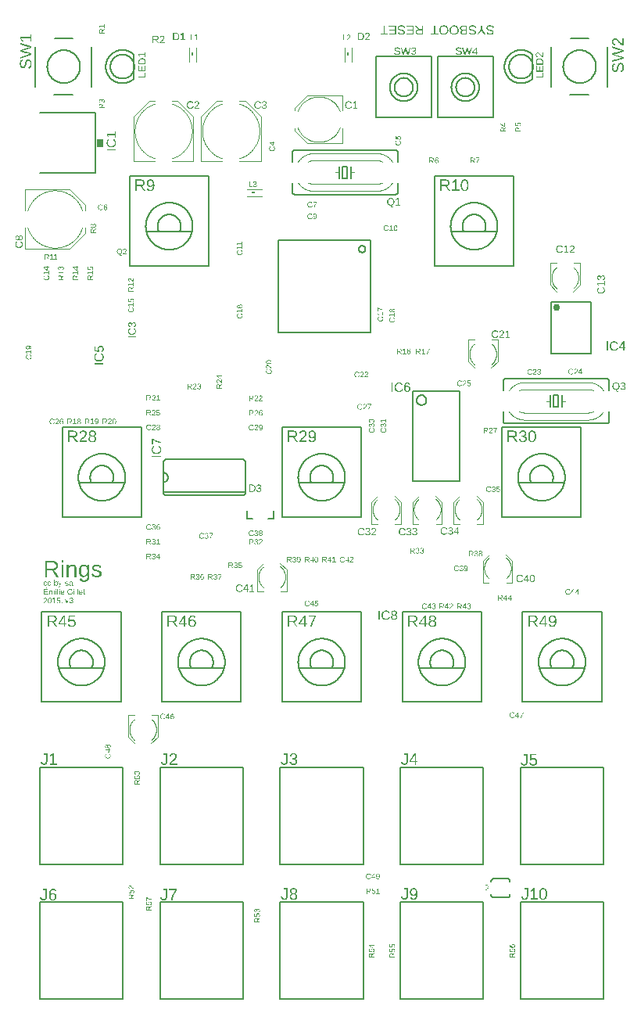
<source format=gbr>
G04 EAGLE Gerber RS-274X export*
G75*
%MOMM*%
%FSLAX34Y34*%
%LPD*%
%INSilkscreen Top*%
%IPPOS*%
%AMOC8*
5,1,8,0,0,1.08239X$1,22.5*%
G01*
G04 Define Apertures*
%ADD10C,0.050800*%
%ADD11C,0.152400*%
%ADD12C,0.127000*%
%ADD13C,0.101600*%
%ADD14C,0.203200*%
%ADD15R,0.762000X0.863600*%
%ADD16C,0.070000*%
%ADD17R,0.400000X0.200000*%
%ADD18C,0.750000*%
%ADD19R,0.200000X0.400000*%
G36*
X456023Y1047407D02*
X451380Y1047407D01*
X450975Y1047418D01*
X450594Y1047453D01*
X450237Y1047512D01*
X449903Y1047593D01*
X449593Y1047698D01*
X449307Y1047826D01*
X449045Y1047978D01*
X448806Y1048153D01*
X448593Y1048348D01*
X448409Y1048562D01*
X448253Y1048794D01*
X448126Y1049045D01*
X448027Y1049313D01*
X447956Y1049600D01*
X447913Y1049906D01*
X447899Y1050229D01*
X447909Y1050499D01*
X447939Y1050757D01*
X447989Y1051005D01*
X448059Y1051241D01*
X448149Y1051467D01*
X448259Y1051682D01*
X448390Y1051885D01*
X448540Y1052078D01*
X448708Y1052257D01*
X448891Y1052418D01*
X449089Y1052562D01*
X449178Y1052615D01*
X449302Y1052689D01*
X449531Y1052799D01*
X449775Y1052891D01*
X450034Y1052966D01*
X450308Y1053024D01*
X449116Y1054833D01*
X447507Y1057275D01*
X449048Y1057275D01*
X451611Y1053178D01*
X454686Y1053178D01*
X454686Y1057275D01*
X456023Y1057275D01*
X456023Y1047407D01*
G37*
%LPC*%
G36*
X454686Y1048478D02*
X454686Y1052120D01*
X451457Y1052120D01*
X451200Y1052113D01*
X450958Y1052089D01*
X450731Y1052051D01*
X450519Y1051997D01*
X450322Y1051927D01*
X450140Y1051843D01*
X449973Y1051742D01*
X449822Y1051626D01*
X449686Y1051497D01*
X449569Y1051355D01*
X449469Y1051201D01*
X449388Y1051034D01*
X449325Y1050855D01*
X449280Y1050663D01*
X449253Y1050459D01*
X449244Y1050243D01*
X449253Y1050034D01*
X449280Y1049838D01*
X449326Y1049655D01*
X449390Y1049484D01*
X449472Y1049326D01*
X449573Y1049182D01*
X449691Y1049049D01*
X449829Y1048930D01*
X449983Y1048824D01*
X450153Y1048732D01*
X450340Y1048655D01*
X450542Y1048591D01*
X450761Y1048542D01*
X450995Y1048507D01*
X451246Y1048485D01*
X451513Y1048478D01*
X454686Y1048478D01*
G37*
%LPD*%
G36*
X426555Y1047407D02*
X419068Y1047407D01*
X419068Y1048499D01*
X425217Y1048499D01*
X425217Y1051665D01*
X419488Y1051665D01*
X419488Y1052744D01*
X425217Y1052744D01*
X425217Y1056182D01*
X418780Y1056182D01*
X418780Y1057275D01*
X426555Y1057275D01*
X426555Y1047407D01*
G37*
G36*
X445680Y1047407D02*
X438193Y1047407D01*
X438193Y1048499D01*
X444342Y1048499D01*
X444342Y1051665D01*
X438613Y1051665D01*
X438613Y1052744D01*
X444342Y1052744D01*
X444342Y1056182D01*
X437905Y1056182D01*
X437905Y1057275D01*
X445680Y1057275D01*
X445680Y1047407D01*
G37*
G36*
X432433Y1047260D02*
X432025Y1047268D01*
X431642Y1047292D01*
X431284Y1047332D01*
X430950Y1047388D01*
X430641Y1047461D01*
X430357Y1047549D01*
X430098Y1047654D01*
X429863Y1047774D01*
X429649Y1047914D01*
X429451Y1048077D01*
X429271Y1048262D01*
X429106Y1048470D01*
X428959Y1048701D01*
X428828Y1048954D01*
X428714Y1049230D01*
X428616Y1049529D01*
X429933Y1049760D01*
X429993Y1049571D01*
X430066Y1049395D01*
X430151Y1049232D01*
X430248Y1049083D01*
X430357Y1048948D01*
X430479Y1048826D01*
X430613Y1048717D01*
X430759Y1048622D01*
X430919Y1048539D01*
X431093Y1048467D01*
X431282Y1048406D01*
X431486Y1048357D01*
X431937Y1048290D01*
X432447Y1048268D01*
X432734Y1048274D01*
X433004Y1048293D01*
X433256Y1048323D01*
X433491Y1048366D01*
X433708Y1048421D01*
X433907Y1048489D01*
X434090Y1048568D01*
X434254Y1048660D01*
X434400Y1048764D01*
X434527Y1048881D01*
X434634Y1049009D01*
X434722Y1049149D01*
X434790Y1049301D01*
X434839Y1049465D01*
X434868Y1049642D01*
X434877Y1049830D01*
X434862Y1050048D01*
X434817Y1050246D01*
X434742Y1050424D01*
X434636Y1050583D01*
X434502Y1050726D01*
X434341Y1050858D01*
X434153Y1050978D01*
X433939Y1051087D01*
X433655Y1051196D01*
X433258Y1051317D01*
X432748Y1051450D01*
X432125Y1051595D01*
X431218Y1051809D01*
X430776Y1051928D01*
X430353Y1052068D01*
X429953Y1052231D01*
X429579Y1052421D01*
X429242Y1052647D01*
X428952Y1052919D01*
X428826Y1053072D01*
X428715Y1053239D01*
X428618Y1053419D01*
X428536Y1053612D01*
X428470Y1053820D01*
X428423Y1054046D01*
X428394Y1054290D01*
X428385Y1054551D01*
X428402Y1054882D01*
X428452Y1055195D01*
X428535Y1055488D01*
X428652Y1055762D01*
X428802Y1056017D01*
X428986Y1056252D01*
X429203Y1056469D01*
X429453Y1056666D01*
X429734Y1056841D01*
X430042Y1056994D01*
X430377Y1057122D01*
X430739Y1057228D01*
X431129Y1057310D01*
X431546Y1057368D01*
X431990Y1057403D01*
X432461Y1057415D01*
X432900Y1057405D01*
X433316Y1057376D01*
X433707Y1057327D01*
X434075Y1057258D01*
X434419Y1057170D01*
X434740Y1057063D01*
X435037Y1056935D01*
X435310Y1056788D01*
X435559Y1056622D01*
X435785Y1056436D01*
X435987Y1056230D01*
X436166Y1056005D01*
X436320Y1055760D01*
X436451Y1055495D01*
X436559Y1055211D01*
X436642Y1054908D01*
X435347Y1054649D01*
X435283Y1054864D01*
X435203Y1055064D01*
X435108Y1055249D01*
X434997Y1055420D01*
X434870Y1055576D01*
X434727Y1055717D01*
X434568Y1055843D01*
X434394Y1055955D01*
X434204Y1056052D01*
X433997Y1056137D01*
X433774Y1056209D01*
X433535Y1056267D01*
X433279Y1056313D01*
X433006Y1056345D01*
X432717Y1056365D01*
X432412Y1056372D01*
X432097Y1056365D01*
X431801Y1056344D01*
X431524Y1056309D01*
X431264Y1056260D01*
X431024Y1056198D01*
X430801Y1056121D01*
X430598Y1056031D01*
X430413Y1055927D01*
X430248Y1055809D01*
X430105Y1055678D01*
X429984Y1055535D01*
X429885Y1055378D01*
X429808Y1055208D01*
X429753Y1055025D01*
X429720Y1054829D01*
X429709Y1054621D01*
X429722Y1054390D01*
X429764Y1054183D01*
X429833Y1053998D01*
X429929Y1053836D01*
X430051Y1053692D01*
X430195Y1053561D01*
X430361Y1053444D01*
X430549Y1053339D01*
X430987Y1053159D01*
X431502Y1053010D01*
X432727Y1052723D01*
X433277Y1052593D01*
X433756Y1052463D01*
X434165Y1052334D01*
X434503Y1052204D01*
X434790Y1052071D01*
X435045Y1051930D01*
X435268Y1051782D01*
X435459Y1051626D01*
X435624Y1051460D01*
X435768Y1051281D01*
X435891Y1051087D01*
X435995Y1050881D01*
X436076Y1050659D01*
X436134Y1050422D01*
X436169Y1050169D01*
X436180Y1049900D01*
X436165Y1049592D01*
X436120Y1049303D01*
X436044Y1049031D01*
X435938Y1048778D01*
X435801Y1048543D01*
X435635Y1048326D01*
X435438Y1048127D01*
X435210Y1047946D01*
X434955Y1047785D01*
X434673Y1047646D01*
X434365Y1047528D01*
X434031Y1047431D01*
X433671Y1047356D01*
X433284Y1047303D01*
X432872Y1047270D01*
X432433Y1047260D01*
G37*
G36*
X417847Y1047407D02*
X409736Y1047407D01*
X409736Y1048499D01*
X413126Y1048499D01*
X413126Y1057275D01*
X414457Y1057275D01*
X414457Y1048499D01*
X417847Y1048499D01*
X417847Y1047407D01*
G37*
G36*
X478412Y1047260D02*
X478042Y1047269D01*
X477684Y1047297D01*
X477339Y1047344D01*
X477006Y1047409D01*
X476685Y1047494D01*
X476378Y1047596D01*
X476082Y1047718D01*
X475799Y1047858D01*
X475531Y1048017D01*
X475279Y1048192D01*
X475043Y1048384D01*
X474823Y1048593D01*
X474620Y1048819D01*
X474433Y1049062D01*
X474262Y1049322D01*
X474108Y1049599D01*
X473971Y1049891D01*
X473852Y1050196D01*
X473752Y1050513D01*
X473669Y1050844D01*
X473605Y1051187D01*
X473560Y1051544D01*
X473532Y1051913D01*
X473523Y1052295D01*
X473532Y1052676D01*
X473560Y1053045D01*
X473606Y1053402D01*
X473671Y1053747D01*
X473754Y1054080D01*
X473856Y1054400D01*
X473976Y1054709D01*
X474115Y1055006D01*
X474271Y1055288D01*
X474443Y1055553D01*
X474631Y1055802D01*
X474835Y1056034D01*
X475056Y1056248D01*
X475292Y1056446D01*
X475545Y1056628D01*
X475813Y1056792D01*
X476096Y1056938D01*
X476392Y1057064D01*
X476699Y1057172D01*
X477020Y1057259D01*
X477353Y1057327D01*
X477698Y1057376D01*
X478056Y1057405D01*
X478426Y1057415D01*
X478799Y1057405D01*
X479160Y1057377D01*
X479507Y1057328D01*
X479841Y1057261D01*
X480163Y1057174D01*
X480471Y1057068D01*
X480766Y1056943D01*
X481049Y1056799D01*
X481316Y1056636D01*
X481568Y1056456D01*
X481803Y1056259D01*
X482021Y1056045D01*
X482224Y1055814D01*
X482410Y1055565D01*
X482580Y1055299D01*
X482733Y1055016D01*
X482869Y1054719D01*
X482987Y1054409D01*
X483087Y1054087D01*
X483169Y1053753D01*
X483233Y1053407D01*
X483278Y1053048D01*
X483305Y1052678D01*
X483314Y1052295D01*
X483294Y1051720D01*
X483233Y1051176D01*
X483132Y1050665D01*
X482990Y1050186D01*
X482808Y1049740D01*
X482586Y1049326D01*
X482322Y1048944D01*
X482019Y1048594D01*
X481679Y1048281D01*
X481307Y1048010D01*
X480904Y1047781D01*
X480469Y1047593D01*
X480002Y1047447D01*
X479504Y1047343D01*
X478974Y1047280D01*
X478412Y1047260D01*
G37*
%LPC*%
G36*
X478412Y1048352D02*
X478823Y1048368D01*
X479211Y1048417D01*
X479575Y1048498D01*
X479914Y1048611D01*
X480229Y1048757D01*
X480521Y1048935D01*
X480788Y1049146D01*
X481031Y1049389D01*
X481248Y1049661D01*
X481436Y1049959D01*
X481595Y1050283D01*
X481725Y1050634D01*
X481826Y1051010D01*
X481898Y1051412D01*
X481941Y1051841D01*
X481956Y1052295D01*
X481941Y1052747D01*
X481897Y1053175D01*
X481824Y1053579D01*
X481722Y1053960D01*
X481590Y1054316D01*
X481430Y1054648D01*
X481240Y1054956D01*
X481021Y1055240D01*
X480776Y1055496D01*
X480508Y1055717D01*
X480217Y1055904D01*
X479904Y1056057D01*
X479569Y1056176D01*
X479210Y1056261D01*
X478829Y1056313D01*
X478426Y1056330D01*
X478011Y1056313D01*
X477621Y1056264D01*
X477256Y1056181D01*
X476916Y1056066D01*
X476600Y1055918D01*
X476310Y1055737D01*
X476044Y1055522D01*
X475803Y1055275D01*
X475589Y1054998D01*
X475403Y1054694D01*
X475246Y1054362D01*
X475117Y1054003D01*
X475017Y1053617D01*
X474946Y1053204D01*
X474903Y1052763D01*
X474889Y1052295D01*
X474903Y1051847D01*
X474946Y1051424D01*
X475018Y1051025D01*
X475119Y1050651D01*
X475249Y1050302D01*
X475407Y1049978D01*
X475594Y1049678D01*
X475810Y1049403D01*
X476052Y1049157D01*
X476318Y1048943D01*
X476607Y1048763D01*
X476921Y1048615D01*
X477258Y1048500D01*
X477619Y1048418D01*
X478003Y1048369D01*
X478412Y1048352D01*
G37*
%LPD*%
G36*
X489568Y1047260D02*
X489198Y1047269D01*
X488840Y1047297D01*
X488495Y1047344D01*
X488162Y1047409D01*
X487842Y1047494D01*
X487534Y1047596D01*
X487238Y1047718D01*
X486956Y1047858D01*
X486687Y1048017D01*
X486435Y1048192D01*
X486199Y1048384D01*
X485979Y1048593D01*
X485776Y1048819D01*
X485589Y1049062D01*
X485419Y1049322D01*
X485264Y1049599D01*
X485127Y1049891D01*
X485008Y1050196D01*
X484908Y1050513D01*
X484826Y1050844D01*
X484762Y1051187D01*
X484716Y1051544D01*
X484689Y1051913D01*
X484679Y1052295D01*
X484689Y1052676D01*
X484716Y1053045D01*
X484763Y1053402D01*
X484827Y1053747D01*
X484911Y1054080D01*
X485012Y1054400D01*
X485132Y1054709D01*
X485271Y1055006D01*
X485427Y1055288D01*
X485599Y1055553D01*
X485787Y1055802D01*
X485992Y1056034D01*
X486212Y1056248D01*
X486448Y1056446D01*
X486701Y1056628D01*
X486970Y1056792D01*
X487252Y1056938D01*
X487548Y1057064D01*
X487856Y1057172D01*
X488176Y1057259D01*
X488509Y1057327D01*
X488854Y1057376D01*
X489212Y1057405D01*
X489582Y1057415D01*
X489955Y1057405D01*
X490316Y1057377D01*
X490663Y1057328D01*
X490998Y1057261D01*
X491319Y1057174D01*
X491627Y1057068D01*
X491923Y1056943D01*
X492205Y1056799D01*
X492473Y1056636D01*
X492724Y1056456D01*
X492959Y1056259D01*
X493178Y1056045D01*
X493380Y1055814D01*
X493566Y1055565D01*
X493736Y1055299D01*
X493889Y1055016D01*
X494026Y1054719D01*
X494144Y1054409D01*
X494244Y1054087D01*
X494325Y1053753D01*
X494389Y1053407D01*
X494434Y1053048D01*
X494462Y1052678D01*
X494471Y1052295D01*
X494450Y1051720D01*
X494390Y1051176D01*
X494288Y1050665D01*
X494147Y1050186D01*
X493965Y1049740D01*
X493742Y1049326D01*
X493479Y1048944D01*
X493175Y1048594D01*
X492835Y1048281D01*
X492464Y1048010D01*
X492060Y1047781D01*
X491625Y1047593D01*
X491159Y1047447D01*
X490660Y1047343D01*
X490130Y1047280D01*
X489568Y1047260D01*
G37*
%LPC*%
G36*
X489568Y1048352D02*
X489980Y1048368D01*
X490367Y1048417D01*
X490731Y1048498D01*
X491070Y1048611D01*
X491386Y1048757D01*
X491677Y1048935D01*
X491944Y1049146D01*
X492187Y1049389D01*
X492404Y1049661D01*
X492592Y1049959D01*
X492751Y1050283D01*
X492881Y1050634D01*
X492982Y1051010D01*
X493054Y1051412D01*
X493097Y1051841D01*
X493112Y1052295D01*
X493097Y1052747D01*
X493053Y1053175D01*
X492980Y1053579D01*
X492878Y1053960D01*
X492747Y1054316D01*
X492586Y1054648D01*
X492396Y1054956D01*
X492177Y1055240D01*
X491932Y1055496D01*
X491664Y1055717D01*
X491374Y1055904D01*
X491061Y1056057D01*
X490725Y1056176D01*
X490367Y1056261D01*
X489986Y1056313D01*
X489582Y1056330D01*
X489167Y1056313D01*
X488777Y1056264D01*
X488412Y1056181D01*
X488072Y1056066D01*
X487756Y1055918D01*
X487466Y1055737D01*
X487200Y1055522D01*
X486959Y1055275D01*
X486745Y1054998D01*
X486559Y1054694D01*
X486402Y1054362D01*
X486274Y1054003D01*
X486174Y1053617D01*
X486102Y1053204D01*
X486059Y1052763D01*
X486045Y1052295D01*
X486060Y1051847D01*
X486103Y1051424D01*
X486175Y1051025D01*
X486275Y1050651D01*
X486405Y1050302D01*
X486563Y1049978D01*
X486750Y1049678D01*
X486966Y1049403D01*
X487208Y1049157D01*
X487474Y1048943D01*
X487764Y1048763D01*
X488077Y1048615D01*
X488414Y1048500D01*
X488775Y1048418D01*
X489160Y1048369D01*
X489568Y1048352D01*
G37*
%LPD*%
G36*
X503536Y1047407D02*
X499950Y1047407D01*
X499529Y1047416D01*
X499136Y1047444D01*
X498769Y1047491D01*
X498430Y1047556D01*
X498118Y1047641D01*
X497833Y1047744D01*
X497575Y1047865D01*
X497345Y1048006D01*
X497141Y1048165D01*
X496965Y1048342D01*
X496815Y1048539D01*
X496693Y1048754D01*
X496598Y1048988D01*
X496530Y1049241D01*
X496490Y1049512D01*
X496476Y1049802D01*
X496484Y1050016D01*
X496507Y1050222D01*
X496545Y1050419D01*
X496599Y1050607D01*
X496668Y1050787D01*
X496752Y1050958D01*
X496851Y1051120D01*
X496966Y1051273D01*
X497095Y1051415D01*
X497175Y1051489D01*
X497237Y1051546D01*
X497391Y1051664D01*
X497558Y1051770D01*
X497738Y1051864D01*
X497930Y1051945D01*
X498135Y1052014D01*
X498353Y1052071D01*
X498067Y1052114D01*
X497798Y1052173D01*
X497546Y1052248D01*
X497311Y1052338D01*
X497093Y1052445D01*
X496891Y1052567D01*
X496707Y1052705D01*
X496629Y1052776D01*
X496539Y1052859D01*
X496390Y1053026D01*
X496260Y1053204D01*
X496151Y1053393D01*
X496061Y1053592D01*
X495991Y1053802D01*
X495942Y1054022D01*
X495912Y1054253D01*
X495902Y1054495D01*
X495917Y1054815D01*
X495962Y1055116D01*
X496037Y1055400D01*
X496142Y1055665D01*
X496277Y1055912D01*
X496441Y1056141D01*
X496636Y1056351D01*
X496861Y1056543D01*
X497113Y1056715D01*
X497388Y1056863D01*
X497686Y1056989D01*
X498008Y1057092D01*
X498353Y1057172D01*
X498722Y1057229D01*
X499114Y1057264D01*
X499530Y1057275D01*
X503536Y1057275D01*
X503536Y1047407D01*
G37*
%LPC*%
G36*
X502198Y1052646D02*
X502198Y1056203D01*
X499600Y1056203D01*
X499304Y1056196D01*
X499029Y1056175D01*
X498774Y1056139D01*
X498540Y1056090D01*
X498328Y1056026D01*
X498136Y1055947D01*
X497964Y1055855D01*
X497814Y1055748D01*
X497682Y1055627D01*
X497569Y1055493D01*
X497472Y1055344D01*
X497394Y1055181D01*
X497332Y1055004D01*
X497289Y1054813D01*
X497262Y1054608D01*
X497254Y1054389D01*
X497263Y1054178D01*
X497292Y1053981D01*
X497340Y1053797D01*
X497407Y1053626D01*
X497493Y1053470D01*
X497598Y1053327D01*
X497723Y1053197D01*
X497866Y1053082D01*
X498029Y1052979D01*
X498211Y1052891D01*
X498412Y1052816D01*
X498632Y1052755D01*
X498872Y1052707D01*
X499130Y1052673D01*
X499408Y1052652D01*
X499705Y1052646D01*
X502198Y1052646D01*
G37*
G36*
X502198Y1048478D02*
X502198Y1051602D01*
X499950Y1051602D01*
X499691Y1051596D01*
X499448Y1051577D01*
X499223Y1051545D01*
X499014Y1051501D01*
X498823Y1051445D01*
X498648Y1051375D01*
X498490Y1051294D01*
X498350Y1051199D01*
X498226Y1051092D01*
X498118Y1050971D01*
X498027Y1050837D01*
X497953Y1050689D01*
X497895Y1050528D01*
X497854Y1050353D01*
X497829Y1050165D01*
X497821Y1049963D01*
X497829Y1049771D01*
X497855Y1049592D01*
X497898Y1049428D01*
X497957Y1049278D01*
X498034Y1049143D01*
X498128Y1049022D01*
X498239Y1048914D01*
X498367Y1048821D01*
X498511Y1048741D01*
X498671Y1048671D01*
X498846Y1048612D01*
X499036Y1048564D01*
X499462Y1048500D01*
X499950Y1048478D01*
X502198Y1048478D01*
G37*
%LPD*%
G36*
X509414Y1047260D02*
X509007Y1047268D01*
X508623Y1047292D01*
X508265Y1047332D01*
X507931Y1047388D01*
X507622Y1047461D01*
X507338Y1047549D01*
X507079Y1047654D01*
X506844Y1047774D01*
X506630Y1047914D01*
X506433Y1048077D01*
X506252Y1048262D01*
X506088Y1048470D01*
X505940Y1048701D01*
X505809Y1048954D01*
X505695Y1049230D01*
X505597Y1049529D01*
X506914Y1049760D01*
X506974Y1049571D01*
X507047Y1049395D01*
X507132Y1049232D01*
X507229Y1049083D01*
X507339Y1048948D01*
X507460Y1048826D01*
X507594Y1048717D01*
X507741Y1048622D01*
X507900Y1048539D01*
X508074Y1048467D01*
X508263Y1048406D01*
X508467Y1048357D01*
X508918Y1048290D01*
X509428Y1048268D01*
X509716Y1048274D01*
X509985Y1048293D01*
X510237Y1048323D01*
X510472Y1048366D01*
X510689Y1048421D01*
X510889Y1048489D01*
X511071Y1048568D01*
X511235Y1048660D01*
X511381Y1048764D01*
X511508Y1048881D01*
X511615Y1049009D01*
X511703Y1049149D01*
X511771Y1049301D01*
X511820Y1049465D01*
X511849Y1049642D01*
X511859Y1049830D01*
X511844Y1050048D01*
X511798Y1050246D01*
X511723Y1050424D01*
X511617Y1050583D01*
X511483Y1050726D01*
X511322Y1050858D01*
X511134Y1050978D01*
X510920Y1051087D01*
X510636Y1051196D01*
X510239Y1051317D01*
X509729Y1051450D01*
X509106Y1051595D01*
X508199Y1051809D01*
X507757Y1051928D01*
X507334Y1052068D01*
X506934Y1052231D01*
X506560Y1052421D01*
X506223Y1052647D01*
X505934Y1052919D01*
X505808Y1053072D01*
X505696Y1053239D01*
X505599Y1053419D01*
X505517Y1053612D01*
X505451Y1053820D01*
X505404Y1054046D01*
X505376Y1054290D01*
X505366Y1054551D01*
X505383Y1054882D01*
X505433Y1055195D01*
X505516Y1055488D01*
X505633Y1055762D01*
X505783Y1056017D01*
X505967Y1056252D01*
X506184Y1056469D01*
X506434Y1056666D01*
X506715Y1056841D01*
X507023Y1056994D01*
X507358Y1057122D01*
X507720Y1057228D01*
X508110Y1057310D01*
X508527Y1057368D01*
X508971Y1057403D01*
X509442Y1057415D01*
X509881Y1057405D01*
X510297Y1057376D01*
X510688Y1057327D01*
X511056Y1057258D01*
X511401Y1057170D01*
X511721Y1057063D01*
X512018Y1056935D01*
X512291Y1056788D01*
X512541Y1056622D01*
X512766Y1056436D01*
X512969Y1056230D01*
X513147Y1056005D01*
X513302Y1055760D01*
X513433Y1055495D01*
X513540Y1055211D01*
X513624Y1054908D01*
X512328Y1054649D01*
X512264Y1054864D01*
X512184Y1055064D01*
X512089Y1055249D01*
X511978Y1055420D01*
X511851Y1055576D01*
X511708Y1055717D01*
X511550Y1055843D01*
X511375Y1055955D01*
X511185Y1056052D01*
X510978Y1056137D01*
X510755Y1056209D01*
X510516Y1056267D01*
X510260Y1056313D01*
X509987Y1056345D01*
X509699Y1056365D01*
X509393Y1056372D01*
X509079Y1056365D01*
X508783Y1056344D01*
X508505Y1056309D01*
X508246Y1056260D01*
X508005Y1056198D01*
X507783Y1056121D01*
X507579Y1056031D01*
X507394Y1055927D01*
X507229Y1055809D01*
X507086Y1055678D01*
X506965Y1055535D01*
X506866Y1055378D01*
X506789Y1055208D01*
X506734Y1055025D01*
X506701Y1054829D01*
X506690Y1054621D01*
X506704Y1054390D01*
X506745Y1054183D01*
X506814Y1053998D01*
X506911Y1053836D01*
X507032Y1053692D01*
X507176Y1053561D01*
X507342Y1053444D01*
X507530Y1053339D01*
X507968Y1053159D01*
X508483Y1053010D01*
X509709Y1052723D01*
X510258Y1052593D01*
X510737Y1052463D01*
X511146Y1052334D01*
X511484Y1052204D01*
X511771Y1052071D01*
X512026Y1051930D01*
X512249Y1051782D01*
X512440Y1051626D01*
X512605Y1051460D01*
X512749Y1051281D01*
X512873Y1051087D01*
X512976Y1050881D01*
X513057Y1050659D01*
X513115Y1050422D01*
X513150Y1050169D01*
X513161Y1049900D01*
X513146Y1049592D01*
X513101Y1049303D01*
X513025Y1049031D01*
X512919Y1048778D01*
X512783Y1048543D01*
X512616Y1048326D01*
X512419Y1048127D01*
X512191Y1047946D01*
X511936Y1047785D01*
X511654Y1047646D01*
X511346Y1047528D01*
X511012Y1047431D01*
X510652Y1047356D01*
X510266Y1047303D01*
X509853Y1047270D01*
X509414Y1047260D01*
G37*
G36*
X528539Y1047260D02*
X528132Y1047268D01*
X527748Y1047292D01*
X527390Y1047332D01*
X527056Y1047388D01*
X526747Y1047461D01*
X526463Y1047549D01*
X526204Y1047654D01*
X525969Y1047774D01*
X525755Y1047914D01*
X525558Y1048077D01*
X525377Y1048262D01*
X525213Y1048470D01*
X525065Y1048701D01*
X524934Y1048954D01*
X524820Y1049230D01*
X524722Y1049529D01*
X526039Y1049760D01*
X526099Y1049571D01*
X526172Y1049395D01*
X526257Y1049232D01*
X526354Y1049083D01*
X526464Y1048948D01*
X526585Y1048826D01*
X526719Y1048717D01*
X526866Y1048622D01*
X527025Y1048539D01*
X527199Y1048467D01*
X527388Y1048406D01*
X527592Y1048357D01*
X528043Y1048290D01*
X528553Y1048268D01*
X528841Y1048274D01*
X529110Y1048293D01*
X529362Y1048323D01*
X529597Y1048366D01*
X529814Y1048421D01*
X530014Y1048489D01*
X530196Y1048568D01*
X530360Y1048660D01*
X530506Y1048764D01*
X530633Y1048881D01*
X530740Y1049009D01*
X530828Y1049149D01*
X530896Y1049301D01*
X530945Y1049465D01*
X530974Y1049642D01*
X530984Y1049830D01*
X530969Y1050048D01*
X530923Y1050246D01*
X530848Y1050424D01*
X530742Y1050583D01*
X530608Y1050726D01*
X530447Y1050858D01*
X530259Y1050978D01*
X530045Y1051087D01*
X529761Y1051196D01*
X529364Y1051317D01*
X528854Y1051450D01*
X528231Y1051595D01*
X527324Y1051809D01*
X526882Y1051928D01*
X526459Y1052068D01*
X526059Y1052231D01*
X525685Y1052421D01*
X525348Y1052647D01*
X525059Y1052919D01*
X524933Y1053072D01*
X524821Y1053239D01*
X524724Y1053419D01*
X524642Y1053612D01*
X524576Y1053820D01*
X524529Y1054046D01*
X524501Y1054290D01*
X524491Y1054551D01*
X524508Y1054882D01*
X524558Y1055195D01*
X524641Y1055488D01*
X524758Y1055762D01*
X524908Y1056017D01*
X525092Y1056252D01*
X525309Y1056469D01*
X525559Y1056666D01*
X525840Y1056841D01*
X526148Y1056994D01*
X526483Y1057122D01*
X526845Y1057228D01*
X527235Y1057310D01*
X527652Y1057368D01*
X528096Y1057403D01*
X528567Y1057415D01*
X529006Y1057405D01*
X529422Y1057376D01*
X529813Y1057327D01*
X530181Y1057258D01*
X530526Y1057170D01*
X530846Y1057063D01*
X531143Y1056935D01*
X531416Y1056788D01*
X531666Y1056622D01*
X531891Y1056436D01*
X532094Y1056230D01*
X532272Y1056005D01*
X532427Y1055760D01*
X532558Y1055495D01*
X532665Y1055211D01*
X532749Y1054908D01*
X531453Y1054649D01*
X531389Y1054864D01*
X531309Y1055064D01*
X531214Y1055249D01*
X531103Y1055420D01*
X530976Y1055576D01*
X530833Y1055717D01*
X530675Y1055843D01*
X530500Y1055955D01*
X530310Y1056052D01*
X530103Y1056137D01*
X529880Y1056209D01*
X529641Y1056267D01*
X529385Y1056313D01*
X529112Y1056345D01*
X528824Y1056365D01*
X528518Y1056372D01*
X528204Y1056365D01*
X527908Y1056344D01*
X527630Y1056309D01*
X527371Y1056260D01*
X527130Y1056198D01*
X526908Y1056121D01*
X526704Y1056031D01*
X526519Y1055927D01*
X526354Y1055809D01*
X526211Y1055678D01*
X526090Y1055535D01*
X525991Y1055378D01*
X525914Y1055208D01*
X525859Y1055025D01*
X525826Y1054829D01*
X525815Y1054621D01*
X525829Y1054390D01*
X525870Y1054183D01*
X525939Y1053998D01*
X526036Y1053836D01*
X526157Y1053692D01*
X526301Y1053561D01*
X526467Y1053444D01*
X526655Y1053339D01*
X527093Y1053159D01*
X527608Y1053010D01*
X528834Y1052723D01*
X529383Y1052593D01*
X529862Y1052463D01*
X530271Y1052334D01*
X530609Y1052204D01*
X530896Y1052071D01*
X531151Y1051930D01*
X531374Y1051782D01*
X531565Y1051626D01*
X531730Y1051460D01*
X531874Y1051281D01*
X531998Y1051087D01*
X532101Y1050881D01*
X532182Y1050659D01*
X532240Y1050422D01*
X532275Y1050169D01*
X532286Y1049900D01*
X532271Y1049592D01*
X532226Y1049303D01*
X532150Y1049031D01*
X532044Y1048778D01*
X531908Y1048543D01*
X531741Y1048326D01*
X531544Y1048127D01*
X531316Y1047946D01*
X531061Y1047785D01*
X530779Y1047646D01*
X530471Y1047528D01*
X530137Y1047431D01*
X529777Y1047356D01*
X529391Y1047303D01*
X528978Y1047270D01*
X528539Y1047260D01*
G37*
G36*
X516056Y1047407D02*
X514586Y1047407D01*
X518396Y1053185D01*
X518396Y1057275D01*
X519726Y1057275D01*
X519726Y1053185D01*
X523522Y1047407D01*
X522052Y1047407D01*
X519047Y1052106D01*
X516056Y1047407D01*
G37*
G36*
X472515Y1047407D02*
X464405Y1047407D01*
X464405Y1048499D01*
X467795Y1048499D01*
X467795Y1057275D01*
X469126Y1057275D01*
X469126Y1048499D01*
X472515Y1048499D01*
X472515Y1047407D01*
G37*
G36*
X48854Y460375D02*
X46511Y460375D01*
X46511Y477661D01*
X54645Y477661D01*
X55354Y477640D01*
X56021Y477579D01*
X56647Y477477D01*
X57232Y477334D01*
X57775Y477150D01*
X58276Y476926D01*
X58735Y476660D01*
X59153Y476354D01*
X59526Y476012D01*
X59848Y475637D01*
X60121Y475230D01*
X60345Y474792D01*
X60519Y474321D01*
X60643Y473818D01*
X60686Y473555D01*
X60717Y473283D01*
X60736Y473004D01*
X60742Y472717D01*
X60724Y472245D01*
X60672Y471792D01*
X60584Y471358D01*
X60461Y470944D01*
X60304Y470549D01*
X60111Y470173D01*
X59883Y469816D01*
X59619Y469478D01*
X59326Y469165D01*
X59005Y468882D01*
X58658Y468630D01*
X58502Y468537D01*
X58284Y468408D01*
X57883Y468216D01*
X57456Y468054D01*
X57002Y467923D01*
X56522Y467822D01*
X58611Y464652D01*
X61429Y460375D01*
X58730Y460375D01*
X54240Y467552D01*
X48854Y467552D01*
X48854Y460375D01*
G37*
%LPC*%
G36*
X54510Y469404D02*
X54960Y469418D01*
X55384Y469458D01*
X55781Y469526D01*
X56152Y469621D01*
X56497Y469742D01*
X56816Y469891D01*
X57108Y470066D01*
X57374Y470269D01*
X57612Y470496D01*
X57817Y470745D01*
X57991Y471015D01*
X58133Y471307D01*
X58244Y471621D01*
X58323Y471956D01*
X58371Y472313D01*
X58387Y472692D01*
X58371Y473058D01*
X58322Y473402D01*
X58242Y473723D01*
X58130Y474022D01*
X57986Y474298D01*
X57810Y474552D01*
X57602Y474783D01*
X57362Y474992D01*
X57092Y475178D01*
X56794Y475339D01*
X56467Y475475D01*
X56112Y475586D01*
X55729Y475672D01*
X55318Y475734D01*
X54879Y475771D01*
X54412Y475784D01*
X48854Y475784D01*
X48854Y469404D01*
X54510Y469404D01*
G37*
%LPD*%
G36*
X88860Y455161D02*
X88331Y455174D01*
X87830Y455214D01*
X87356Y455281D01*
X86910Y455374D01*
X86491Y455494D01*
X86100Y455641D01*
X85737Y455814D01*
X85401Y456014D01*
X85093Y456238D01*
X84814Y456485D01*
X84564Y456754D01*
X84343Y457046D01*
X84150Y457360D01*
X83986Y457696D01*
X83851Y458055D01*
X83745Y458437D01*
X85965Y458756D01*
X86029Y458532D01*
X86109Y458322D01*
X86206Y458125D01*
X86319Y457941D01*
X86450Y457771D01*
X86597Y457614D01*
X86760Y457470D01*
X86940Y457339D01*
X87136Y457222D01*
X87347Y457121D01*
X87573Y457036D01*
X87813Y456966D01*
X88068Y456912D01*
X88338Y456873D01*
X88622Y456850D01*
X88922Y456842D01*
X89321Y456857D01*
X89342Y456859D01*
X89695Y456902D01*
X90043Y456978D01*
X90366Y457083D01*
X90662Y457219D01*
X90933Y457385D01*
X91178Y457582D01*
X91397Y457808D01*
X91590Y458065D01*
X91758Y458351D01*
X91900Y458668D01*
X92016Y459016D01*
X92106Y459393D01*
X92170Y459801D01*
X92209Y460238D01*
X92222Y460706D01*
X92222Y462841D01*
X92197Y462841D01*
X92034Y462532D01*
X91855Y462242D01*
X91663Y461973D01*
X91455Y461723D01*
X91233Y461493D01*
X90997Y461282D01*
X90745Y461092D01*
X90497Y460932D01*
X90480Y460921D01*
X90201Y460770D01*
X89911Y460639D01*
X89609Y460528D01*
X89296Y460438D01*
X88971Y460367D01*
X88635Y460317D01*
X88287Y460287D01*
X87928Y460277D01*
X87628Y460283D01*
X87338Y460302D01*
X87058Y460334D01*
X86788Y460378D01*
X86529Y460435D01*
X86279Y460505D01*
X86040Y460587D01*
X85810Y460682D01*
X85591Y460789D01*
X85382Y460909D01*
X84994Y461188D01*
X84647Y461517D01*
X84340Y461896D01*
X84071Y462330D01*
X83838Y462822D01*
X83641Y463371D01*
X83479Y463979D01*
X83354Y464644D01*
X83264Y465367D01*
X83210Y466148D01*
X83193Y466987D01*
X83212Y467839D01*
X83270Y468633D01*
X83366Y469369D01*
X83501Y470047D01*
X83674Y470667D01*
X83886Y471230D01*
X84137Y471736D01*
X84425Y472183D01*
X84754Y472575D01*
X85122Y472916D01*
X85321Y473066D01*
X85530Y473203D01*
X85750Y473328D01*
X85979Y473439D01*
X86218Y473537D01*
X86467Y473622D01*
X86727Y473694D01*
X86996Y473753D01*
X87275Y473799D01*
X87565Y473831D01*
X87864Y473851D01*
X88173Y473858D01*
X88520Y473848D01*
X88855Y473817D01*
X89179Y473767D01*
X89491Y473697D01*
X89791Y473606D01*
X90079Y473495D01*
X90356Y473364D01*
X90621Y473214D01*
X90873Y473044D01*
X91110Y472857D01*
X91332Y472654D01*
X91539Y472433D01*
X91732Y472195D01*
X91910Y471940D01*
X92073Y471668D01*
X92222Y471379D01*
X92246Y471379D01*
X92259Y471882D01*
X92295Y472655D01*
X92345Y473358D01*
X92369Y473555D01*
X92394Y473649D01*
X94491Y473649D01*
X94459Y473229D01*
X94436Y472631D01*
X94418Y470901D01*
X94418Y460755D01*
X94396Y460078D01*
X94331Y459444D01*
X94222Y458854D01*
X94070Y458308D01*
X93875Y457805D01*
X93636Y457346D01*
X93354Y456931D01*
X93028Y456560D01*
X92659Y456232D01*
X92247Y455948D01*
X91791Y455707D01*
X91292Y455511D01*
X90749Y455358D01*
X90163Y455249D01*
X89533Y455183D01*
X88860Y455161D01*
G37*
%LPC*%
G36*
X88676Y461909D02*
X88933Y461918D01*
X89183Y461947D01*
X89426Y461995D01*
X89661Y462062D01*
X89889Y462148D01*
X90109Y462254D01*
X90323Y462378D01*
X90529Y462522D01*
X90726Y462684D01*
X90911Y462862D01*
X91084Y463057D01*
X91109Y463090D01*
X91247Y463269D01*
X91397Y463497D01*
X91536Y463742D01*
X91664Y464004D01*
X91780Y464282D01*
X91884Y464576D01*
X91973Y464883D01*
X92049Y465204D01*
X92111Y465538D01*
X92160Y465886D01*
X92194Y466248D01*
X92215Y466623D01*
X92222Y467012D01*
X92215Y467410D01*
X92194Y467794D01*
X92160Y468164D01*
X92111Y468519D01*
X92049Y468861D01*
X91973Y469189D01*
X91884Y469503D01*
X91780Y469803D01*
X91664Y470087D01*
X91537Y470354D01*
X91398Y470604D01*
X91248Y470837D01*
X91087Y471052D01*
X90914Y471250D01*
X90730Y471431D01*
X90535Y471594D01*
X90331Y471739D01*
X90120Y471865D01*
X89902Y471972D01*
X89678Y472059D01*
X89447Y472127D01*
X89209Y472175D01*
X88964Y472204D01*
X88713Y472214D01*
X88304Y472195D01*
X87924Y472137D01*
X87573Y472041D01*
X87250Y471907D01*
X86956Y471734D01*
X86691Y471524D01*
X86455Y471274D01*
X86247Y470987D01*
X86066Y470656D01*
X85909Y470278D01*
X85776Y469853D01*
X85668Y469380D01*
X85583Y468859D01*
X85523Y468291D01*
X85486Y467675D01*
X85474Y467012D01*
X85486Y466355D01*
X85520Y465746D01*
X85576Y465185D01*
X85655Y464672D01*
X85757Y464207D01*
X85882Y463789D01*
X86029Y463420D01*
X86198Y463099D01*
X86395Y462820D01*
X86625Y462578D01*
X86886Y462373D01*
X87180Y462206D01*
X87506Y462076D01*
X87864Y461983D01*
X88254Y461927D01*
X88676Y461909D01*
G37*
%LPD*%
G36*
X72119Y460375D02*
X69911Y460375D01*
X69911Y470815D01*
X69892Y472683D01*
X69869Y473279D01*
X69837Y473649D01*
X71923Y473649D01*
X71947Y473318D01*
X71978Y472698D01*
X72021Y471379D01*
X72058Y471379D01*
X72252Y471710D01*
X72453Y472016D01*
X72662Y472297D01*
X72878Y472553D01*
X73102Y472783D01*
X73333Y472988D01*
X73572Y473169D01*
X73818Y473324D01*
X74076Y473458D01*
X74348Y473574D01*
X74636Y473672D01*
X74939Y473752D01*
X75257Y473814D01*
X75591Y473859D01*
X75939Y473885D01*
X76302Y473894D01*
X76830Y473877D01*
X77321Y473827D01*
X77776Y473742D01*
X78193Y473623D01*
X78574Y473470D01*
X78919Y473284D01*
X79227Y473063D01*
X79498Y472809D01*
X79736Y472515D01*
X79941Y472177D01*
X80115Y471795D01*
X80257Y471369D01*
X80368Y470898D01*
X80447Y470383D01*
X80495Y469824D01*
X80510Y469220D01*
X80510Y460375D01*
X78290Y460375D01*
X78290Y468791D01*
X78274Y469410D01*
X78225Y469956D01*
X78145Y470429D01*
X78032Y470827D01*
X77884Y471164D01*
X77698Y471450D01*
X77473Y471685D01*
X77210Y471870D01*
X77061Y471945D01*
X76895Y472010D01*
X76514Y472109D01*
X76067Y472169D01*
X75554Y472189D01*
X75166Y472172D01*
X74799Y472121D01*
X74453Y472036D01*
X74128Y471916D01*
X73824Y471763D01*
X73541Y471575D01*
X73280Y471353D01*
X73039Y471097D01*
X72824Y470811D01*
X72637Y470498D01*
X72478Y470159D01*
X72349Y469794D01*
X72248Y469402D01*
X72177Y468983D01*
X72133Y468538D01*
X72119Y468067D01*
X72119Y460375D01*
G37*
G36*
X102375Y460130D02*
X101773Y460142D01*
X101207Y460181D01*
X100676Y460244D01*
X100181Y460334D01*
X99721Y460448D01*
X99296Y460589D01*
X98907Y460754D01*
X98554Y460945D01*
X98233Y461164D01*
X97941Y461411D01*
X97678Y461686D01*
X97445Y461990D01*
X97241Y462322D01*
X97067Y462683D01*
X96921Y463073D01*
X96806Y463491D01*
X98756Y463871D01*
X98836Y463613D01*
X98935Y463373D01*
X99052Y463151D01*
X99189Y462947D01*
X99344Y462760D01*
X99518Y462591D01*
X99710Y462440D01*
X99922Y462307D01*
X100153Y462191D01*
X100406Y462090D01*
X100681Y462004D01*
X100977Y461935D01*
X101294Y461880D01*
X101633Y461841D01*
X101993Y461818D01*
X102375Y461810D01*
X102781Y461818D01*
X103159Y461843D01*
X103509Y461883D01*
X103831Y461939D01*
X104124Y462012D01*
X104389Y462100D01*
X104626Y462205D01*
X104835Y462326D01*
X105018Y462462D01*
X105176Y462615D01*
X105310Y462785D01*
X105419Y462970D01*
X105504Y463171D01*
X105565Y463388D01*
X105602Y463622D01*
X105614Y463871D01*
X105606Y464063D01*
X105580Y464246D01*
X105538Y464419D01*
X105479Y464583D01*
X105403Y464738D01*
X105310Y464884D01*
X105201Y465020D01*
X105074Y465147D01*
X104929Y465267D01*
X104763Y465382D01*
X104369Y465595D01*
X103892Y465787D01*
X103332Y465957D01*
X101750Y466374D01*
X100867Y466618D01*
X100123Y466860D01*
X99515Y467100D01*
X99044Y467337D01*
X98665Y467586D01*
X98328Y467860D01*
X98036Y468159D01*
X97787Y468484D01*
X97681Y468658D01*
X97588Y468841D01*
X97510Y469033D01*
X97447Y469236D01*
X97397Y469447D01*
X97361Y469669D01*
X97340Y469900D01*
X97333Y470140D01*
X97353Y470581D01*
X97414Y470994D01*
X97515Y471381D01*
X97657Y471740D01*
X97839Y472072D01*
X98061Y472377D01*
X98324Y472656D01*
X98627Y472907D01*
X98969Y473130D01*
X99348Y473323D01*
X99765Y473486D01*
X100218Y473620D01*
X100708Y473724D01*
X101235Y473798D01*
X101799Y473843D01*
X102400Y473858D01*
X102935Y473846D01*
X103441Y473809D01*
X103920Y473749D01*
X104370Y473664D01*
X104793Y473556D01*
X105187Y473423D01*
X105552Y473266D01*
X105890Y473085D01*
X106199Y472877D01*
X106478Y472640D01*
X106727Y472374D01*
X106947Y472079D01*
X107136Y471754D01*
X107297Y471401D01*
X107427Y471018D01*
X107528Y470607D01*
X105540Y470361D01*
X105485Y470576D01*
X105410Y470777D01*
X105315Y470966D01*
X105201Y471142D01*
X105068Y471305D01*
X104916Y471455D01*
X104744Y471592D01*
X104553Y471717D01*
X104343Y471828D01*
X104117Y471923D01*
X103873Y472005D01*
X103613Y472071D01*
X103335Y472123D01*
X103040Y472160D01*
X102729Y472182D01*
X102400Y472189D01*
X102038Y472182D01*
X101700Y472161D01*
X101388Y472125D01*
X101099Y472076D01*
X100836Y472012D01*
X100596Y471934D01*
X100382Y471842D01*
X100192Y471735D01*
X100025Y471614D01*
X99880Y471479D01*
X99758Y471329D01*
X99658Y471165D01*
X99580Y470986D01*
X99524Y470792D01*
X99491Y470584D01*
X99480Y470361D01*
X99498Y470091D01*
X99554Y469846D01*
X99646Y469625D01*
X99774Y469429D01*
X99939Y469252D01*
X100139Y469088D01*
X100375Y468939D01*
X100645Y468803D01*
X101013Y468662D01*
X101541Y468496D01*
X102228Y468306D01*
X103075Y468092D01*
X103890Y467875D01*
X104583Y467667D01*
X105154Y467467D01*
X105602Y467276D01*
X105968Y467084D01*
X106293Y466882D01*
X106578Y466670D01*
X106822Y466448D01*
X107034Y466212D01*
X107220Y465959D01*
X107380Y465687D01*
X107516Y465399D01*
X107623Y465091D01*
X107700Y464762D01*
X107746Y464413D01*
X107761Y464043D01*
X107739Y463587D01*
X107672Y463158D01*
X107562Y462756D01*
X107407Y462381D01*
X107207Y462032D01*
X106964Y461711D01*
X106676Y461416D01*
X106344Y461148D01*
X105972Y460909D01*
X105565Y460702D01*
X105122Y460527D01*
X104643Y460384D01*
X104129Y460273D01*
X103580Y460193D01*
X102995Y460146D01*
X102375Y460130D01*
G37*
G36*
X66464Y460375D02*
X64256Y460375D01*
X64256Y473649D01*
X66464Y473649D01*
X66464Y460375D01*
G37*
G36*
X66464Y476471D02*
X64256Y476471D01*
X64256Y478581D01*
X66464Y478581D01*
X66464Y476471D01*
G37*
G36*
X58636Y450766D02*
X58389Y450778D01*
X58163Y450813D01*
X57960Y450871D01*
X57778Y450953D01*
X57615Y451060D01*
X57468Y451197D01*
X57337Y451362D01*
X57222Y451555D01*
X57213Y451555D01*
X57197Y451158D01*
X57172Y450850D01*
X56441Y450850D01*
X56460Y451197D01*
X56467Y451786D01*
X56467Y457077D01*
X57222Y457077D01*
X57222Y455302D01*
X57205Y454660D01*
X57222Y454660D01*
X57335Y454863D01*
X57466Y455035D01*
X57613Y455175D01*
X57778Y455285D01*
X57961Y455368D01*
X58165Y455427D01*
X58390Y455462D01*
X58636Y455474D01*
X58844Y455465D01*
X59038Y455438D01*
X59217Y455393D01*
X59382Y455329D01*
X59533Y455248D01*
X59670Y455148D01*
X59793Y455031D01*
X59901Y454895D01*
X59996Y454741D01*
X60078Y454568D01*
X60148Y454377D01*
X60205Y454167D01*
X60249Y453939D01*
X60281Y453691D01*
X60300Y453426D01*
X60306Y453141D01*
X60300Y452854D01*
X60280Y452584D01*
X60247Y452334D01*
X60202Y452102D01*
X60143Y451889D01*
X60071Y451694D01*
X59986Y451518D01*
X59889Y451360D01*
X59778Y451221D01*
X59654Y451100D01*
X59517Y450998D01*
X59367Y450915D01*
X59204Y450850D01*
X59027Y450803D01*
X58838Y450775D01*
X58636Y450766D01*
G37*
%LPC*%
G36*
X58435Y451324D02*
X58572Y451331D01*
X58700Y451351D01*
X58818Y451383D01*
X58926Y451430D01*
X59024Y451489D01*
X59112Y451561D01*
X59259Y451746D01*
X59370Y451990D01*
X59450Y452299D01*
X59497Y452675D01*
X59513Y453116D01*
X59497Y453558D01*
X59450Y453933D01*
X59371Y454240D01*
X59261Y454480D01*
X59116Y454660D01*
X58931Y454788D01*
X58824Y454833D01*
X58707Y454865D01*
X58580Y454884D01*
X58443Y454891D01*
X58289Y454884D01*
X58146Y454864D01*
X58013Y454830D01*
X57892Y454782D01*
X57781Y454720D01*
X57681Y454645D01*
X57592Y454557D01*
X57514Y454455D01*
X57386Y454204D01*
X57295Y453890D01*
X57240Y453512D01*
X57222Y453070D01*
X57240Y452652D01*
X57293Y452293D01*
X57382Y451992D01*
X57507Y451750D01*
X57584Y451650D01*
X57672Y451564D01*
X57771Y451491D01*
X57882Y451431D01*
X58003Y451384D01*
X58136Y451351D01*
X58280Y451331D01*
X58435Y451324D01*
G37*
%LPD*%
G36*
X73875Y450766D02*
X73554Y450789D01*
X73276Y450856D01*
X73040Y450969D01*
X72847Y451127D01*
X72696Y451324D01*
X72589Y451555D01*
X72524Y451819D01*
X72503Y452117D01*
X72510Y452288D01*
X72532Y452449D01*
X72568Y452600D01*
X72618Y452740D01*
X72684Y452871D01*
X72763Y452991D01*
X72858Y453100D01*
X72966Y453200D01*
X73091Y453289D01*
X73234Y453367D01*
X73394Y453434D01*
X73572Y453489D01*
X73768Y453534D01*
X73982Y453568D01*
X74462Y453603D01*
X75482Y453619D01*
X75482Y453867D01*
X75467Y454124D01*
X75423Y454342D01*
X75350Y454521D01*
X75247Y454660D01*
X75113Y454765D01*
X74945Y454840D01*
X74743Y454884D01*
X74508Y454899D01*
X74272Y454889D01*
X74070Y454856D01*
X73903Y454803D01*
X73770Y454727D01*
X73666Y454628D01*
X73585Y454504D01*
X73527Y454354D01*
X73493Y454178D01*
X72704Y454249D01*
X72775Y454536D01*
X72890Y454785D01*
X73051Y454996D01*
X73256Y455168D01*
X73506Y455302D01*
X73801Y455398D01*
X74141Y455455D01*
X74525Y455474D01*
X74733Y455468D01*
X74927Y455450D01*
X75108Y455419D01*
X75275Y455376D01*
X75430Y455321D01*
X75571Y455253D01*
X75699Y455174D01*
X75813Y455082D01*
X75915Y454978D01*
X76002Y454864D01*
X76077Y454738D01*
X76137Y454602D01*
X76185Y454455D01*
X76219Y454296D01*
X76239Y454127D01*
X76246Y453947D01*
X76246Y451991D01*
X76268Y451697D01*
X76295Y451581D01*
X76334Y451486D01*
X76388Y451411D01*
X76462Y451358D01*
X76556Y451326D01*
X76669Y451316D01*
X76917Y451345D01*
X76917Y450875D01*
X76628Y450825D01*
X76334Y450808D01*
X76138Y450822D01*
X75971Y450863D01*
X75833Y450932D01*
X75723Y451028D01*
X75638Y451154D01*
X75574Y451311D01*
X75530Y451499D01*
X75507Y451719D01*
X75482Y451719D01*
X75331Y451477D01*
X75169Y451274D01*
X74994Y451109D01*
X74808Y450982D01*
X74606Y450888D01*
X74383Y450820D01*
X74139Y450780D01*
X73875Y450766D01*
G37*
%LPC*%
G36*
X74047Y451333D02*
X74249Y451344D01*
X74439Y451380D01*
X74618Y451439D01*
X74785Y451521D01*
X74938Y451625D01*
X75074Y451745D01*
X75193Y451884D01*
X75295Y452040D01*
X75377Y452205D01*
X75435Y452374D01*
X75470Y452544D01*
X75482Y452717D01*
X75482Y453091D01*
X74655Y453074D01*
X74405Y453064D01*
X74187Y453042D01*
X74001Y453009D01*
X73847Y452965D01*
X73718Y452908D01*
X73605Y452837D01*
X73507Y452752D01*
X73426Y452654D01*
X73361Y452541D01*
X73316Y452412D01*
X73288Y452266D01*
X73279Y452105D01*
X73291Y451931D01*
X73329Y451777D01*
X73391Y451645D01*
X73478Y451534D01*
X73588Y451446D01*
X73720Y451383D01*
X73873Y451345D01*
X74047Y451333D01*
G37*
%LPD*%
G36*
X61470Y449067D02*
X61185Y449078D01*
X60950Y449113D01*
X60950Y449679D01*
X61118Y449660D01*
X61302Y449654D01*
X61474Y449670D01*
X61636Y449719D01*
X61790Y449800D01*
X61934Y449913D01*
X62069Y450059D01*
X62195Y450237D01*
X62311Y450448D01*
X62419Y450691D01*
X62490Y450871D01*
X60690Y455390D01*
X61495Y455390D01*
X62452Y452881D01*
X62502Y452740D01*
X62691Y452193D01*
X62863Y451672D01*
X63157Y452499D01*
X64152Y455390D01*
X64949Y455390D01*
X63203Y450850D01*
X62932Y450217D01*
X62803Y449970D01*
X62679Y449770D01*
X62554Y449604D01*
X62422Y449460D01*
X62284Y449339D01*
X62140Y449241D01*
X61987Y449165D01*
X61824Y449110D01*
X61652Y449078D01*
X61470Y449067D01*
G37*
G36*
X69969Y450766D02*
X69570Y450784D01*
X69219Y450836D01*
X68916Y450923D01*
X68662Y451045D01*
X68452Y451204D01*
X68283Y451402D01*
X68153Y451640D01*
X68064Y451916D01*
X68731Y452046D01*
X68792Y451876D01*
X68879Y451730D01*
X68992Y451608D01*
X69130Y451511D01*
X69296Y451437D01*
X69491Y451383D01*
X69715Y451352D01*
X69969Y451341D01*
X70237Y451352D01*
X70467Y451385D01*
X70658Y451440D01*
X70811Y451517D01*
X70927Y451616D01*
X71010Y451737D01*
X71060Y451881D01*
X71077Y452046D01*
X71065Y452174D01*
X71031Y452289D01*
X70973Y452392D01*
X70892Y452482D01*
X70786Y452563D01*
X70651Y452635D01*
X70488Y452701D01*
X70297Y452759D01*
X69755Y452902D01*
X69199Y453068D01*
X68991Y453150D01*
X68830Y453231D01*
X68585Y453410D01*
X68485Y453513D01*
X68400Y453624D01*
X68332Y453746D01*
X68283Y453881D01*
X68254Y454029D01*
X68245Y454190D01*
X68252Y454341D01*
X68272Y454482D01*
X68307Y454614D01*
X68355Y454737D01*
X68418Y454851D01*
X68494Y454955D01*
X68687Y455136D01*
X68934Y455279D01*
X69231Y455380D01*
X69579Y455441D01*
X69978Y455462D01*
X70334Y455445D01*
X70652Y455395D01*
X70931Y455313D01*
X71171Y455197D01*
X71372Y455045D01*
X71533Y454853D01*
X71653Y454621D01*
X71732Y454350D01*
X71052Y454266D01*
X71007Y454408D01*
X70936Y454533D01*
X70838Y454640D01*
X70714Y454729D01*
X70565Y454800D01*
X70393Y454851D01*
X70197Y454881D01*
X69978Y454891D01*
X69738Y454881D01*
X69533Y454852D01*
X69361Y454804D01*
X69222Y454736D01*
X69116Y454648D01*
X69040Y454541D01*
X68994Y454413D01*
X68979Y454266D01*
X68985Y454173D01*
X69004Y454089D01*
X69080Y453947D01*
X69204Y453830D01*
X69378Y453733D01*
X69684Y453628D01*
X70208Y453489D01*
X70725Y453344D01*
X71073Y453210D01*
X71309Y453076D01*
X71490Y452927D01*
X71626Y452760D01*
X71727Y452568D01*
X71790Y452351D01*
X71811Y452105D01*
X71804Y451949D01*
X71781Y451802D01*
X71743Y451664D01*
X71690Y451536D01*
X71622Y451417D01*
X71539Y451307D01*
X71440Y451206D01*
X71327Y451114D01*
X71060Y450962D01*
X70745Y450853D01*
X70381Y450788D01*
X69969Y450766D01*
G37*
G36*
X46770Y450766D02*
X46539Y450776D01*
X46322Y450804D01*
X46120Y450851D01*
X45931Y450917D01*
X45756Y451001D01*
X45595Y451105D01*
X45449Y451227D01*
X45317Y451368D01*
X45199Y451527D01*
X45097Y451704D01*
X45011Y451897D01*
X44940Y452108D01*
X44886Y452336D01*
X44846Y452582D01*
X44823Y452844D01*
X44815Y453124D01*
X44823Y453402D01*
X44847Y453663D01*
X44886Y453907D01*
X44941Y454134D01*
X45012Y454344D01*
X45098Y454537D01*
X45201Y454713D01*
X45319Y454872D01*
X45451Y455013D01*
X45598Y455135D01*
X45758Y455239D01*
X45931Y455324D01*
X46119Y455389D01*
X46319Y455437D01*
X46534Y455465D01*
X46762Y455474D01*
X47096Y455452D01*
X47399Y455384D01*
X47674Y455271D01*
X47918Y455113D01*
X48126Y454916D01*
X48292Y454684D01*
X48415Y454419D01*
X48495Y454119D01*
X47719Y454060D01*
X47678Y454239D01*
X47615Y454399D01*
X47529Y454539D01*
X47421Y454660D01*
X47289Y454757D01*
X47131Y454827D01*
X46949Y454869D01*
X46741Y454883D01*
X46596Y454876D01*
X46462Y454858D01*
X46338Y454826D01*
X46224Y454783D01*
X46027Y454658D01*
X45873Y454484D01*
X45755Y454250D01*
X45671Y453949D01*
X45621Y453579D01*
X45604Y453141D01*
X45622Y452717D01*
X45675Y452352D01*
X45764Y452046D01*
X45889Y451798D01*
X46050Y451607D01*
X46144Y451532D01*
X46247Y451471D01*
X46359Y451423D01*
X46480Y451389D01*
X46610Y451369D01*
X46749Y451362D01*
X46943Y451376D01*
X47119Y451416D01*
X47279Y451485D01*
X47423Y451580D01*
X47545Y451704D01*
X47642Y451857D01*
X47712Y452040D01*
X47757Y452252D01*
X48520Y452201D01*
X48452Y451890D01*
X48337Y451613D01*
X48173Y451368D01*
X47962Y451156D01*
X47711Y450986D01*
X47429Y450864D01*
X47116Y450790D01*
X46947Y450772D01*
X46770Y450766D01*
G37*
G36*
X51052Y450766D02*
X50821Y450776D01*
X50604Y450804D01*
X50401Y450851D01*
X50212Y450917D01*
X50037Y451001D01*
X49877Y451105D01*
X49730Y451227D01*
X49598Y451368D01*
X49480Y451527D01*
X49378Y451704D01*
X49292Y451897D01*
X49222Y452108D01*
X49167Y452336D01*
X49128Y452582D01*
X49104Y452844D01*
X49096Y453124D01*
X49104Y453402D01*
X49128Y453663D01*
X49167Y453907D01*
X49222Y454134D01*
X49293Y454344D01*
X49380Y454537D01*
X49482Y454713D01*
X49600Y454872D01*
X49733Y455013D01*
X49879Y455135D01*
X50039Y455239D01*
X50212Y455324D01*
X50400Y455389D01*
X50601Y455437D01*
X50815Y455465D01*
X51043Y455474D01*
X51377Y455452D01*
X51681Y455384D01*
X51955Y455271D01*
X52199Y455113D01*
X52408Y454916D01*
X52573Y454684D01*
X52696Y454419D01*
X52776Y454119D01*
X52000Y454060D01*
X51959Y454239D01*
X51896Y454399D01*
X51810Y454539D01*
X51702Y454660D01*
X51570Y454757D01*
X51413Y454827D01*
X51230Y454869D01*
X51022Y454883D01*
X50878Y454876D01*
X50743Y454858D01*
X50619Y454826D01*
X50505Y454783D01*
X50309Y454658D01*
X50154Y454484D01*
X50036Y454250D01*
X49952Y453949D01*
X49902Y453579D01*
X49885Y453141D01*
X49903Y452717D01*
X49957Y452352D01*
X50046Y452046D01*
X50171Y451798D01*
X50331Y451607D01*
X50425Y451532D01*
X50528Y451471D01*
X50640Y451423D01*
X50761Y451389D01*
X50892Y451369D01*
X51031Y451362D01*
X51224Y451376D01*
X51401Y451416D01*
X51561Y451485D01*
X51704Y451580D01*
X51827Y451704D01*
X51923Y451857D01*
X51993Y452040D01*
X52038Y452252D01*
X52802Y452201D01*
X52734Y451890D01*
X52618Y451613D01*
X52455Y451368D01*
X52243Y451156D01*
X51993Y450986D01*
X51711Y450864D01*
X51397Y450790D01*
X51228Y450772D01*
X51052Y450766D01*
G37*
G36*
X55524Y452797D02*
X53426Y452797D01*
X53426Y453468D01*
X55524Y453468D01*
X55524Y452797D01*
G37*
G36*
X67461Y452797D02*
X65363Y452797D01*
X65363Y453468D01*
X67461Y453468D01*
X67461Y452797D01*
G37*
G36*
X51579Y431716D02*
X51332Y431728D01*
X51101Y431765D01*
X50886Y431825D01*
X50686Y431910D01*
X50503Y432019D01*
X50335Y432153D01*
X50184Y432310D01*
X50048Y432492D01*
X49928Y432698D01*
X49824Y432925D01*
X49736Y433175D01*
X49664Y433447D01*
X49608Y433741D01*
X49568Y434058D01*
X49544Y434397D01*
X49536Y434758D01*
X49543Y435127D01*
X49567Y435472D01*
X49606Y435793D01*
X49660Y436091D01*
X49730Y436364D01*
X49815Y436614D01*
X49916Y436839D01*
X50033Y437041D01*
X50166Y437219D01*
X50318Y437373D01*
X50487Y437504D01*
X50674Y437611D01*
X50880Y437694D01*
X51103Y437753D01*
X51345Y437789D01*
X51604Y437801D01*
X51857Y437789D01*
X52093Y437753D01*
X52311Y437693D01*
X52512Y437609D01*
X52697Y437501D01*
X52864Y437369D01*
X53014Y437213D01*
X53146Y437033D01*
X53263Y436829D01*
X53364Y436603D01*
X53450Y436353D01*
X53519Y436080D01*
X53574Y435784D01*
X53613Y435465D01*
X53636Y435123D01*
X53644Y434758D01*
X53636Y434399D01*
X53611Y434061D01*
X53570Y433746D01*
X53513Y433452D01*
X53440Y433180D01*
X53350Y432931D01*
X53244Y432703D01*
X53121Y432497D01*
X52983Y432314D01*
X52829Y432155D01*
X52660Y432021D01*
X52475Y431911D01*
X52274Y431826D01*
X52058Y431765D01*
X51826Y431728D01*
X51579Y431716D01*
G37*
%LPC*%
G36*
X51588Y432333D02*
X51749Y432342D01*
X51899Y432370D01*
X52038Y432417D01*
X52166Y432482D01*
X52282Y432566D01*
X52388Y432668D01*
X52482Y432789D01*
X52565Y432929D01*
X52638Y433088D01*
X52701Y433267D01*
X52798Y433684D01*
X52856Y434181D01*
X52876Y434758D01*
X52857Y435354D01*
X52802Y435862D01*
X52709Y436282D01*
X52649Y436458D01*
X52580Y436613D01*
X52500Y436748D01*
X52408Y436865D01*
X52304Y436963D01*
X52188Y437044D01*
X52060Y437107D01*
X51920Y437152D01*
X51768Y437179D01*
X51604Y437188D01*
X51436Y437179D01*
X51281Y437152D01*
X51137Y437108D01*
X51006Y437046D01*
X50887Y436967D01*
X50780Y436869D01*
X50686Y436754D01*
X50604Y436621D01*
X50532Y436468D01*
X50471Y436293D01*
X50418Y436094D01*
X50375Y435872D01*
X50318Y435361D01*
X50299Y434758D01*
X50319Y434171D01*
X50377Y433668D01*
X50420Y433449D01*
X50473Y433250D01*
X50536Y433073D01*
X50608Y432916D01*
X50691Y432779D01*
X50785Y432661D01*
X50890Y432561D01*
X51007Y432479D01*
X51135Y432415D01*
X51275Y432369D01*
X51425Y432342D01*
X51588Y432333D01*
G37*
%LPD*%
G36*
X61083Y431716D02*
X60690Y431739D01*
X60336Y431806D01*
X60022Y431919D01*
X59749Y432077D01*
X59518Y432278D01*
X59334Y432519D01*
X59197Y432800D01*
X59107Y433122D01*
X59870Y433210D01*
X59942Y433004D01*
X60037Y432826D01*
X60155Y432675D01*
X60297Y432552D01*
X60463Y432456D01*
X60652Y432388D01*
X60864Y432347D01*
X61100Y432333D01*
X61387Y432356D01*
X61642Y432425D01*
X61864Y432539D01*
X62052Y432700D01*
X62203Y432901D01*
X62310Y433136D01*
X62375Y433405D01*
X62396Y433709D01*
X62375Y433975D01*
X62310Y434214D01*
X62202Y434426D01*
X62050Y434611D01*
X61862Y434762D01*
X61644Y434869D01*
X61395Y434934D01*
X61117Y434956D01*
X60821Y434931D01*
X60546Y434859D01*
X60282Y434729D01*
X60017Y434532D01*
X59279Y434532D01*
X59476Y437712D01*
X62837Y437712D01*
X62837Y437070D01*
X60164Y437070D01*
X60051Y435195D01*
X60311Y435360D01*
X60601Y435478D01*
X60922Y435549D01*
X61272Y435572D01*
X61484Y435564D01*
X61686Y435540D01*
X61877Y435500D01*
X62056Y435444D01*
X62224Y435372D01*
X62382Y435284D01*
X62528Y435180D01*
X62663Y435060D01*
X62784Y434928D01*
X62890Y434785D01*
X62979Y434633D01*
X63052Y434471D01*
X63108Y434299D01*
X63149Y434118D01*
X63173Y433927D01*
X63181Y433726D01*
X63172Y433498D01*
X63146Y433283D01*
X63103Y433080D01*
X63042Y432890D01*
X62964Y432712D01*
X62868Y432547D01*
X62755Y432394D01*
X62625Y432253D01*
X62479Y432127D01*
X62320Y432018D01*
X62148Y431926D01*
X61962Y431850D01*
X61762Y431792D01*
X61549Y431750D01*
X61323Y431725D01*
X61083Y431716D01*
G37*
G36*
X75034Y431716D02*
X74815Y431722D01*
X74607Y431741D01*
X74411Y431773D01*
X74226Y431817D01*
X74053Y431874D01*
X73891Y431944D01*
X73740Y432026D01*
X73601Y432121D01*
X73474Y432228D01*
X73360Y432348D01*
X73260Y432479D01*
X73174Y432623D01*
X73101Y432779D01*
X73042Y432947D01*
X72997Y433127D01*
X72965Y433319D01*
X73745Y433390D01*
X73798Y433144D01*
X73882Y432931D01*
X73997Y432751D01*
X74143Y432604D01*
X74319Y432489D01*
X74527Y432407D01*
X74765Y432358D01*
X75034Y432341D01*
X75304Y432359D01*
X75543Y432412D01*
X75751Y432499D01*
X75929Y432622D01*
X76072Y432780D01*
X76173Y432972D01*
X76234Y433198D01*
X76255Y433457D01*
X76231Y433686D01*
X76162Y433887D01*
X76046Y434062D01*
X75883Y434211D01*
X75677Y434329D01*
X75430Y434414D01*
X75141Y434464D01*
X74811Y434481D01*
X74383Y434481D01*
X74383Y435136D01*
X74794Y435136D01*
X75087Y435153D01*
X75346Y435204D01*
X75569Y435288D01*
X75757Y435407D01*
X75907Y435555D01*
X76014Y435729D01*
X76078Y435929D01*
X76099Y436156D01*
X76082Y436380D01*
X76030Y436580D01*
X75942Y436755D01*
X75820Y436905D01*
X75664Y437025D01*
X75474Y437111D01*
X75249Y437162D01*
X74992Y437179D01*
X74754Y437163D01*
X74540Y437115D01*
X74350Y437036D01*
X74184Y436924D01*
X74046Y436782D01*
X73940Y436615D01*
X73866Y436422D01*
X73825Y436202D01*
X73066Y436261D01*
X73093Y436437D01*
X73135Y436604D01*
X73190Y436760D01*
X73258Y436907D01*
X73340Y437043D01*
X73436Y437170D01*
X73545Y437287D01*
X73668Y437393D01*
X73945Y437572D01*
X74098Y437642D01*
X74260Y437699D01*
X74431Y437743D01*
X74611Y437775D01*
X74801Y437794D01*
X75000Y437801D01*
X75216Y437794D01*
X75420Y437775D01*
X75611Y437742D01*
X75790Y437697D01*
X75957Y437639D01*
X76111Y437568D01*
X76253Y437484D01*
X76383Y437387D01*
X76498Y437279D01*
X76598Y437160D01*
X76683Y437031D01*
X76752Y436893D01*
X76806Y436744D01*
X76845Y436584D01*
X76868Y436415D01*
X76876Y436235D01*
X76856Y435965D01*
X76796Y435722D01*
X76697Y435505D01*
X76559Y435314D01*
X76382Y435151D01*
X76170Y435017D01*
X75922Y434911D01*
X75638Y434834D01*
X75638Y434817D01*
X75951Y434762D01*
X76227Y434670D01*
X76467Y434540D01*
X76670Y434372D01*
X76832Y434173D01*
X76947Y433951D01*
X77016Y433703D01*
X77039Y433432D01*
X77031Y433234D01*
X77007Y433046D01*
X76966Y432871D01*
X76909Y432706D01*
X76836Y432554D01*
X76747Y432413D01*
X76641Y432283D01*
X76519Y432165D01*
X76382Y432060D01*
X76231Y431969D01*
X76066Y431891D01*
X75887Y431828D01*
X75695Y431779D01*
X75488Y431744D01*
X75268Y431723D01*
X75034Y431716D01*
G37*
G36*
X48797Y431800D02*
X44882Y431800D01*
X44882Y432333D01*
X44995Y432571D01*
X45120Y432795D01*
X45256Y433004D01*
X45405Y433199D01*
X45721Y433557D01*
X46053Y433879D01*
X46726Y434444D01*
X47044Y434704D01*
X47329Y434964D01*
X47571Y435230D01*
X47763Y435509D01*
X47835Y435657D01*
X47887Y435814D01*
X47918Y435980D01*
X47929Y436156D01*
X47911Y436385D01*
X47857Y436588D01*
X47768Y436763D01*
X47643Y436911D01*
X47487Y437028D01*
X47302Y437112D01*
X47090Y437163D01*
X46850Y437179D01*
X46620Y437163D01*
X46410Y437114D01*
X46222Y437032D01*
X46055Y436917D01*
X45915Y436773D01*
X45807Y436602D01*
X45731Y436405D01*
X45688Y436181D01*
X44916Y436252D01*
X44944Y436425D01*
X44985Y436589D01*
X45040Y436743D01*
X45108Y436889D01*
X45190Y437025D01*
X45286Y437153D01*
X45518Y437381D01*
X45796Y437564D01*
X45948Y437637D01*
X46110Y437696D01*
X46281Y437742D01*
X46462Y437774D01*
X46651Y437794D01*
X46850Y437801D01*
X47067Y437794D01*
X47271Y437774D01*
X47462Y437741D01*
X47641Y437695D01*
X47806Y437636D01*
X47958Y437563D01*
X48098Y437478D01*
X48224Y437379D01*
X48337Y437268D01*
X48435Y437146D01*
X48517Y437013D01*
X48585Y436868D01*
X48637Y436713D01*
X48675Y436547D01*
X48697Y436369D01*
X48705Y436181D01*
X48695Y436009D01*
X48666Y435838D01*
X48616Y435667D01*
X48548Y435497D01*
X48459Y435327D01*
X48352Y435157D01*
X48080Y434817D01*
X47628Y434384D01*
X46892Y433764D01*
X46459Y433389D01*
X46124Y433053D01*
X45879Y432742D01*
X45786Y432590D01*
X45713Y432442D01*
X48797Y432442D01*
X48797Y431800D01*
G37*
G36*
X58341Y431800D02*
X54636Y431800D01*
X54636Y432442D01*
X56142Y432442D01*
X56142Y436991D01*
X54808Y436038D01*
X54808Y436751D01*
X56205Y437712D01*
X56902Y437712D01*
X56902Y432442D01*
X58341Y432442D01*
X58341Y431800D01*
G37*
G36*
X70897Y431800D02*
X70003Y431800D01*
X68354Y436340D01*
X69160Y436340D01*
X70159Y433386D01*
X70448Y432392D01*
X70595Y432883D01*
X70759Y433378D01*
X71791Y436340D01*
X72593Y436340D01*
X70897Y431800D01*
G37*
G36*
X65147Y431800D02*
X64328Y431800D01*
X64328Y432719D01*
X65147Y432719D01*
X65147Y431800D01*
G37*
G36*
X73643Y441241D02*
X73195Y441264D01*
X72779Y441333D01*
X72396Y441449D01*
X72044Y441610D01*
X71728Y441815D01*
X71452Y442061D01*
X71215Y442347D01*
X71018Y442674D01*
X70863Y443037D01*
X70752Y443430D01*
X70686Y443854D01*
X70663Y444308D01*
X70676Y444658D01*
X70712Y444987D01*
X70772Y445296D01*
X70856Y445585D01*
X70965Y445854D01*
X71098Y446102D01*
X71255Y446329D01*
X71436Y446537D01*
X71638Y446722D01*
X71861Y446882D01*
X72103Y447017D01*
X72364Y447128D01*
X72645Y447215D01*
X72945Y447276D01*
X73265Y447313D01*
X73605Y447326D01*
X74073Y447305D01*
X74495Y447243D01*
X74870Y447139D01*
X75200Y446994D01*
X75488Y446803D01*
X75742Y446563D01*
X75960Y446273D01*
X76144Y445932D01*
X75380Y445706D01*
X75242Y445941D01*
X75080Y446141D01*
X74895Y446308D01*
X74685Y446440D01*
X74451Y446541D01*
X74189Y446613D01*
X73900Y446656D01*
X73584Y446671D01*
X73336Y446661D01*
X73102Y446632D01*
X72884Y446584D01*
X72681Y446516D01*
X72493Y446429D01*
X72320Y446323D01*
X72162Y446197D01*
X72019Y446052D01*
X71892Y445889D01*
X71782Y445711D01*
X71689Y445517D01*
X71613Y445307D01*
X71554Y445081D01*
X71511Y444839D01*
X71486Y444582D01*
X71478Y444308D01*
X71486Y444036D01*
X71513Y443778D01*
X71558Y443535D01*
X71621Y443306D01*
X71702Y443092D01*
X71801Y442893D01*
X71918Y442709D01*
X72052Y442540D01*
X72203Y442388D01*
X72367Y442256D01*
X72546Y442145D01*
X72737Y442054D01*
X72943Y441983D01*
X73163Y441932D01*
X73396Y441902D01*
X73643Y441891D01*
X73927Y441902D01*
X74202Y441936D01*
X74468Y441991D01*
X74723Y442068D01*
X74962Y442164D01*
X75177Y442275D01*
X75368Y442403D01*
X75535Y442546D01*
X75535Y443612D01*
X73769Y443612D01*
X73769Y444283D01*
X76274Y444283D01*
X76274Y442244D01*
X76026Y442018D01*
X75751Y441820D01*
X75450Y441648D01*
X75122Y441503D01*
X74774Y441389D01*
X74411Y441307D01*
X74034Y441257D01*
X73643Y441241D01*
G37*
G36*
X51516Y441325D02*
X50765Y441325D01*
X50765Y444896D01*
X50758Y445535D01*
X50739Y445865D01*
X51453Y445865D01*
X51461Y445752D01*
X51472Y445540D01*
X51486Y445089D01*
X51499Y445089D01*
X51625Y445312D01*
X51760Y445498D01*
X51904Y445648D01*
X52057Y445760D01*
X52223Y445843D01*
X52406Y445902D01*
X52607Y445937D01*
X52825Y445949D01*
X53069Y445936D01*
X53287Y445898D01*
X53478Y445834D01*
X53641Y445744D01*
X53780Y445626D01*
X53895Y445477D01*
X53988Y445298D01*
X54059Y445089D01*
X54071Y445089D01*
X54195Y445302D01*
X54331Y445482D01*
X54479Y445631D01*
X54640Y445748D01*
X54815Y445836D01*
X55009Y445899D01*
X55219Y445937D01*
X55448Y445949D01*
X55768Y445926D01*
X56042Y445856D01*
X56269Y445739D01*
X56448Y445576D01*
X56522Y445475D01*
X56585Y445359D01*
X56683Y445083D01*
X56741Y444746D01*
X56761Y444350D01*
X56761Y441325D01*
X56014Y441325D01*
X56014Y444204D01*
X56003Y444508D01*
X55969Y444761D01*
X55913Y444963D01*
X55834Y445114D01*
X55725Y445224D01*
X55581Y445303D01*
X55400Y445350D01*
X55183Y445366D01*
X54949Y445343D01*
X54743Y445274D01*
X54564Y445159D01*
X54413Y444999D01*
X54293Y444796D01*
X54207Y444554D01*
X54156Y444275D01*
X54138Y443956D01*
X54138Y441325D01*
X53391Y441325D01*
X53391Y444204D01*
X53380Y444508D01*
X53346Y444761D01*
X53290Y444963D01*
X53211Y445114D01*
X53103Y445224D01*
X52958Y445303D01*
X52777Y445350D01*
X52561Y445366D01*
X52332Y445343D01*
X52128Y445274D01*
X51950Y445158D01*
X51797Y444997D01*
X51674Y444793D01*
X51586Y444552D01*
X51533Y444273D01*
X51516Y443956D01*
X51516Y441325D01*
G37*
G36*
X49813Y441325D02*
X45155Y441325D01*
X45155Y447237D01*
X49641Y447237D01*
X49641Y446583D01*
X45956Y446583D01*
X45956Y444686D01*
X49389Y444686D01*
X49389Y444040D01*
X45956Y444040D01*
X45956Y441980D01*
X49813Y441980D01*
X49813Y441325D01*
G37*
G36*
X65469Y441241D02*
X65225Y441250D01*
X64996Y441279D01*
X64781Y441325D01*
X64582Y441391D01*
X64398Y441475D01*
X64229Y441579D01*
X64075Y441700D01*
X63935Y441841D01*
X63812Y442000D01*
X63705Y442178D01*
X63615Y442373D01*
X63540Y442587D01*
X63483Y442819D01*
X63442Y443069D01*
X63417Y443338D01*
X63409Y443624D01*
X63417Y443897D01*
X63442Y444154D01*
X63483Y444394D01*
X63540Y444618D01*
X63615Y444825D01*
X63705Y445016D01*
X63812Y445191D01*
X63935Y445349D01*
X64074Y445490D01*
X64227Y445612D01*
X64394Y445715D01*
X64575Y445799D01*
X64770Y445865D01*
X64979Y445912D01*
X65202Y445940D01*
X65440Y445949D01*
X65682Y445940D01*
X65909Y445911D01*
X66120Y445864D01*
X66315Y445798D01*
X66495Y445714D01*
X66659Y445610D01*
X66808Y445487D01*
X66941Y445346D01*
X67058Y445186D01*
X67160Y445007D01*
X67246Y444809D01*
X67316Y444592D01*
X67371Y444356D01*
X67410Y444102D01*
X67434Y443829D01*
X67441Y443536D01*
X67441Y443436D01*
X64202Y443436D01*
X64222Y443068D01*
X64283Y442744D01*
X64384Y442466D01*
X64525Y442231D01*
X64705Y442046D01*
X64809Y441973D01*
X64923Y441914D01*
X65045Y441867D01*
X65177Y441834D01*
X65319Y441814D01*
X65469Y441808D01*
X65702Y441820D01*
X65911Y441857D01*
X66096Y441918D01*
X66256Y442005D01*
X66392Y442110D01*
X66504Y442228D01*
X66592Y442360D01*
X66657Y442504D01*
X67320Y442315D01*
X67202Y442064D01*
X67051Y441845D01*
X66869Y441661D01*
X66654Y441510D01*
X66406Y441392D01*
X66126Y441308D01*
X65814Y441258D01*
X65469Y441241D01*
G37*
%LPC*%
G36*
X66661Y444015D02*
X66614Y444349D01*
X66538Y444635D01*
X66432Y444873D01*
X66296Y445062D01*
X66128Y445206D01*
X65928Y445309D01*
X65694Y445370D01*
X65427Y445391D01*
X65167Y445368D01*
X64935Y445299D01*
X64731Y445185D01*
X64556Y445024D01*
X64414Y444823D01*
X64309Y444588D01*
X64241Y444319D01*
X64210Y444015D01*
X66661Y444015D01*
G37*
%LPD*%
G36*
X85063Y441241D02*
X84819Y441250D01*
X84589Y441279D01*
X84375Y441325D01*
X84176Y441391D01*
X83992Y441475D01*
X83823Y441579D01*
X83668Y441700D01*
X83529Y441841D01*
X83406Y442000D01*
X83299Y442178D01*
X83208Y442373D01*
X83134Y442587D01*
X83077Y442819D01*
X83035Y443069D01*
X83011Y443338D01*
X83003Y443624D01*
X83011Y443897D01*
X83035Y444154D01*
X83077Y444394D01*
X83134Y444618D01*
X83208Y444825D01*
X83299Y445016D01*
X83406Y445191D01*
X83529Y445349D01*
X83668Y445490D01*
X83821Y445612D01*
X83988Y445715D01*
X84169Y445799D01*
X84364Y445865D01*
X84573Y445912D01*
X84796Y445940D01*
X85034Y445949D01*
X85276Y445940D01*
X85503Y445911D01*
X85714Y445864D01*
X85909Y445798D01*
X86089Y445714D01*
X86253Y445610D01*
X86402Y445487D01*
X86535Y445346D01*
X86652Y445186D01*
X86754Y445007D01*
X86840Y444809D01*
X86910Y444592D01*
X86965Y444356D01*
X87004Y444102D01*
X87027Y443829D01*
X87035Y443536D01*
X87035Y443436D01*
X83796Y443436D01*
X83816Y443068D01*
X83876Y442744D01*
X83977Y442466D01*
X84119Y442231D01*
X84299Y442046D01*
X84403Y441973D01*
X84516Y441914D01*
X84639Y441867D01*
X84771Y441834D01*
X84912Y441814D01*
X85063Y441808D01*
X85296Y441820D01*
X85505Y441857D01*
X85690Y441918D01*
X85850Y442005D01*
X85986Y442110D01*
X86098Y442228D01*
X86186Y442360D01*
X86250Y442504D01*
X86913Y442315D01*
X86795Y442064D01*
X86645Y441845D01*
X86462Y441661D01*
X86247Y441510D01*
X86000Y441392D01*
X85720Y441308D01*
X85408Y441258D01*
X85063Y441241D01*
G37*
%LPC*%
G36*
X86255Y444015D02*
X86208Y444349D01*
X86132Y444635D01*
X86026Y444873D01*
X85890Y445062D01*
X85722Y445206D01*
X85521Y445309D01*
X85288Y445370D01*
X85021Y445391D01*
X84760Y445368D01*
X84528Y445299D01*
X84325Y445185D01*
X84150Y445024D01*
X84008Y444823D01*
X83903Y444588D01*
X83835Y444319D01*
X83804Y444015D01*
X86255Y444015D01*
G37*
%LPD*%
G36*
X88980Y441258D02*
X88767Y441274D01*
X88583Y441322D01*
X88427Y441402D01*
X88300Y441515D01*
X88201Y441659D01*
X88130Y441836D01*
X88088Y442045D01*
X88073Y442286D01*
X88073Y445316D01*
X87549Y445316D01*
X87549Y445865D01*
X88103Y445865D01*
X88325Y446881D01*
X88829Y446881D01*
X88829Y445865D01*
X89668Y445865D01*
X89668Y445316D01*
X88829Y445316D01*
X88829Y442450D01*
X88835Y442298D01*
X88855Y442171D01*
X88889Y442068D01*
X88936Y441990D01*
X88999Y441932D01*
X89082Y441891D01*
X89185Y441866D01*
X89307Y441858D01*
X89492Y441873D01*
X89743Y441917D01*
X89743Y441359D01*
X89366Y441283D01*
X89174Y441264D01*
X88980Y441258D01*
G37*
G36*
X60566Y441325D02*
X59810Y441325D01*
X59810Y447552D01*
X60566Y447552D01*
X60566Y441325D01*
G37*
G36*
X80159Y441325D02*
X79404Y441325D01*
X79404Y447552D01*
X80159Y447552D01*
X80159Y441325D01*
G37*
G36*
X82066Y441325D02*
X81310Y441325D01*
X81310Y447552D01*
X82066Y447552D01*
X82066Y441325D01*
G37*
G36*
X58655Y441325D02*
X57900Y441325D01*
X57900Y445865D01*
X58655Y445865D01*
X58655Y441325D01*
G37*
G36*
X62468Y441325D02*
X61712Y441325D01*
X61712Y445865D01*
X62468Y445865D01*
X62468Y441325D01*
G37*
G36*
X78218Y441325D02*
X77462Y441325D01*
X77462Y445865D01*
X78218Y445865D01*
X78218Y441325D01*
G37*
G36*
X47240Y447745D02*
X46762Y447745D01*
X46762Y447829D01*
X47673Y448777D01*
X48541Y448777D01*
X48541Y448656D01*
X47240Y447745D01*
G37*
G36*
X58655Y446830D02*
X57900Y446830D01*
X57900Y447552D01*
X58655Y447552D01*
X58655Y446830D01*
G37*
G36*
X62468Y446830D02*
X61712Y446830D01*
X61712Y447552D01*
X62468Y447552D01*
X62468Y446830D01*
G37*
G36*
X78218Y446830D02*
X77462Y446830D01*
X77462Y447552D01*
X78218Y447552D01*
X78218Y446830D01*
G37*
G36*
X422891Y860290D02*
X422685Y860297D01*
X422487Y860320D01*
X422299Y860357D01*
X422121Y860410D01*
X421951Y860477D01*
X421791Y860559D01*
X421641Y860656D01*
X421500Y860769D01*
X421366Y860898D01*
X421239Y861048D01*
X421003Y861408D01*
X420792Y861848D01*
X420606Y862367D01*
X420334Y862388D01*
X420071Y862424D01*
X419818Y862473D01*
X419574Y862536D01*
X419340Y862613D01*
X419115Y862705D01*
X418900Y862811D01*
X418694Y862930D01*
X418499Y863063D01*
X418316Y863208D01*
X418145Y863366D01*
X417986Y863536D01*
X417838Y863719D01*
X417703Y863914D01*
X417579Y864122D01*
X417468Y864341D01*
X417369Y864572D01*
X417283Y864812D01*
X417210Y865060D01*
X417151Y865318D01*
X417104Y865585D01*
X417071Y865860D01*
X417051Y866145D01*
X417045Y866439D01*
X417061Y866899D01*
X417110Y867333D01*
X417191Y867742D01*
X417304Y868125D01*
X417450Y868482D01*
X417628Y868813D01*
X417838Y869119D01*
X418081Y869398D01*
X418353Y869648D01*
X418650Y869865D01*
X418972Y870048D01*
X419320Y870198D01*
X419693Y870315D01*
X420092Y870398D01*
X420516Y870448D01*
X420965Y870465D01*
X421261Y870457D01*
X421547Y870435D01*
X421823Y870398D01*
X422089Y870345D01*
X422345Y870278D01*
X422591Y870196D01*
X422827Y870098D01*
X423054Y869986D01*
X423268Y869860D01*
X423470Y869720D01*
X423659Y869566D01*
X423834Y869399D01*
X423997Y869218D01*
X424146Y869024D01*
X424283Y868816D01*
X424406Y868595D01*
X424516Y868361D01*
X424611Y868118D01*
X424691Y867864D01*
X424757Y867599D01*
X424808Y867325D01*
X424844Y867040D01*
X424866Y866744D01*
X424874Y866439D01*
X424861Y866031D01*
X424821Y865641D01*
X424756Y865270D01*
X424664Y864918D01*
X424546Y864584D01*
X424401Y864269D01*
X424231Y863973D01*
X424034Y863695D01*
X423813Y863440D01*
X423573Y863212D01*
X423312Y863012D01*
X423030Y862839D01*
X422728Y862694D01*
X422405Y862576D01*
X422062Y862486D01*
X421698Y862423D01*
X421822Y862095D01*
X421964Y861816D01*
X422123Y861586D01*
X422300Y861404D01*
X422499Y861267D01*
X422723Y861169D01*
X422971Y861110D01*
X423244Y861091D01*
X423559Y861109D01*
X423888Y861163D01*
X423888Y860413D01*
X423630Y860359D01*
X423378Y860321D01*
X423132Y860298D01*
X422891Y860290D01*
G37*
%LPC*%
G36*
X420954Y863213D02*
X421285Y863226D01*
X421597Y863266D01*
X421889Y863332D01*
X422161Y863424D01*
X422413Y863542D01*
X422646Y863687D01*
X422858Y863858D01*
X423051Y864056D01*
X423222Y864277D01*
X423371Y864521D01*
X423496Y864786D01*
X423599Y865073D01*
X423679Y865382D01*
X423736Y865712D01*
X423770Y866064D01*
X423782Y866439D01*
X423770Y866797D01*
X423736Y867135D01*
X423678Y867454D01*
X423598Y867753D01*
X423494Y868032D01*
X423367Y868292D01*
X423218Y868531D01*
X423045Y868751D01*
X422852Y868948D01*
X422639Y869119D01*
X422408Y869263D01*
X422157Y869381D01*
X421887Y869473D01*
X421599Y869539D01*
X421291Y869578D01*
X420965Y869591D01*
X420636Y869578D01*
X420326Y869540D01*
X420035Y869475D01*
X419764Y869384D01*
X419511Y869268D01*
X419279Y869125D01*
X419065Y868957D01*
X418870Y868763D01*
X418697Y868545D01*
X418547Y868307D01*
X418420Y868047D01*
X418316Y867767D01*
X418235Y867466D01*
X418177Y867145D01*
X418143Y866802D01*
X418131Y866439D01*
X418143Y866077D01*
X418178Y865735D01*
X418236Y865412D01*
X418318Y865108D01*
X418423Y864823D01*
X418552Y864558D01*
X418704Y864311D01*
X418879Y864084D01*
X419075Y863880D01*
X419289Y863703D01*
X419521Y863553D01*
X419771Y863431D01*
X420040Y863335D01*
X420326Y863267D01*
X420631Y863227D01*
X420954Y863213D01*
G37*
%LPD*%
G36*
X431226Y862457D02*
X426282Y862457D01*
X426282Y863314D01*
X428292Y863314D01*
X428292Y869384D01*
X426511Y868113D01*
X426511Y869065D01*
X428376Y870347D01*
X429306Y870347D01*
X429306Y863314D01*
X431226Y863314D01*
X431226Y862457D01*
G37*
G36*
X293936Y927135D02*
X293349Y927135D01*
X289363Y929841D01*
X289363Y930634D01*
X293341Y930634D01*
X293341Y931465D01*
X293936Y931465D01*
X293936Y930634D01*
X295275Y930634D01*
X295275Y929921D01*
X293936Y929921D01*
X293936Y927135D01*
G37*
%LPC*%
G36*
X293341Y927831D02*
X293341Y929921D01*
X290214Y929921D01*
X290437Y929803D01*
X290714Y929640D01*
X292946Y928125D01*
X293257Y927898D01*
X293341Y927831D01*
G37*
%LPD*%
G36*
X292292Y921186D02*
X291948Y921198D01*
X291623Y921234D01*
X291317Y921294D01*
X291031Y921377D01*
X290763Y921485D01*
X290515Y921616D01*
X290286Y921771D01*
X290076Y921950D01*
X289888Y922150D01*
X289725Y922369D01*
X289588Y922605D01*
X289475Y922861D01*
X289387Y923134D01*
X289325Y923426D01*
X289287Y923736D01*
X289275Y924065D01*
X289298Y924518D01*
X289367Y924931D01*
X289482Y925307D01*
X289644Y925643D01*
X289851Y925939D01*
X290102Y926192D01*
X290398Y926404D01*
X290739Y926574D01*
X290991Y925815D01*
X290748Y925696D01*
X290535Y925547D01*
X290353Y925366D01*
X290202Y925154D01*
X290083Y924916D01*
X289997Y924656D01*
X289946Y924375D01*
X289929Y924073D01*
X289939Y923835D01*
X289969Y923610D01*
X290018Y923398D01*
X290087Y923201D01*
X290176Y923016D01*
X290284Y922846D01*
X290413Y922689D01*
X290561Y922546D01*
X290726Y922418D01*
X290906Y922307D01*
X291100Y922214D01*
X291309Y922137D01*
X291533Y922077D01*
X291771Y922035D01*
X292024Y922009D01*
X292292Y922000D01*
X292557Y922009D01*
X292808Y922036D01*
X293047Y922080D01*
X293272Y922143D01*
X293484Y922223D01*
X293682Y922320D01*
X293867Y922436D01*
X294039Y922569D01*
X294194Y922717D01*
X294328Y922878D01*
X294442Y923052D01*
X294535Y923238D01*
X294607Y923436D01*
X294659Y923647D01*
X294690Y923871D01*
X294700Y924107D01*
X294681Y924408D01*
X294623Y924689D01*
X294527Y924952D01*
X294393Y925195D01*
X294220Y925419D01*
X294009Y925623D01*
X293759Y925808D01*
X293471Y925974D01*
X293798Y926629D01*
X294157Y926428D01*
X294470Y926190D01*
X294738Y925915D01*
X294960Y925603D01*
X295135Y925259D01*
X295259Y924889D01*
X295334Y924492D01*
X295353Y924284D01*
X295359Y924069D01*
X295336Y923637D01*
X295266Y923236D01*
X295150Y922864D01*
X294988Y922523D01*
X294782Y922216D01*
X294537Y921948D01*
X294251Y921719D01*
X293926Y921528D01*
X293565Y921379D01*
X293172Y921272D01*
X292748Y921208D01*
X292292Y921186D01*
G37*
G36*
X435301Y1025600D02*
X434024Y1025600D01*
X431700Y1033490D01*
X432815Y1033490D01*
X434232Y1028478D01*
X434474Y1027524D01*
X434696Y1026541D01*
X435007Y1027885D01*
X435484Y1029650D01*
X436561Y1033490D01*
X437586Y1033490D01*
X438958Y1028579D01*
X439238Y1027468D01*
X439451Y1026541D01*
X439501Y1026737D01*
X439748Y1027787D01*
X440189Y1029416D01*
X441321Y1033490D01*
X442436Y1033490D01*
X440112Y1025600D01*
X438835Y1025600D01*
X437468Y1030612D01*
X437303Y1031269D01*
X437076Y1032298D01*
X436830Y1031211D01*
X436397Y1029590D01*
X435301Y1025600D01*
G37*
G36*
X427889Y1025488D02*
X427538Y1025496D01*
X427206Y1025519D01*
X426893Y1025559D01*
X426599Y1025613D01*
X426323Y1025684D01*
X426067Y1025770D01*
X425830Y1025872D01*
X425611Y1025989D01*
X425412Y1026122D01*
X425231Y1026271D01*
X425070Y1026436D01*
X424927Y1026616D01*
X424803Y1026811D01*
X424698Y1027023D01*
X424613Y1027250D01*
X424546Y1027493D01*
X425582Y1027700D01*
X425633Y1027528D01*
X425697Y1027368D01*
X425773Y1027220D01*
X425862Y1027083D01*
X425963Y1026959D01*
X426077Y1026846D01*
X426204Y1026745D01*
X426343Y1026656D01*
X426661Y1026510D01*
X427031Y1026406D01*
X427453Y1026343D01*
X427928Y1026322D01*
X428417Y1026345D01*
X428846Y1026411D01*
X429038Y1026461D01*
X429216Y1026522D01*
X429379Y1026595D01*
X429527Y1026678D01*
X429659Y1026772D01*
X429773Y1026877D01*
X429870Y1026992D01*
X429949Y1027117D01*
X430011Y1027253D01*
X430055Y1027399D01*
X430081Y1027555D01*
X430090Y1027722D01*
X430079Y1027906D01*
X430046Y1028072D01*
X429991Y1028220D01*
X429913Y1028350D01*
X429816Y1028465D01*
X429701Y1028569D01*
X429568Y1028664D01*
X429418Y1028747D01*
X429068Y1028891D01*
X428656Y1029010D01*
X427676Y1029240D01*
X426854Y1029447D01*
X426527Y1029551D01*
X426257Y1029654D01*
X426027Y1029761D01*
X425823Y1029873D01*
X425645Y1029992D01*
X425492Y1030116D01*
X425360Y1030249D01*
X425245Y1030393D01*
X425146Y1030547D01*
X425064Y1030713D01*
X424999Y1030890D01*
X424952Y1031080D01*
X424925Y1031282D01*
X424915Y1031497D01*
X424928Y1031743D01*
X424964Y1031975D01*
X425024Y1032192D01*
X425109Y1032394D01*
X425218Y1032582D01*
X425352Y1032756D01*
X425509Y1032915D01*
X425691Y1033059D01*
X425895Y1033188D01*
X426121Y1033299D01*
X426367Y1033394D01*
X426634Y1033471D01*
X426922Y1033531D01*
X427231Y1033574D01*
X427561Y1033599D01*
X427911Y1033608D01*
X428237Y1033602D01*
X428544Y1033582D01*
X428830Y1033550D01*
X429097Y1033505D01*
X429344Y1033447D01*
X429571Y1033376D01*
X429779Y1033293D01*
X429967Y1033196D01*
X430138Y1033084D01*
X430296Y1032954D01*
X430440Y1032806D01*
X430571Y1032640D01*
X430689Y1032455D01*
X430794Y1032253D01*
X430885Y1032032D01*
X430963Y1031794D01*
X429911Y1031609D01*
X429804Y1031901D01*
X429659Y1032150D01*
X429474Y1032356D01*
X429250Y1032519D01*
X428983Y1032642D01*
X428669Y1032731D01*
X428308Y1032784D01*
X427900Y1032802D01*
X427455Y1032782D01*
X427066Y1032723D01*
X426733Y1032625D01*
X426455Y1032488D01*
X426339Y1032405D01*
X426237Y1032312D01*
X426152Y1032209D01*
X426082Y1032097D01*
X426027Y1031976D01*
X425988Y1031844D01*
X425965Y1031703D01*
X425957Y1031553D01*
X425969Y1031379D01*
X426005Y1031220D01*
X426066Y1031078D01*
X426150Y1030951D01*
X426257Y1030836D01*
X426386Y1030731D01*
X426536Y1030635D01*
X426707Y1030548D01*
X426935Y1030460D01*
X427252Y1030363D01*
X428158Y1030142D01*
X428883Y1029971D01*
X429236Y1029876D01*
X429575Y1029764D01*
X429894Y1029633D01*
X430193Y1029481D01*
X430463Y1029300D01*
X430695Y1029083D01*
X430884Y1028827D01*
X431028Y1028529D01*
X431080Y1028362D01*
X431118Y1028182D01*
X431141Y1027987D01*
X431148Y1027778D01*
X431135Y1027513D01*
X431095Y1027263D01*
X431028Y1027029D01*
X430935Y1026810D01*
X430815Y1026606D01*
X430668Y1026418D01*
X430494Y1026245D01*
X430294Y1026087D01*
X430070Y1025947D01*
X429824Y1025825D01*
X429556Y1025722D01*
X429266Y1025638D01*
X428954Y1025572D01*
X428621Y1025525D01*
X428266Y1025497D01*
X427889Y1025488D01*
G37*
G36*
X445691Y1025488D02*
X445399Y1025496D01*
X445122Y1025522D01*
X444861Y1025564D01*
X444614Y1025623D01*
X444383Y1025699D01*
X444166Y1025792D01*
X443965Y1025902D01*
X443779Y1026028D01*
X443610Y1026172D01*
X443458Y1026331D01*
X443325Y1026507D01*
X443210Y1026698D01*
X443113Y1026906D01*
X443034Y1027130D01*
X442973Y1027371D01*
X442931Y1027627D01*
X443972Y1027722D01*
X444043Y1027394D01*
X444155Y1027110D01*
X444308Y1026869D01*
X444503Y1026672D01*
X444738Y1026519D01*
X445015Y1026410D01*
X445333Y1026344D01*
X445691Y1026322D01*
X446052Y1026346D01*
X446371Y1026416D01*
X446649Y1026533D01*
X446887Y1026698D01*
X446989Y1026797D01*
X447077Y1026908D01*
X447151Y1027030D01*
X447212Y1027164D01*
X447260Y1027309D01*
X447294Y1027465D01*
X447314Y1027633D01*
X447321Y1027812D01*
X447313Y1027969D01*
X447290Y1028116D01*
X447251Y1028255D01*
X447197Y1028385D01*
X447127Y1028507D01*
X447042Y1028619D01*
X446941Y1028722D01*
X446825Y1028817D01*
X446695Y1028902D01*
X446550Y1028975D01*
X446392Y1029037D01*
X446220Y1029088D01*
X445835Y1029156D01*
X445395Y1029178D01*
X444823Y1029178D01*
X444823Y1030052D01*
X445372Y1030052D01*
X445763Y1030075D01*
X446108Y1030142D01*
X446406Y1030255D01*
X446657Y1030413D01*
X446857Y1030611D01*
X446935Y1030723D01*
X447000Y1030844D01*
X447050Y1030973D01*
X447085Y1031111D01*
X447107Y1031258D01*
X447114Y1031413D01*
X447090Y1031713D01*
X447021Y1031979D01*
X446904Y1032212D01*
X446741Y1032412D01*
X446533Y1032573D01*
X446279Y1032687D01*
X445980Y1032756D01*
X445635Y1032779D01*
X445318Y1032758D01*
X445033Y1032694D01*
X444779Y1032587D01*
X444557Y1032438D01*
X444373Y1032249D01*
X444232Y1032026D01*
X444134Y1031768D01*
X444079Y1031474D01*
X443065Y1031553D01*
X443102Y1031788D01*
X443157Y1032011D01*
X443230Y1032220D01*
X443322Y1032415D01*
X443431Y1032598D01*
X443559Y1032767D01*
X443705Y1032922D01*
X443869Y1033065D01*
X444048Y1033192D01*
X444239Y1033302D01*
X444443Y1033396D01*
X444659Y1033472D01*
X444887Y1033532D01*
X445128Y1033574D01*
X445381Y1033599D01*
X445647Y1033608D01*
X445935Y1033599D01*
X446207Y1033573D01*
X446463Y1033530D01*
X446701Y1033470D01*
X446924Y1033392D01*
X447130Y1033298D01*
X447319Y1033186D01*
X447492Y1033056D01*
X447646Y1032912D01*
X447780Y1032753D01*
X447893Y1032582D01*
X447985Y1032396D01*
X448057Y1032197D01*
X448109Y1031985D01*
X448139Y1031759D01*
X448150Y1031519D01*
X448143Y1031335D01*
X448123Y1031159D01*
X448090Y1030992D01*
X448044Y1030834D01*
X447985Y1030685D01*
X447912Y1030544D01*
X447727Y1030290D01*
X447492Y1030072D01*
X447208Y1029893D01*
X446877Y1029752D01*
X446498Y1029649D01*
X446498Y1029626D01*
X446713Y1029596D01*
X446916Y1029554D01*
X447106Y1029498D01*
X447285Y1029430D01*
X447451Y1029350D01*
X447604Y1029257D01*
X447746Y1029151D01*
X447875Y1029033D01*
X447991Y1028904D01*
X448091Y1028767D01*
X448176Y1028623D01*
X448245Y1028470D01*
X448299Y1028309D01*
X448337Y1028140D01*
X448360Y1027963D01*
X448368Y1027778D01*
X448357Y1027513D01*
X448325Y1027263D01*
X448270Y1027029D01*
X448195Y1026810D01*
X448097Y1026606D01*
X447978Y1026418D01*
X447836Y1026245D01*
X447674Y1026087D01*
X447491Y1025947D01*
X447289Y1025825D01*
X447069Y1025722D01*
X446831Y1025638D01*
X446574Y1025572D01*
X446298Y1025525D01*
X446004Y1025497D01*
X445691Y1025488D01*
G37*
G36*
X463596Y908304D02*
X462795Y908304D01*
X462795Y914216D01*
X465577Y914216D01*
X465819Y914209D01*
X466048Y914188D01*
X466262Y914154D01*
X466462Y914105D01*
X466647Y914042D01*
X466819Y913965D01*
X466976Y913874D01*
X467119Y913770D01*
X467246Y913652D01*
X467357Y913524D01*
X467450Y913385D01*
X467526Y913235D01*
X467586Y913074D01*
X467628Y912902D01*
X467654Y912719D01*
X467662Y912525D01*
X467638Y912209D01*
X467566Y911919D01*
X467446Y911655D01*
X467278Y911418D01*
X467068Y911214D01*
X466896Y911101D01*
X466821Y911051D01*
X466538Y910931D01*
X466219Y910851D01*
X466933Y909767D01*
X467897Y908304D01*
X466974Y908304D01*
X465438Y910759D01*
X463596Y910759D01*
X463596Y908304D01*
G37*
%LPC*%
G36*
X465531Y911392D02*
X465829Y911411D01*
X466092Y911466D01*
X466319Y911559D01*
X466510Y911688D01*
X466662Y911851D01*
X466770Y912043D01*
X466835Y912265D01*
X466857Y912517D01*
X466835Y912760D01*
X466769Y912972D01*
X466659Y913153D01*
X466506Y913304D01*
X466312Y913422D01*
X466079Y913507D01*
X465807Y913557D01*
X465497Y913574D01*
X463596Y913574D01*
X463596Y911392D01*
X465531Y911392D01*
G37*
%LPD*%
G36*
X470770Y908220D02*
X470527Y908232D01*
X470300Y908267D01*
X470087Y908325D01*
X469888Y908406D01*
X469705Y908510D01*
X469536Y908638D01*
X469382Y908789D01*
X469242Y908963D01*
X469118Y909159D01*
X469011Y909376D01*
X468920Y909615D01*
X468846Y909874D01*
X468788Y910155D01*
X468747Y910457D01*
X468722Y910780D01*
X468714Y911124D01*
X468722Y911497D01*
X468748Y911847D01*
X468791Y912175D01*
X468851Y912481D01*
X468928Y912765D01*
X469023Y913026D01*
X469134Y913265D01*
X469263Y913482D01*
X469408Y913675D01*
X469567Y913842D01*
X469741Y913983D01*
X469929Y914099D01*
X470132Y914189D01*
X470350Y914253D01*
X470582Y914292D01*
X470828Y914305D01*
X471148Y914286D01*
X471436Y914229D01*
X471693Y914135D01*
X471919Y914003D01*
X472115Y913834D01*
X472279Y913627D01*
X472413Y913382D01*
X472515Y913100D01*
X471794Y912970D01*
X471730Y913139D01*
X471649Y913286D01*
X471552Y913410D01*
X471439Y913511D01*
X471309Y913590D01*
X471163Y913647D01*
X471000Y913681D01*
X470820Y913692D01*
X470663Y913682D01*
X470515Y913654D01*
X470376Y913607D01*
X470247Y913541D01*
X470126Y913457D01*
X470015Y913353D01*
X469912Y913231D01*
X469819Y913090D01*
X469736Y912931D01*
X469664Y912755D01*
X469603Y912562D01*
X469553Y912353D01*
X469515Y912126D01*
X469487Y911883D01*
X469465Y911346D01*
X469578Y911526D01*
X469712Y911682D01*
X469868Y911816D01*
X470044Y911927D01*
X470237Y912015D01*
X470444Y912077D01*
X470665Y912114D01*
X470900Y912127D01*
X471099Y912119D01*
X471288Y912095D01*
X471466Y912055D01*
X471634Y911999D01*
X471791Y911927D01*
X471937Y911839D01*
X472073Y911735D01*
X472198Y911615D01*
X472311Y911481D01*
X472409Y911337D01*
X472491Y911181D01*
X472559Y911015D01*
X472611Y910837D01*
X472649Y910649D01*
X472671Y910449D01*
X472679Y910238D01*
X472671Y910011D01*
X472647Y909795D01*
X472608Y909592D01*
X472552Y909401D01*
X472481Y909223D01*
X472393Y909057D01*
X472290Y908903D01*
X472171Y908761D01*
X472038Y908635D01*
X471893Y908525D01*
X471736Y908432D01*
X471567Y908355D01*
X471386Y908296D01*
X471192Y908254D01*
X470987Y908229D01*
X470770Y908220D01*
G37*
%LPC*%
G36*
X470745Y908829D02*
X471003Y908851D01*
X471231Y908920D01*
X471431Y909035D01*
X471601Y909196D01*
X471736Y909396D01*
X471833Y909632D01*
X471892Y909901D01*
X471911Y910205D01*
X471891Y910508D01*
X471832Y910773D01*
X471734Y911003D01*
X471596Y911195D01*
X471423Y911348D01*
X471220Y911456D01*
X470985Y911522D01*
X470719Y911543D01*
X470468Y911524D01*
X470241Y911466D01*
X470041Y911370D01*
X469865Y911235D01*
X469723Y911066D01*
X469622Y910868D01*
X469561Y910641D01*
X469540Y910385D01*
X469561Y910059D01*
X469625Y909763D01*
X469730Y909499D01*
X469878Y909265D01*
X470059Y909074D01*
X470264Y908938D01*
X470492Y908856D01*
X470615Y908835D01*
X470745Y908829D01*
G37*
%LPD*%
G36*
X428817Y927536D02*
X428473Y927548D01*
X428148Y927584D01*
X427842Y927644D01*
X427556Y927727D01*
X427288Y927835D01*
X427040Y927966D01*
X426811Y928121D01*
X426601Y928300D01*
X426413Y928500D01*
X426250Y928719D01*
X426113Y928955D01*
X426000Y929211D01*
X425912Y929484D01*
X425850Y929776D01*
X425812Y930086D01*
X425800Y930415D01*
X425823Y930868D01*
X425892Y931281D01*
X426007Y931657D01*
X426169Y931993D01*
X426376Y932289D01*
X426627Y932542D01*
X426923Y932754D01*
X427264Y932924D01*
X427516Y932165D01*
X427273Y932046D01*
X427060Y931897D01*
X426878Y931716D01*
X426727Y931504D01*
X426608Y931266D01*
X426522Y931006D01*
X426471Y930725D01*
X426454Y930423D01*
X426464Y930185D01*
X426494Y929960D01*
X426543Y929748D01*
X426612Y929551D01*
X426701Y929366D01*
X426809Y929196D01*
X426938Y929039D01*
X427086Y928896D01*
X427251Y928768D01*
X427431Y928657D01*
X427625Y928564D01*
X427834Y928487D01*
X428058Y928427D01*
X428296Y928385D01*
X428549Y928359D01*
X428817Y928350D01*
X429082Y928359D01*
X429333Y928386D01*
X429572Y928430D01*
X429797Y928493D01*
X430009Y928573D01*
X430207Y928670D01*
X430392Y928786D01*
X430564Y928919D01*
X430719Y929067D01*
X430853Y929228D01*
X430967Y929402D01*
X431060Y929588D01*
X431132Y929786D01*
X431184Y929997D01*
X431215Y930221D01*
X431225Y930457D01*
X431206Y930758D01*
X431148Y931039D01*
X431052Y931302D01*
X430918Y931545D01*
X430745Y931769D01*
X430534Y931973D01*
X430284Y932158D01*
X429996Y932324D01*
X430323Y932979D01*
X430682Y932778D01*
X430995Y932540D01*
X431263Y932265D01*
X431485Y931953D01*
X431660Y931609D01*
X431784Y931239D01*
X431859Y930842D01*
X431878Y930634D01*
X431884Y930419D01*
X431861Y929987D01*
X431791Y929586D01*
X431675Y929214D01*
X431513Y928873D01*
X431307Y928566D01*
X431062Y928298D01*
X430776Y928069D01*
X430451Y927878D01*
X430090Y927729D01*
X429697Y927622D01*
X429273Y927558D01*
X428817Y927536D01*
G37*
G36*
X430478Y933632D02*
X430390Y934395D01*
X430596Y934467D01*
X430774Y934562D01*
X430925Y934680D01*
X431048Y934822D01*
X431144Y934988D01*
X431212Y935177D01*
X431253Y935389D01*
X431267Y935625D01*
X431244Y935912D01*
X431175Y936167D01*
X431061Y936389D01*
X430900Y936577D01*
X430699Y936728D01*
X430464Y936835D01*
X430195Y936900D01*
X429891Y936921D01*
X429625Y936900D01*
X429386Y936835D01*
X429174Y936727D01*
X428989Y936575D01*
X428838Y936387D01*
X428731Y936169D01*
X428666Y935920D01*
X428645Y935642D01*
X428669Y935346D01*
X428741Y935071D01*
X428871Y934807D01*
X429068Y934542D01*
X429068Y933804D01*
X425888Y934001D01*
X425888Y937362D01*
X426530Y937362D01*
X426530Y934689D01*
X428405Y934576D01*
X428240Y934836D01*
X428122Y935126D01*
X428051Y935447D01*
X428028Y935797D01*
X428036Y936009D01*
X428060Y936211D01*
X428100Y936402D01*
X428156Y936581D01*
X428228Y936749D01*
X428316Y936907D01*
X428420Y937053D01*
X428540Y937188D01*
X428672Y937309D01*
X428815Y937415D01*
X428967Y937504D01*
X429129Y937577D01*
X429301Y937633D01*
X429482Y937674D01*
X429673Y937698D01*
X429874Y937706D01*
X430102Y937697D01*
X430317Y937671D01*
X430520Y937628D01*
X430710Y937567D01*
X430888Y937489D01*
X431053Y937393D01*
X431206Y937280D01*
X431347Y937150D01*
X431473Y937004D01*
X431582Y936845D01*
X431674Y936673D01*
X431750Y936487D01*
X431808Y936287D01*
X431850Y936074D01*
X431876Y935848D01*
X431884Y935608D01*
X431861Y935215D01*
X431794Y934861D01*
X431681Y934547D01*
X431523Y934274D01*
X431322Y934043D01*
X431081Y933859D01*
X430800Y933722D01*
X430478Y933632D01*
G37*
G36*
X501976Y1025600D02*
X500699Y1025600D01*
X498375Y1033490D01*
X499490Y1033490D01*
X500907Y1028478D01*
X501149Y1027524D01*
X501371Y1026541D01*
X501682Y1027885D01*
X502159Y1029650D01*
X503236Y1033490D01*
X504261Y1033490D01*
X505633Y1028579D01*
X505913Y1027468D01*
X506126Y1026541D01*
X506176Y1026737D01*
X506423Y1027787D01*
X506864Y1029416D01*
X507996Y1033490D01*
X509111Y1033490D01*
X506787Y1025600D01*
X505510Y1025600D01*
X504143Y1030612D01*
X503978Y1031269D01*
X503751Y1032298D01*
X503505Y1031211D01*
X503072Y1029590D01*
X501976Y1025600D01*
G37*
G36*
X514102Y1025600D02*
X513150Y1025600D01*
X513150Y1027386D01*
X509432Y1027386D01*
X509432Y1028170D01*
X513044Y1033490D01*
X514102Y1033490D01*
X514102Y1028182D01*
X515211Y1028182D01*
X515211Y1027386D01*
X514102Y1027386D01*
X514102Y1025600D01*
G37*
%LPC*%
G36*
X513150Y1028182D02*
X513150Y1032354D01*
X512994Y1032057D01*
X512775Y1031687D01*
X510754Y1028708D01*
X510451Y1028294D01*
X510362Y1028182D01*
X513150Y1028182D01*
G37*
%LPD*%
G36*
X494564Y1025488D02*
X494213Y1025496D01*
X493881Y1025519D01*
X493568Y1025559D01*
X493274Y1025613D01*
X492998Y1025684D01*
X492742Y1025770D01*
X492505Y1025872D01*
X492286Y1025989D01*
X492087Y1026122D01*
X491906Y1026271D01*
X491745Y1026436D01*
X491602Y1026616D01*
X491478Y1026811D01*
X491373Y1027023D01*
X491288Y1027250D01*
X491221Y1027493D01*
X492257Y1027700D01*
X492308Y1027528D01*
X492372Y1027368D01*
X492448Y1027220D01*
X492537Y1027083D01*
X492638Y1026959D01*
X492752Y1026846D01*
X492879Y1026745D01*
X493018Y1026656D01*
X493336Y1026510D01*
X493706Y1026406D01*
X494128Y1026343D01*
X494603Y1026322D01*
X495092Y1026345D01*
X495521Y1026411D01*
X495713Y1026461D01*
X495891Y1026522D01*
X496054Y1026595D01*
X496202Y1026678D01*
X496334Y1026772D01*
X496448Y1026877D01*
X496545Y1026992D01*
X496624Y1027117D01*
X496686Y1027253D01*
X496730Y1027399D01*
X496756Y1027555D01*
X496765Y1027722D01*
X496754Y1027906D01*
X496721Y1028072D01*
X496666Y1028220D01*
X496588Y1028350D01*
X496491Y1028465D01*
X496376Y1028569D01*
X496243Y1028664D01*
X496093Y1028747D01*
X495743Y1028891D01*
X495331Y1029010D01*
X494351Y1029240D01*
X493529Y1029447D01*
X493202Y1029551D01*
X492932Y1029654D01*
X492702Y1029761D01*
X492498Y1029873D01*
X492320Y1029992D01*
X492167Y1030116D01*
X492035Y1030249D01*
X491920Y1030393D01*
X491821Y1030547D01*
X491739Y1030713D01*
X491674Y1030890D01*
X491627Y1031080D01*
X491600Y1031282D01*
X491590Y1031497D01*
X491603Y1031743D01*
X491639Y1031975D01*
X491699Y1032192D01*
X491784Y1032394D01*
X491893Y1032582D01*
X492027Y1032756D01*
X492184Y1032915D01*
X492366Y1033059D01*
X492570Y1033188D01*
X492796Y1033299D01*
X493042Y1033394D01*
X493309Y1033471D01*
X493597Y1033531D01*
X493906Y1033574D01*
X494236Y1033599D01*
X494586Y1033608D01*
X494912Y1033602D01*
X495219Y1033582D01*
X495505Y1033550D01*
X495772Y1033505D01*
X496019Y1033447D01*
X496246Y1033376D01*
X496454Y1033293D01*
X496642Y1033196D01*
X496813Y1033084D01*
X496971Y1032954D01*
X497115Y1032806D01*
X497246Y1032640D01*
X497364Y1032455D01*
X497469Y1032253D01*
X497560Y1032032D01*
X497638Y1031794D01*
X496586Y1031609D01*
X496479Y1031901D01*
X496334Y1032150D01*
X496149Y1032356D01*
X495925Y1032519D01*
X495658Y1032642D01*
X495344Y1032731D01*
X494983Y1032784D01*
X494575Y1032802D01*
X494130Y1032782D01*
X493741Y1032723D01*
X493408Y1032625D01*
X493130Y1032488D01*
X493014Y1032405D01*
X492912Y1032312D01*
X492827Y1032209D01*
X492757Y1032097D01*
X492702Y1031976D01*
X492663Y1031844D01*
X492640Y1031703D01*
X492632Y1031553D01*
X492644Y1031379D01*
X492680Y1031220D01*
X492741Y1031078D01*
X492825Y1030951D01*
X492932Y1030836D01*
X493061Y1030731D01*
X493211Y1030635D01*
X493382Y1030548D01*
X493610Y1030460D01*
X493927Y1030363D01*
X494833Y1030142D01*
X495558Y1029971D01*
X495911Y1029876D01*
X496250Y1029764D01*
X496569Y1029633D01*
X496868Y1029481D01*
X497138Y1029300D01*
X497370Y1029083D01*
X497559Y1028827D01*
X497703Y1028529D01*
X497755Y1028362D01*
X497793Y1028182D01*
X497816Y1027987D01*
X497823Y1027778D01*
X497810Y1027513D01*
X497770Y1027263D01*
X497703Y1027029D01*
X497610Y1026810D01*
X497490Y1026606D01*
X497343Y1026418D01*
X497169Y1026245D01*
X496969Y1026087D01*
X496745Y1025947D01*
X496499Y1025825D01*
X496231Y1025722D01*
X495941Y1025638D01*
X495629Y1025572D01*
X495296Y1025525D01*
X494941Y1025497D01*
X494564Y1025488D01*
G37*
G36*
X508046Y908304D02*
X507245Y908304D01*
X507245Y914216D01*
X510027Y914216D01*
X510269Y914209D01*
X510498Y914188D01*
X510712Y914154D01*
X510912Y914105D01*
X511097Y914042D01*
X511269Y913965D01*
X511426Y913874D01*
X511569Y913770D01*
X511696Y913652D01*
X511807Y913524D01*
X511900Y913385D01*
X511976Y913235D01*
X512036Y913074D01*
X512078Y912902D01*
X512104Y912719D01*
X512112Y912525D01*
X512088Y912209D01*
X512016Y911919D01*
X511896Y911655D01*
X511728Y911418D01*
X511518Y911214D01*
X511346Y911101D01*
X511271Y911051D01*
X510988Y910931D01*
X510669Y910851D01*
X511383Y909767D01*
X512347Y908304D01*
X511424Y908304D01*
X509888Y910759D01*
X508046Y910759D01*
X508046Y908304D01*
G37*
%LPC*%
G36*
X509981Y911392D02*
X510279Y911411D01*
X510542Y911466D01*
X510769Y911559D01*
X510960Y911688D01*
X511112Y911851D01*
X511220Y912043D01*
X511285Y912265D01*
X511307Y912517D01*
X511285Y912760D01*
X511219Y912972D01*
X511109Y913153D01*
X510956Y913304D01*
X510762Y913422D01*
X510529Y913507D01*
X510257Y913557D01*
X509947Y913574D01*
X508046Y913574D01*
X508046Y911392D01*
X509981Y911392D01*
G37*
%LPD*%
G36*
X515048Y908304D02*
X514259Y908304D01*
X514266Y908589D01*
X514289Y908878D01*
X514326Y909171D01*
X514379Y909467D01*
X514529Y910071D01*
X514739Y910690D01*
X515020Y911340D01*
X515381Y912037D01*
X515822Y912782D01*
X516344Y913574D01*
X513168Y913574D01*
X513168Y914216D01*
X517074Y914216D01*
X517074Y913604D01*
X516655Y912949D01*
X516301Y912369D01*
X516015Y911864D01*
X515795Y911434D01*
X515619Y911043D01*
X515468Y910655D01*
X515339Y910269D01*
X515234Y909886D01*
X515153Y909501D01*
X515094Y909109D01*
X515059Y908710D01*
X515048Y908304D01*
G37*
G36*
X423809Y746672D02*
X423531Y746693D01*
X423276Y746755D01*
X423045Y746859D01*
X422836Y747004D01*
X422658Y747181D01*
X422519Y747381D01*
X422419Y747605D01*
X422357Y747851D01*
X422341Y747851D01*
X422268Y747623D01*
X422161Y747420D01*
X422022Y747242D01*
X421850Y747090D01*
X421653Y746968D01*
X421440Y746880D01*
X421210Y746828D01*
X420964Y746811D01*
X420799Y746819D01*
X420643Y746842D01*
X420494Y746882D01*
X420353Y746937D01*
X420220Y747008D01*
X420095Y747095D01*
X419978Y747198D01*
X419869Y747316D01*
X419771Y747448D01*
X419686Y747591D01*
X419613Y747744D01*
X419554Y747909D01*
X419509Y748084D01*
X419476Y748270D01*
X419456Y748466D01*
X419450Y748674D01*
X419456Y748886D01*
X419475Y749087D01*
X419507Y749277D01*
X419552Y749455D01*
X419610Y749621D01*
X419681Y749776D01*
X419764Y749920D01*
X419861Y750052D01*
X419968Y750171D01*
X420084Y750273D01*
X420210Y750360D01*
X420344Y750431D01*
X420488Y750487D01*
X420640Y750526D01*
X420802Y750550D01*
X420973Y750558D01*
X421218Y750540D01*
X421448Y750488D01*
X421661Y750400D01*
X421858Y750277D01*
X422029Y750123D01*
X422036Y750115D01*
X422165Y749944D01*
X422266Y749739D01*
X422332Y749509D01*
X422349Y749509D01*
X422414Y749776D01*
X422515Y750012D01*
X422654Y750217D01*
X422814Y750375D01*
X422830Y750390D01*
X423036Y750528D01*
X423266Y750626D01*
X423521Y750685D01*
X423801Y750705D01*
X424000Y750697D01*
X424188Y750672D01*
X424364Y750632D01*
X424529Y750575D01*
X424683Y750501D01*
X424825Y750412D01*
X424957Y750306D01*
X425077Y750184D01*
X425184Y750047D01*
X425277Y749896D01*
X425355Y749730D01*
X425420Y749551D01*
X425470Y749357D01*
X425505Y749149D01*
X425527Y748927D01*
X425534Y748691D01*
X425527Y748460D01*
X425506Y748242D01*
X425471Y748037D01*
X425422Y747846D01*
X425359Y747667D01*
X425281Y747501D01*
X425190Y747347D01*
X425085Y747207D01*
X424967Y747082D01*
X424837Y746973D01*
X424695Y746881D01*
X424542Y746806D01*
X424376Y746747D01*
X424199Y746706D01*
X424010Y746681D01*
X423809Y746672D01*
G37*
%LPC*%
G36*
X423746Y747453D02*
X424033Y747472D01*
X424281Y747531D01*
X424490Y747628D01*
X424662Y747764D01*
X424796Y747940D01*
X424891Y748154D01*
X424948Y748407D01*
X424967Y748699D01*
X424949Y748988D01*
X424894Y749237D01*
X424801Y749447D01*
X424672Y749618D01*
X424502Y749750D01*
X424288Y749845D01*
X424031Y749901D01*
X423730Y749920D01*
X423472Y749900D01*
X423248Y749838D01*
X423057Y749736D01*
X422901Y749593D01*
X422779Y749413D01*
X422692Y749199D01*
X422639Y748953D01*
X422622Y748674D01*
X422641Y748402D01*
X422697Y748162D01*
X422791Y747953D01*
X422922Y747776D01*
X423086Y747634D01*
X423278Y747533D01*
X423498Y747473D01*
X423746Y747453D01*
G37*
G36*
X421015Y747583D02*
X421253Y747601D01*
X421462Y747655D01*
X421641Y747744D01*
X421789Y747870D01*
X421905Y748029D01*
X421989Y748217D01*
X422039Y748435D01*
X422055Y748682D01*
X422040Y748933D01*
X421994Y749152D01*
X421917Y749339D01*
X421810Y749494D01*
X421668Y749616D01*
X421488Y749703D01*
X421271Y749756D01*
X421015Y749773D01*
X420780Y749756D01*
X420576Y749704D01*
X420404Y749619D01*
X420263Y749498D01*
X420153Y749344D01*
X420074Y749155D01*
X420027Y748931D01*
X420012Y748674D01*
X420028Y748423D01*
X420075Y748204D01*
X420153Y748017D01*
X420264Y747862D01*
X420405Y747740D01*
X420577Y747653D01*
X420780Y747600D01*
X421015Y747583D01*
G37*
%LPD*%
G36*
X422467Y735766D02*
X422123Y735778D01*
X421798Y735814D01*
X421492Y735874D01*
X421206Y735957D01*
X420938Y736065D01*
X420690Y736196D01*
X420461Y736351D01*
X420251Y736530D01*
X420063Y736730D01*
X419900Y736949D01*
X419763Y737185D01*
X419650Y737441D01*
X419562Y737714D01*
X419500Y738006D01*
X419462Y738316D01*
X419450Y738645D01*
X419473Y739098D01*
X419542Y739511D01*
X419657Y739887D01*
X419819Y740223D01*
X420026Y740519D01*
X420277Y740772D01*
X420573Y740984D01*
X420914Y741154D01*
X421166Y740395D01*
X420923Y740276D01*
X420710Y740127D01*
X420528Y739946D01*
X420377Y739734D01*
X420258Y739496D01*
X420172Y739236D01*
X420121Y738955D01*
X420104Y738653D01*
X420114Y738415D01*
X420144Y738190D01*
X420193Y737978D01*
X420262Y737781D01*
X420351Y737596D01*
X420459Y737426D01*
X420588Y737269D01*
X420736Y737126D01*
X420901Y736998D01*
X421081Y736887D01*
X421275Y736794D01*
X421484Y736717D01*
X421708Y736657D01*
X421946Y736615D01*
X422199Y736589D01*
X422467Y736580D01*
X422732Y736589D01*
X422983Y736616D01*
X423222Y736660D01*
X423447Y736723D01*
X423659Y736803D01*
X423857Y736900D01*
X424042Y737016D01*
X424214Y737149D01*
X424369Y737297D01*
X424503Y737458D01*
X424617Y737632D01*
X424710Y737818D01*
X424782Y738016D01*
X424834Y738227D01*
X424865Y738451D01*
X424875Y738687D01*
X424856Y738988D01*
X424798Y739269D01*
X424702Y739532D01*
X424568Y739775D01*
X424395Y739999D01*
X424184Y740203D01*
X423934Y740388D01*
X423646Y740554D01*
X423973Y741209D01*
X424332Y741008D01*
X424645Y740770D01*
X424913Y740495D01*
X425135Y740183D01*
X425310Y739839D01*
X425434Y739469D01*
X425509Y739072D01*
X425528Y738864D01*
X425534Y738649D01*
X425511Y738217D01*
X425441Y737816D01*
X425325Y737444D01*
X425163Y737103D01*
X424957Y736796D01*
X424712Y736528D01*
X424426Y736299D01*
X424101Y736108D01*
X423740Y735959D01*
X423347Y735852D01*
X422923Y735788D01*
X422467Y735766D01*
G37*
G36*
X425450Y742172D02*
X424808Y742172D01*
X424808Y743679D01*
X420259Y743679D01*
X421212Y742344D01*
X420499Y742344D01*
X419538Y743741D01*
X419538Y744438D01*
X424808Y744438D01*
X424808Y745877D01*
X425450Y745877D01*
X425450Y742172D01*
G37*
G36*
X257368Y808791D02*
X257024Y808803D01*
X256699Y808839D01*
X256393Y808899D01*
X256107Y808982D01*
X255839Y809090D01*
X255591Y809221D01*
X255362Y809376D01*
X255152Y809555D01*
X254964Y809755D01*
X254801Y809974D01*
X254664Y810210D01*
X254551Y810466D01*
X254463Y810739D01*
X254401Y811031D01*
X254363Y811341D01*
X254351Y811670D01*
X254374Y812123D01*
X254443Y812536D01*
X254558Y812912D01*
X254720Y813248D01*
X254927Y813544D01*
X255178Y813797D01*
X255474Y814009D01*
X255815Y814179D01*
X256067Y813420D01*
X255824Y813301D01*
X255611Y813152D01*
X255429Y812971D01*
X255278Y812759D01*
X255159Y812521D01*
X255073Y812261D01*
X255022Y811980D01*
X255005Y811678D01*
X255015Y811440D01*
X255045Y811215D01*
X255094Y811003D01*
X255163Y810806D01*
X255252Y810621D01*
X255360Y810451D01*
X255489Y810294D01*
X255637Y810151D01*
X255802Y810023D01*
X255982Y809912D01*
X256176Y809819D01*
X256385Y809742D01*
X256609Y809682D01*
X256847Y809640D01*
X257100Y809614D01*
X257368Y809605D01*
X257633Y809614D01*
X257884Y809641D01*
X258123Y809685D01*
X258348Y809748D01*
X258560Y809828D01*
X258758Y809925D01*
X258943Y810041D01*
X259115Y810174D01*
X259270Y810322D01*
X259404Y810483D01*
X259518Y810657D01*
X259611Y810843D01*
X259683Y811041D01*
X259735Y811252D01*
X259766Y811476D01*
X259776Y811712D01*
X259757Y812013D01*
X259699Y812294D01*
X259603Y812557D01*
X259469Y812800D01*
X259296Y813024D01*
X259085Y813228D01*
X258835Y813413D01*
X258547Y813579D01*
X258874Y814234D01*
X259233Y814033D01*
X259546Y813795D01*
X259814Y813520D01*
X260036Y813208D01*
X260211Y812864D01*
X260335Y812494D01*
X260410Y812097D01*
X260429Y811889D01*
X260435Y811674D01*
X260412Y811242D01*
X260342Y810841D01*
X260226Y810469D01*
X260064Y810128D01*
X259858Y809821D01*
X259613Y809553D01*
X259327Y809324D01*
X259002Y809133D01*
X258641Y808984D01*
X258248Y808877D01*
X257824Y808813D01*
X257368Y808791D01*
G37*
G36*
X260351Y815197D02*
X259709Y815197D01*
X259709Y816704D01*
X255160Y816704D01*
X256113Y815369D01*
X255400Y815369D01*
X254439Y816766D01*
X254439Y817463D01*
X259709Y817463D01*
X259709Y818902D01*
X260351Y818902D01*
X260351Y815197D01*
G37*
G36*
X260351Y819353D02*
X259709Y819353D01*
X259709Y820860D01*
X255160Y820860D01*
X256113Y819525D01*
X255400Y819525D01*
X254439Y820923D01*
X254439Y821619D01*
X259709Y821619D01*
X259709Y823059D01*
X260351Y823059D01*
X260351Y819353D01*
G37*
G36*
X288888Y690865D02*
X288519Y690873D01*
X288174Y690896D01*
X287853Y690935D01*
X287555Y690989D01*
X287282Y691059D01*
X287033Y691145D01*
X286807Y691246D01*
X286605Y691362D01*
X286427Y691495D01*
X286273Y691647D01*
X286142Y691816D01*
X286035Y692004D01*
X285952Y692209D01*
X285893Y692432D01*
X285857Y692674D01*
X285846Y692934D01*
X285858Y693186D01*
X285894Y693422D01*
X285953Y693640D01*
X286037Y693841D01*
X286145Y694026D01*
X286277Y694193D01*
X286433Y694343D01*
X286613Y694476D01*
X286817Y694592D01*
X287044Y694693D01*
X287293Y694779D01*
X287566Y694849D01*
X287862Y694903D01*
X288181Y694942D01*
X288523Y694965D01*
X288888Y694973D01*
X289247Y694965D01*
X289585Y694940D01*
X289900Y694899D01*
X290194Y694842D01*
X290466Y694769D01*
X290715Y694679D01*
X290943Y694573D01*
X291149Y694450D01*
X291332Y694312D01*
X291491Y694158D01*
X291625Y693989D01*
X291735Y693804D01*
X291820Y693603D01*
X291881Y693387D01*
X291918Y693155D01*
X291930Y692908D01*
X291918Y692661D01*
X291881Y692430D01*
X291821Y692215D01*
X291736Y692016D01*
X291627Y691832D01*
X291493Y691664D01*
X291336Y691513D01*
X291154Y691377D01*
X290948Y691257D01*
X290721Y691153D01*
X290471Y691065D01*
X290199Y690993D01*
X289905Y690937D01*
X289588Y690897D01*
X289249Y690873D01*
X288888Y690865D01*
G37*
%LPC*%
G36*
X288888Y691629D02*
X289475Y691648D01*
X289978Y691706D01*
X290197Y691749D01*
X290396Y691802D01*
X290573Y691865D01*
X290730Y691937D01*
X290867Y692020D01*
X290985Y692114D01*
X291085Y692219D01*
X291167Y692336D01*
X291231Y692464D01*
X291277Y692604D01*
X291304Y692755D01*
X291313Y692917D01*
X291304Y693078D01*
X291276Y693228D01*
X291229Y693367D01*
X291164Y693495D01*
X291080Y693611D01*
X290978Y693717D01*
X290857Y693811D01*
X290717Y693894D01*
X290558Y693967D01*
X290379Y694030D01*
X289962Y694127D01*
X289465Y694186D01*
X288888Y694205D01*
X288292Y694186D01*
X287784Y694131D01*
X287365Y694039D01*
X287188Y693978D01*
X287033Y693909D01*
X286898Y693829D01*
X286782Y693737D01*
X286683Y693633D01*
X286602Y693517D01*
X286539Y693389D01*
X286494Y693249D01*
X286467Y693097D01*
X286458Y692934D01*
X286467Y692766D01*
X286494Y692610D01*
X286538Y692466D01*
X286600Y692335D01*
X286679Y692216D01*
X286777Y692109D01*
X286892Y692015D01*
X287025Y691933D01*
X287178Y691861D01*
X287354Y691800D01*
X287552Y691747D01*
X287774Y691705D01*
X288285Y691648D01*
X288888Y691629D01*
G37*
%LPD*%
G36*
X288863Y679997D02*
X288519Y680009D01*
X288194Y680045D01*
X287888Y680104D01*
X287602Y680188D01*
X287334Y680295D01*
X287086Y680426D01*
X286857Y680581D01*
X286647Y680760D01*
X286459Y680961D01*
X286296Y681179D01*
X286159Y681416D01*
X286046Y681671D01*
X285958Y681945D01*
X285896Y682236D01*
X285858Y682547D01*
X285846Y682875D01*
X285869Y683328D01*
X285938Y683742D01*
X286053Y684117D01*
X286215Y684453D01*
X286422Y684749D01*
X286673Y685003D01*
X286969Y685215D01*
X287310Y685385D01*
X287562Y684625D01*
X287319Y684507D01*
X287106Y684357D01*
X286924Y684176D01*
X286773Y683964D01*
X286654Y683726D01*
X286568Y683466D01*
X286517Y683186D01*
X286500Y682884D01*
X286510Y682645D01*
X286540Y682420D01*
X286589Y682209D01*
X286658Y682011D01*
X286747Y681827D01*
X286855Y681656D01*
X286984Y681500D01*
X287132Y681356D01*
X287297Y681228D01*
X287477Y681118D01*
X287671Y681024D01*
X287880Y680947D01*
X288104Y680888D01*
X288342Y680845D01*
X288595Y680819D01*
X288863Y680811D01*
X289128Y680820D01*
X289379Y680846D01*
X289618Y680891D01*
X289843Y680953D01*
X290055Y681033D01*
X290253Y681131D01*
X290438Y681246D01*
X290610Y681379D01*
X290765Y681528D01*
X290899Y681689D01*
X291013Y681862D01*
X291106Y682048D01*
X291178Y682247D01*
X291230Y682458D01*
X291261Y682681D01*
X291271Y682917D01*
X291252Y683218D01*
X291194Y683500D01*
X291098Y683762D01*
X290964Y684005D01*
X290791Y684229D01*
X290580Y684433D01*
X290330Y684619D01*
X290042Y684785D01*
X290369Y685439D01*
X290728Y685238D01*
X291041Y685000D01*
X291309Y684725D01*
X291531Y684413D01*
X291706Y684070D01*
X291830Y683699D01*
X291905Y683303D01*
X291924Y683094D01*
X291930Y682880D01*
X291907Y682448D01*
X291837Y682046D01*
X291721Y681675D01*
X291559Y681333D01*
X291353Y681026D01*
X291108Y680758D01*
X290822Y680529D01*
X290497Y680339D01*
X290136Y680189D01*
X289743Y680082D01*
X289319Y680018D01*
X288863Y679997D01*
G37*
G36*
X291846Y686180D02*
X291313Y686180D01*
X291075Y686293D01*
X290851Y686418D01*
X290642Y686554D01*
X290447Y686703D01*
X290089Y687019D01*
X289767Y687351D01*
X289202Y688024D01*
X288942Y688342D01*
X288682Y688626D01*
X288416Y688869D01*
X288137Y689061D01*
X287989Y689133D01*
X287832Y689185D01*
X287666Y689216D01*
X287490Y689226D01*
X287261Y689209D01*
X287058Y689155D01*
X286883Y689066D01*
X286735Y688941D01*
X286618Y688785D01*
X286534Y688600D01*
X286483Y688388D01*
X286467Y688148D01*
X286483Y687917D01*
X286532Y687708D01*
X286614Y687520D01*
X286729Y687353D01*
X286873Y687213D01*
X287044Y687105D01*
X287241Y687029D01*
X287465Y686986D01*
X287394Y686214D01*
X287221Y686241D01*
X287057Y686283D01*
X286903Y686338D01*
X286757Y686406D01*
X286621Y686488D01*
X286493Y686584D01*
X286265Y686816D01*
X286082Y687093D01*
X286009Y687246D01*
X285950Y687408D01*
X285905Y687579D01*
X285872Y687760D01*
X285852Y687949D01*
X285846Y688148D01*
X285852Y688365D01*
X285872Y688569D01*
X285905Y688760D01*
X285951Y688939D01*
X286010Y689104D01*
X286083Y689256D01*
X286168Y689396D01*
X286267Y689522D01*
X286378Y689635D01*
X286500Y689733D01*
X286633Y689815D01*
X286778Y689883D01*
X286933Y689935D01*
X287099Y689973D01*
X287277Y689995D01*
X287465Y690003D01*
X287637Y689993D01*
X287808Y689963D01*
X287979Y689914D01*
X288149Y689845D01*
X288319Y689757D01*
X288489Y689650D01*
X288829Y689378D01*
X289262Y688925D01*
X289882Y688190D01*
X290257Y687757D01*
X290593Y687422D01*
X290905Y687177D01*
X291056Y687084D01*
X291204Y687011D01*
X291204Y690095D01*
X291846Y690095D01*
X291846Y686180D01*
G37*
G36*
X338620Y847641D02*
X338291Y847659D01*
X337996Y847714D01*
X337736Y847805D01*
X337510Y847933D01*
X337316Y848101D01*
X337152Y848314D01*
X337017Y848572D01*
X336912Y848875D01*
X337634Y848988D01*
X337699Y848815D01*
X337781Y848665D01*
X337880Y848538D01*
X337997Y848434D01*
X338130Y848353D01*
X338280Y848296D01*
X338448Y848261D01*
X338632Y848250D01*
X338790Y848259D01*
X338939Y848287D01*
X339079Y848334D01*
X339209Y848401D01*
X339331Y848486D01*
X339443Y848589D01*
X339546Y848712D01*
X339640Y848854D01*
X339723Y849013D01*
X339797Y849188D01*
X339859Y849380D01*
X339911Y849587D01*
X339983Y850050D01*
X340013Y850578D01*
X339914Y850399D01*
X339785Y850238D01*
X339627Y850096D01*
X339438Y849972D01*
X339230Y849872D01*
X339011Y849801D01*
X338783Y849758D01*
X338544Y849743D01*
X338350Y849752D01*
X338166Y849777D01*
X337991Y849820D01*
X337827Y849880D01*
X337672Y849956D01*
X337528Y850050D01*
X337393Y850161D01*
X337269Y850289D01*
X337157Y850431D01*
X337059Y850584D01*
X336977Y850748D01*
X336910Y850924D01*
X336858Y851110D01*
X336820Y851308D01*
X336798Y851517D01*
X336790Y851737D01*
X336798Y851962D01*
X336823Y852175D01*
X336864Y852376D01*
X336920Y852565D01*
X336994Y852741D01*
X337083Y852905D01*
X337189Y853056D01*
X337311Y853195D01*
X337447Y853319D01*
X337596Y853427D01*
X337758Y853518D01*
X337933Y853593D01*
X338120Y853651D01*
X338320Y853692D01*
X338533Y853717D01*
X338758Y853726D01*
X338997Y853714D01*
X339221Y853680D01*
X339431Y853623D01*
X339625Y853543D01*
X339804Y853440D01*
X339968Y853315D01*
X340118Y853167D01*
X340252Y852995D01*
X340371Y852801D01*
X340474Y852584D01*
X340562Y852345D01*
X340633Y852082D01*
X340689Y851796D01*
X340728Y851487D01*
X340752Y851155D01*
X340760Y850801D01*
X340751Y850431D01*
X340725Y850083D01*
X340682Y849758D01*
X340621Y849454D01*
X340543Y849172D01*
X340447Y848913D01*
X340334Y848675D01*
X340204Y848459D01*
X340058Y848268D01*
X339896Y848101D01*
X339721Y847961D01*
X339530Y847846D01*
X339325Y847756D01*
X339104Y847692D01*
X338869Y847654D01*
X338620Y847641D01*
G37*
%LPC*%
G36*
X338725Y850339D02*
X338886Y850349D01*
X339041Y850376D01*
X339190Y850423D01*
X339333Y850488D01*
X339466Y850570D01*
X339584Y850668D01*
X339688Y850781D01*
X339776Y850910D01*
X339847Y851051D01*
X339897Y851202D01*
X339927Y851362D01*
X339937Y851531D01*
X339917Y851870D01*
X339856Y852175D01*
X339753Y852444D01*
X339610Y852679D01*
X339433Y852869D01*
X339227Y853004D01*
X339114Y853052D01*
X338994Y853086D01*
X338867Y853106D01*
X338733Y853113D01*
X338475Y853090D01*
X338245Y853020D01*
X338045Y852904D01*
X337873Y852742D01*
X337735Y852539D01*
X337637Y852305D01*
X337578Y852037D01*
X337558Y851737D01*
X337578Y851430D01*
X337637Y851158D01*
X337735Y850919D01*
X337873Y850715D01*
X338044Y850550D01*
X338243Y850433D01*
X338470Y850363D01*
X338725Y850339D01*
G37*
%LPD*%
G36*
X333519Y847641D02*
X333087Y847664D01*
X332686Y847734D01*
X332314Y847850D01*
X331973Y848012D01*
X331666Y848218D01*
X331398Y848464D01*
X331169Y848749D01*
X330978Y849074D01*
X330829Y849435D01*
X330722Y849828D01*
X330658Y850252D01*
X330636Y850708D01*
X330648Y851052D01*
X330684Y851377D01*
X330744Y851683D01*
X330827Y851969D01*
X330935Y852237D01*
X331066Y852485D01*
X331221Y852714D01*
X331400Y852924D01*
X331600Y853112D01*
X331819Y853275D01*
X332055Y853412D01*
X332311Y853525D01*
X332584Y853613D01*
X332876Y853675D01*
X333186Y853713D01*
X333515Y853726D01*
X333968Y853702D01*
X334381Y853633D01*
X334757Y853518D01*
X335093Y853356D01*
X335389Y853149D01*
X335642Y852898D01*
X335854Y852602D01*
X336024Y852261D01*
X335265Y852009D01*
X335146Y852252D01*
X334997Y852465D01*
X334816Y852647D01*
X334604Y852798D01*
X334366Y852917D01*
X334106Y853003D01*
X333825Y853054D01*
X333523Y853071D01*
X333285Y853061D01*
X333060Y853031D01*
X332848Y852982D01*
X332651Y852913D01*
X332466Y852824D01*
X332296Y852716D01*
X332139Y852587D01*
X331996Y852439D01*
X331868Y852274D01*
X331757Y852094D01*
X331664Y851900D01*
X331587Y851691D01*
X331527Y851467D01*
X331485Y851229D01*
X331459Y850976D01*
X331450Y850708D01*
X331459Y850443D01*
X331486Y850192D01*
X331530Y849953D01*
X331593Y849728D01*
X331673Y849516D01*
X331770Y849318D01*
X331886Y849133D01*
X332019Y848961D01*
X332167Y848806D01*
X332328Y848672D01*
X332502Y848558D01*
X332688Y848465D01*
X332886Y848393D01*
X333097Y848341D01*
X333321Y848310D01*
X333557Y848300D01*
X333858Y848319D01*
X334139Y848377D01*
X334402Y848473D01*
X334645Y848607D01*
X334869Y848780D01*
X335073Y848991D01*
X335258Y849241D01*
X335424Y849529D01*
X336079Y849202D01*
X335878Y848843D01*
X335640Y848530D01*
X335365Y848262D01*
X335053Y848040D01*
X334709Y847865D01*
X334339Y847741D01*
X333942Y847666D01*
X333734Y847647D01*
X333519Y847641D01*
G37*
G36*
X333519Y860341D02*
X333087Y860364D01*
X332686Y860434D01*
X332314Y860550D01*
X331973Y860712D01*
X331666Y860918D01*
X331398Y861164D01*
X331169Y861449D01*
X330978Y861774D01*
X330829Y862135D01*
X330722Y862528D01*
X330658Y862952D01*
X330636Y863408D01*
X330648Y863752D01*
X330684Y864077D01*
X330744Y864383D01*
X330827Y864669D01*
X330935Y864937D01*
X331066Y865185D01*
X331221Y865414D01*
X331400Y865624D01*
X331600Y865812D01*
X331819Y865975D01*
X332055Y866112D01*
X332311Y866225D01*
X332584Y866313D01*
X332876Y866375D01*
X333186Y866413D01*
X333515Y866426D01*
X333968Y866402D01*
X334381Y866333D01*
X334757Y866218D01*
X335093Y866056D01*
X335389Y865849D01*
X335642Y865598D01*
X335854Y865302D01*
X336024Y864961D01*
X335265Y864709D01*
X335146Y864952D01*
X334997Y865165D01*
X334816Y865347D01*
X334604Y865498D01*
X334366Y865617D01*
X334106Y865703D01*
X333825Y865754D01*
X333523Y865771D01*
X333285Y865761D01*
X333060Y865731D01*
X332848Y865682D01*
X332651Y865613D01*
X332466Y865524D01*
X332296Y865416D01*
X332139Y865287D01*
X331996Y865139D01*
X331868Y864974D01*
X331757Y864794D01*
X331664Y864600D01*
X331587Y864391D01*
X331527Y864167D01*
X331485Y863929D01*
X331459Y863676D01*
X331450Y863408D01*
X331459Y863143D01*
X331486Y862892D01*
X331530Y862653D01*
X331593Y862428D01*
X331673Y862216D01*
X331770Y862018D01*
X331886Y861833D01*
X332019Y861661D01*
X332167Y861506D01*
X332328Y861372D01*
X332502Y861258D01*
X332688Y861165D01*
X332886Y861093D01*
X333097Y861041D01*
X333321Y861010D01*
X333557Y861000D01*
X333858Y861019D01*
X334139Y861077D01*
X334402Y861173D01*
X334645Y861307D01*
X334869Y861480D01*
X335073Y861691D01*
X335258Y861941D01*
X335424Y862229D01*
X336079Y861902D01*
X335878Y861543D01*
X335640Y861230D01*
X335365Y860962D01*
X335053Y860740D01*
X334709Y860565D01*
X334339Y860441D01*
X333942Y860366D01*
X333734Y860347D01*
X333519Y860341D01*
G37*
G36*
X338708Y860425D02*
X337919Y860425D01*
X337927Y860710D01*
X337949Y860999D01*
X337987Y861292D01*
X338039Y861588D01*
X338189Y862192D01*
X338400Y862811D01*
X338680Y863461D01*
X339041Y864158D01*
X339483Y864903D01*
X340005Y865695D01*
X336828Y865695D01*
X336828Y866337D01*
X340735Y866337D01*
X340735Y865725D01*
X340315Y865070D01*
X339962Y864490D01*
X339675Y863985D01*
X339455Y863555D01*
X339280Y863164D01*
X339128Y862776D01*
X339000Y862390D01*
X338895Y862007D01*
X338813Y861622D01*
X338755Y861230D01*
X338720Y860831D01*
X338708Y860425D01*
G37*
G36*
X400267Y627254D02*
X399898Y627262D01*
X399553Y627286D01*
X399232Y627324D01*
X398934Y627379D01*
X398661Y627449D01*
X398412Y627534D01*
X398186Y627635D01*
X397984Y627752D01*
X397806Y627885D01*
X397652Y628036D01*
X397521Y628206D01*
X397414Y628393D01*
X397331Y628599D01*
X397272Y628822D01*
X397236Y629064D01*
X397225Y629323D01*
X397237Y629576D01*
X397273Y629811D01*
X397332Y630030D01*
X397416Y630231D01*
X397524Y630415D01*
X397656Y630582D01*
X397812Y630732D01*
X397992Y630865D01*
X398196Y630982D01*
X398423Y631083D01*
X398672Y631168D01*
X398945Y631238D01*
X399241Y631293D01*
X399560Y631331D01*
X399902Y631355D01*
X400267Y631362D01*
X400626Y631354D01*
X400964Y631330D01*
X401279Y631289D01*
X401573Y631232D01*
X401845Y631158D01*
X402094Y631069D01*
X402322Y630963D01*
X402528Y630840D01*
X402711Y630702D01*
X402870Y630548D01*
X403004Y630378D01*
X403114Y630193D01*
X403199Y629993D01*
X403260Y629777D01*
X403297Y629545D01*
X403309Y629298D01*
X403297Y629051D01*
X403260Y628820D01*
X403200Y628605D01*
X403115Y628405D01*
X403006Y628222D01*
X402872Y628054D01*
X402715Y627902D01*
X402533Y627766D01*
X402327Y627646D01*
X402100Y627542D01*
X401850Y627454D01*
X401578Y627382D01*
X401284Y627326D01*
X400967Y627286D01*
X400628Y627262D01*
X400267Y627254D01*
G37*
%LPC*%
G36*
X400267Y628018D02*
X400854Y628037D01*
X401357Y628095D01*
X401576Y628139D01*
X401775Y628192D01*
X401952Y628254D01*
X402109Y628327D01*
X402246Y628409D01*
X402364Y628503D01*
X402464Y628609D01*
X402546Y628726D01*
X402610Y628854D01*
X402656Y628993D01*
X402683Y629144D01*
X402692Y629306D01*
X402683Y629468D01*
X402655Y629618D01*
X402608Y629757D01*
X402543Y629884D01*
X402459Y630001D01*
X402357Y630107D01*
X402236Y630201D01*
X402096Y630284D01*
X401937Y630357D01*
X401758Y630420D01*
X401341Y630517D01*
X400844Y630575D01*
X400267Y630595D01*
X399671Y630576D01*
X399163Y630521D01*
X398744Y630428D01*
X398567Y630368D01*
X398412Y630299D01*
X398277Y630219D01*
X398161Y630127D01*
X398062Y630023D01*
X397981Y629907D01*
X397918Y629779D01*
X397873Y629639D01*
X397846Y629487D01*
X397837Y629323D01*
X397846Y629155D01*
X397873Y628999D01*
X397917Y628856D01*
X397979Y628725D01*
X398058Y628606D01*
X398156Y628499D01*
X398271Y628405D01*
X398404Y628322D01*
X398557Y628251D01*
X398733Y628189D01*
X398931Y628137D01*
X399153Y628094D01*
X399664Y628037D01*
X400267Y628018D01*
G37*
%LPD*%
G36*
X400242Y616386D02*
X399898Y616398D01*
X399573Y616434D01*
X399267Y616494D01*
X398981Y616577D01*
X398713Y616685D01*
X398465Y616816D01*
X398236Y616971D01*
X398026Y617150D01*
X397838Y617350D01*
X397675Y617569D01*
X397538Y617805D01*
X397425Y618061D01*
X397337Y618334D01*
X397275Y618626D01*
X397237Y618936D01*
X397225Y619265D01*
X397248Y619718D01*
X397317Y620131D01*
X397432Y620507D01*
X397594Y620843D01*
X397801Y621139D01*
X398052Y621392D01*
X398348Y621604D01*
X398689Y621774D01*
X398941Y621015D01*
X398698Y620896D01*
X398485Y620747D01*
X398303Y620566D01*
X398152Y620354D01*
X398033Y620116D01*
X397947Y619856D01*
X397896Y619575D01*
X397879Y619273D01*
X397889Y619035D01*
X397919Y618810D01*
X397968Y618598D01*
X398037Y618401D01*
X398126Y618216D01*
X398234Y618046D01*
X398363Y617889D01*
X398511Y617746D01*
X398676Y617618D01*
X398856Y617507D01*
X399050Y617414D01*
X399259Y617337D01*
X399483Y617277D01*
X399721Y617235D01*
X399974Y617209D01*
X400242Y617200D01*
X400507Y617209D01*
X400758Y617236D01*
X400997Y617280D01*
X401222Y617343D01*
X401434Y617423D01*
X401632Y617520D01*
X401817Y617636D01*
X401989Y617769D01*
X402144Y617917D01*
X402278Y618078D01*
X402392Y618252D01*
X402485Y618438D01*
X402557Y618636D01*
X402609Y618847D01*
X402640Y619071D01*
X402650Y619307D01*
X402631Y619608D01*
X402573Y619889D01*
X402477Y620152D01*
X402343Y620395D01*
X402170Y620619D01*
X401959Y620823D01*
X401709Y621008D01*
X401421Y621174D01*
X401748Y621829D01*
X402107Y621628D01*
X402420Y621390D01*
X402688Y621115D01*
X402910Y620803D01*
X403085Y620459D01*
X403209Y620089D01*
X403284Y619692D01*
X403303Y619484D01*
X403309Y619269D01*
X403286Y618837D01*
X403216Y618436D01*
X403100Y618064D01*
X402938Y617723D01*
X402732Y617416D01*
X402487Y617148D01*
X402201Y616919D01*
X401876Y616728D01*
X401515Y616579D01*
X401122Y616472D01*
X400698Y616408D01*
X400242Y616386D01*
G37*
G36*
X401706Y622465D02*
X401635Y623245D01*
X401881Y623298D01*
X402094Y623382D01*
X402274Y623497D01*
X402421Y623643D01*
X402536Y623819D01*
X402618Y624027D01*
X402667Y624265D01*
X402684Y624534D01*
X402666Y624804D01*
X402613Y625043D01*
X402526Y625251D01*
X402403Y625429D01*
X402245Y625572D01*
X402053Y625673D01*
X401827Y625734D01*
X401568Y625755D01*
X401340Y625731D01*
X401138Y625662D01*
X400963Y625546D01*
X400814Y625383D01*
X400696Y625177D01*
X400611Y624930D01*
X400561Y624641D01*
X400544Y624311D01*
X400544Y623883D01*
X399889Y623883D01*
X399889Y624294D01*
X399872Y624587D01*
X399821Y624846D01*
X399737Y625069D01*
X399618Y625257D01*
X399470Y625407D01*
X399296Y625514D01*
X399096Y625578D01*
X398869Y625599D01*
X398645Y625582D01*
X398445Y625530D01*
X398270Y625442D01*
X398120Y625320D01*
X398000Y625164D01*
X397914Y624974D01*
X397863Y624749D01*
X397846Y624492D01*
X397862Y624254D01*
X397910Y624040D01*
X397990Y623850D01*
X398102Y623684D01*
X398243Y623546D01*
X398410Y623440D01*
X398603Y623366D01*
X398823Y623325D01*
X398765Y622566D01*
X398588Y622593D01*
X398421Y622635D01*
X398265Y622690D01*
X398118Y622758D01*
X397982Y622840D01*
X397855Y622936D01*
X397738Y623045D01*
X397632Y623168D01*
X397453Y623445D01*
X397384Y623598D01*
X397326Y623760D01*
X397282Y623931D01*
X397250Y624111D01*
X397231Y624301D01*
X397225Y624500D01*
X397231Y624716D01*
X397250Y624920D01*
X397283Y625111D01*
X397328Y625290D01*
X397386Y625457D01*
X397457Y625611D01*
X397541Y625753D01*
X397638Y625883D01*
X397746Y625998D01*
X397865Y626098D01*
X397994Y626183D01*
X398132Y626252D01*
X398282Y626306D01*
X398441Y626345D01*
X398610Y626368D01*
X398790Y626376D01*
X399060Y626356D01*
X399303Y626296D01*
X399520Y626197D01*
X399711Y626059D01*
X399874Y625882D01*
X400008Y625670D01*
X400114Y625422D01*
X400191Y625138D01*
X400208Y625138D01*
X400263Y625451D01*
X400355Y625727D01*
X400485Y625967D01*
X400653Y626170D01*
X400852Y626332D01*
X401074Y626447D01*
X401322Y626516D01*
X401593Y626539D01*
X401792Y626531D01*
X401979Y626507D01*
X402154Y626466D01*
X402319Y626409D01*
X402471Y626336D01*
X402612Y626247D01*
X402742Y626141D01*
X402860Y626019D01*
X402965Y625882D01*
X403056Y625731D01*
X403134Y625566D01*
X403197Y625387D01*
X403246Y625195D01*
X403281Y624988D01*
X403302Y624768D01*
X403309Y624534D01*
X403303Y624315D01*
X403284Y624107D01*
X403252Y623911D01*
X403208Y623726D01*
X403151Y623553D01*
X403081Y623391D01*
X402999Y623240D01*
X402904Y623101D01*
X402797Y622974D01*
X402677Y622860D01*
X402546Y622760D01*
X402402Y622674D01*
X402246Y622601D01*
X402078Y622542D01*
X401898Y622497D01*
X401706Y622465D01*
G37*
G36*
X412942Y616386D02*
X412598Y616398D01*
X412273Y616434D01*
X411967Y616494D01*
X411681Y616577D01*
X411413Y616685D01*
X411165Y616816D01*
X410936Y616971D01*
X410726Y617150D01*
X410538Y617350D01*
X410375Y617569D01*
X410238Y617805D01*
X410125Y618061D01*
X410037Y618334D01*
X409975Y618626D01*
X409937Y618936D01*
X409925Y619265D01*
X409948Y619718D01*
X410017Y620131D01*
X410132Y620507D01*
X410294Y620843D01*
X410501Y621139D01*
X410752Y621392D01*
X411048Y621604D01*
X411389Y621774D01*
X411641Y621015D01*
X411398Y620896D01*
X411185Y620747D01*
X411003Y620566D01*
X410852Y620354D01*
X410733Y620116D01*
X410647Y619856D01*
X410596Y619575D01*
X410579Y619273D01*
X410589Y619035D01*
X410619Y618810D01*
X410668Y618598D01*
X410737Y618401D01*
X410826Y618216D01*
X410934Y618046D01*
X411063Y617889D01*
X411211Y617746D01*
X411376Y617618D01*
X411556Y617507D01*
X411750Y617414D01*
X411959Y617337D01*
X412183Y617277D01*
X412421Y617235D01*
X412674Y617209D01*
X412942Y617200D01*
X413207Y617209D01*
X413458Y617236D01*
X413697Y617280D01*
X413922Y617343D01*
X414134Y617423D01*
X414332Y617520D01*
X414517Y617636D01*
X414689Y617769D01*
X414844Y617917D01*
X414978Y618078D01*
X415092Y618252D01*
X415185Y618438D01*
X415257Y618636D01*
X415309Y618847D01*
X415340Y619071D01*
X415350Y619307D01*
X415331Y619608D01*
X415273Y619889D01*
X415177Y620152D01*
X415043Y620395D01*
X414870Y620619D01*
X414659Y620823D01*
X414409Y621008D01*
X414121Y621174D01*
X414448Y621829D01*
X414807Y621628D01*
X415120Y621390D01*
X415388Y621115D01*
X415610Y620803D01*
X415785Y620459D01*
X415909Y620089D01*
X415984Y619692D01*
X416003Y619484D01*
X416009Y619269D01*
X415986Y618837D01*
X415916Y618436D01*
X415800Y618064D01*
X415638Y617723D01*
X415432Y617416D01*
X415187Y617148D01*
X414901Y616919D01*
X414576Y616728D01*
X414215Y616579D01*
X413822Y616472D01*
X413398Y616408D01*
X412942Y616386D01*
G37*
G36*
X414406Y622465D02*
X414335Y623245D01*
X414581Y623298D01*
X414794Y623382D01*
X414974Y623497D01*
X415121Y623643D01*
X415236Y623819D01*
X415318Y624027D01*
X415367Y624265D01*
X415384Y624534D01*
X415366Y624804D01*
X415313Y625043D01*
X415226Y625251D01*
X415103Y625429D01*
X414945Y625572D01*
X414753Y625673D01*
X414527Y625734D01*
X414268Y625755D01*
X414040Y625731D01*
X413838Y625662D01*
X413663Y625546D01*
X413514Y625383D01*
X413396Y625177D01*
X413311Y624930D01*
X413261Y624641D01*
X413244Y624311D01*
X413244Y623883D01*
X412589Y623883D01*
X412589Y624294D01*
X412572Y624587D01*
X412521Y624846D01*
X412437Y625069D01*
X412318Y625257D01*
X412170Y625407D01*
X411996Y625514D01*
X411796Y625578D01*
X411569Y625599D01*
X411345Y625582D01*
X411145Y625530D01*
X410970Y625442D01*
X410820Y625320D01*
X410700Y625164D01*
X410614Y624974D01*
X410563Y624749D01*
X410546Y624492D01*
X410562Y624254D01*
X410610Y624040D01*
X410690Y623850D01*
X410802Y623684D01*
X410943Y623546D01*
X411110Y623440D01*
X411303Y623366D01*
X411523Y623325D01*
X411465Y622566D01*
X411288Y622593D01*
X411121Y622635D01*
X410965Y622690D01*
X410818Y622758D01*
X410682Y622840D01*
X410555Y622936D01*
X410438Y623045D01*
X410332Y623168D01*
X410153Y623445D01*
X410084Y623598D01*
X410026Y623760D01*
X409982Y623931D01*
X409950Y624111D01*
X409931Y624301D01*
X409925Y624500D01*
X409931Y624716D01*
X409950Y624920D01*
X409983Y625111D01*
X410028Y625290D01*
X410086Y625457D01*
X410157Y625611D01*
X410241Y625753D01*
X410338Y625883D01*
X410446Y625998D01*
X410565Y626098D01*
X410694Y626183D01*
X410832Y626252D01*
X410982Y626306D01*
X411141Y626345D01*
X411310Y626368D01*
X411490Y626376D01*
X411760Y626356D01*
X412003Y626296D01*
X412220Y626197D01*
X412411Y626059D01*
X412574Y625882D01*
X412708Y625670D01*
X412814Y625422D01*
X412891Y625138D01*
X412908Y625138D01*
X412963Y625451D01*
X413055Y625727D01*
X413185Y625967D01*
X413353Y626170D01*
X413552Y626332D01*
X413774Y626447D01*
X414022Y626516D01*
X414293Y626539D01*
X414492Y626531D01*
X414679Y626507D01*
X414854Y626466D01*
X415019Y626409D01*
X415171Y626336D01*
X415312Y626247D01*
X415442Y626141D01*
X415560Y626019D01*
X415665Y625882D01*
X415756Y625731D01*
X415834Y625566D01*
X415897Y625387D01*
X415946Y625195D01*
X415981Y624988D01*
X416002Y624768D01*
X416009Y624534D01*
X416003Y624315D01*
X415984Y624107D01*
X415952Y623911D01*
X415908Y623726D01*
X415851Y623553D01*
X415781Y623391D01*
X415699Y623240D01*
X415604Y623101D01*
X415497Y622974D01*
X415377Y622860D01*
X415246Y622760D01*
X415102Y622674D01*
X414946Y622601D01*
X414778Y622542D01*
X414598Y622497D01*
X414406Y622465D01*
G37*
G36*
X415925Y627573D02*
X415283Y627573D01*
X415283Y629080D01*
X410734Y629080D01*
X411687Y627745D01*
X410974Y627745D01*
X410013Y629143D01*
X410013Y629839D01*
X415283Y629839D01*
X415283Y631279D01*
X415925Y631279D01*
X415925Y627573D01*
G37*
G36*
X426097Y834941D02*
X425850Y834953D01*
X425619Y834990D01*
X425404Y835050D01*
X425204Y835135D01*
X425021Y835244D01*
X424853Y835378D01*
X424701Y835535D01*
X424565Y835717D01*
X424445Y835923D01*
X424341Y836150D01*
X424253Y836400D01*
X424181Y836672D01*
X424125Y836966D01*
X424085Y837283D01*
X424061Y837622D01*
X424053Y837983D01*
X424061Y838352D01*
X424085Y838697D01*
X424123Y839018D01*
X424178Y839316D01*
X424248Y839589D01*
X424333Y839839D01*
X424434Y840064D01*
X424551Y840266D01*
X424684Y840444D01*
X424835Y840598D01*
X425005Y840729D01*
X425192Y840836D01*
X425398Y840919D01*
X425621Y840978D01*
X425863Y841014D01*
X426122Y841026D01*
X426375Y841014D01*
X426610Y840978D01*
X426829Y840918D01*
X427030Y840834D01*
X427214Y840726D01*
X427381Y840594D01*
X427531Y840438D01*
X427664Y840258D01*
X427781Y840054D01*
X427882Y839828D01*
X427967Y839578D01*
X428037Y839305D01*
X428092Y839009D01*
X428130Y838690D01*
X428154Y838348D01*
X428161Y837983D01*
X428153Y837624D01*
X428129Y837286D01*
X428088Y836971D01*
X428031Y836677D01*
X427957Y836405D01*
X427868Y836156D01*
X427762Y835928D01*
X427639Y835722D01*
X427501Y835539D01*
X427347Y835380D01*
X427177Y835246D01*
X426992Y835136D01*
X426792Y835051D01*
X426576Y834990D01*
X426344Y834953D01*
X426097Y834941D01*
G37*
%LPC*%
G36*
X426105Y835558D02*
X426267Y835567D01*
X426417Y835595D01*
X426556Y835642D01*
X426683Y835707D01*
X426800Y835791D01*
X426906Y835893D01*
X427000Y836014D01*
X427083Y836154D01*
X427156Y836313D01*
X427219Y836492D01*
X427316Y836909D01*
X427374Y837406D01*
X427394Y837983D01*
X427375Y838579D01*
X427320Y839087D01*
X427227Y839507D01*
X427167Y839683D01*
X427098Y839838D01*
X427018Y839973D01*
X426926Y840090D01*
X426822Y840188D01*
X426706Y840269D01*
X426578Y840332D01*
X426438Y840377D01*
X426286Y840404D01*
X426122Y840413D01*
X425954Y840404D01*
X425798Y840377D01*
X425655Y840333D01*
X425524Y840271D01*
X425405Y840192D01*
X425298Y840094D01*
X425204Y839979D01*
X425121Y839846D01*
X425050Y839693D01*
X424988Y839518D01*
X424936Y839319D01*
X424893Y839097D01*
X424836Y838586D01*
X424817Y837983D01*
X424836Y837396D01*
X424894Y836893D01*
X424938Y836674D01*
X424991Y836475D01*
X425053Y836298D01*
X425126Y836141D01*
X425208Y836004D01*
X425302Y835886D01*
X425408Y835786D01*
X425525Y835704D01*
X425653Y835640D01*
X425792Y835594D01*
X425943Y835567D01*
X426105Y835558D01*
G37*
%LPD*%
G36*
X416068Y834941D02*
X415636Y834964D01*
X415235Y835034D01*
X414863Y835150D01*
X414522Y835312D01*
X414215Y835518D01*
X413947Y835764D01*
X413718Y836049D01*
X413527Y836374D01*
X413378Y836735D01*
X413271Y837128D01*
X413207Y837552D01*
X413185Y838008D01*
X413197Y838352D01*
X413233Y838677D01*
X413293Y838983D01*
X413376Y839269D01*
X413484Y839537D01*
X413615Y839785D01*
X413770Y840014D01*
X413949Y840224D01*
X414149Y840412D01*
X414368Y840575D01*
X414604Y840712D01*
X414860Y840825D01*
X415133Y840913D01*
X415425Y840975D01*
X415735Y841013D01*
X416064Y841026D01*
X416517Y841002D01*
X416930Y840933D01*
X417306Y840818D01*
X417642Y840656D01*
X417938Y840449D01*
X418191Y840198D01*
X418403Y839902D01*
X418573Y839561D01*
X417814Y839309D01*
X417695Y839552D01*
X417546Y839765D01*
X417365Y839947D01*
X417153Y840098D01*
X416915Y840217D01*
X416655Y840303D01*
X416374Y840354D01*
X416072Y840371D01*
X415834Y840361D01*
X415609Y840331D01*
X415397Y840282D01*
X415200Y840213D01*
X415015Y840124D01*
X414845Y840016D01*
X414688Y839887D01*
X414545Y839739D01*
X414417Y839574D01*
X414306Y839394D01*
X414213Y839200D01*
X414136Y838991D01*
X414076Y838767D01*
X414034Y838529D01*
X414008Y838276D01*
X413999Y838008D01*
X414008Y837743D01*
X414035Y837492D01*
X414079Y837253D01*
X414142Y837028D01*
X414222Y836816D01*
X414319Y836618D01*
X414435Y836433D01*
X414568Y836261D01*
X414716Y836106D01*
X414877Y835972D01*
X415051Y835858D01*
X415237Y835765D01*
X415435Y835693D01*
X415646Y835641D01*
X415870Y835610D01*
X416106Y835600D01*
X416407Y835619D01*
X416688Y835677D01*
X416951Y835773D01*
X417194Y835907D01*
X417418Y836080D01*
X417622Y836291D01*
X417807Y836541D01*
X417973Y836829D01*
X418628Y836502D01*
X418427Y836143D01*
X418189Y835830D01*
X417914Y835562D01*
X417602Y835340D01*
X417258Y835165D01*
X416888Y835041D01*
X416491Y834966D01*
X416283Y834947D01*
X416068Y834941D01*
G37*
G36*
X423296Y835025D02*
X419591Y835025D01*
X419591Y835667D01*
X421098Y835667D01*
X421098Y840216D01*
X419763Y839263D01*
X419763Y839976D01*
X421160Y840937D01*
X421857Y840937D01*
X421857Y835667D01*
X423296Y835667D01*
X423296Y835025D01*
G37*
G36*
X257530Y751180D02*
X257157Y751189D01*
X256807Y751215D01*
X256479Y751257D01*
X256173Y751318D01*
X255889Y751395D01*
X255628Y751489D01*
X255389Y751601D01*
X255172Y751730D01*
X254979Y751875D01*
X254812Y752034D01*
X254671Y752208D01*
X254555Y752396D01*
X254465Y752599D01*
X254401Y752816D01*
X254362Y753048D01*
X254350Y753295D01*
X254368Y753614D01*
X254425Y753902D01*
X254519Y754160D01*
X254651Y754386D01*
X254820Y754581D01*
X255027Y754746D01*
X255272Y754879D01*
X255554Y754982D01*
X255684Y754260D01*
X255515Y754196D01*
X255368Y754116D01*
X255244Y754019D01*
X255143Y753906D01*
X255064Y753776D01*
X255007Y753629D01*
X254973Y753466D01*
X254962Y753287D01*
X254972Y753130D01*
X255000Y752982D01*
X255047Y752843D01*
X255113Y752713D01*
X255197Y752593D01*
X255301Y752481D01*
X255423Y752379D01*
X255564Y752286D01*
X255723Y752203D01*
X255899Y752131D01*
X256092Y752070D01*
X256301Y752020D01*
X256528Y751981D01*
X256771Y751953D01*
X257308Y751931D01*
X257128Y752045D01*
X256972Y752179D01*
X256838Y752334D01*
X256727Y752510D01*
X256639Y752704D01*
X256577Y752911D01*
X256540Y753132D01*
X256527Y753366D01*
X256535Y753566D01*
X256559Y753754D01*
X256599Y753933D01*
X256655Y754100D01*
X256727Y754257D01*
X256815Y754404D01*
X256919Y754540D01*
X257039Y754665D01*
X257173Y754778D01*
X257317Y754875D01*
X257473Y754958D01*
X257639Y755025D01*
X257817Y755078D01*
X258005Y755116D01*
X258205Y755138D01*
X258416Y755146D01*
X258643Y755138D01*
X258859Y755114D01*
X259062Y755074D01*
X259253Y755019D01*
X259431Y754947D01*
X259597Y754860D01*
X259751Y754757D01*
X259893Y754638D01*
X260020Y754505D01*
X260129Y754360D01*
X260223Y754203D01*
X260299Y754034D01*
X260358Y753852D01*
X260400Y753659D01*
X260425Y753454D01*
X260434Y753236D01*
X260422Y752994D01*
X260388Y752766D01*
X260330Y752553D01*
X260248Y752355D01*
X260144Y752171D01*
X260016Y752003D01*
X259865Y751848D01*
X259691Y751709D01*
X259495Y751585D01*
X259278Y751478D01*
X259039Y751387D01*
X258780Y751312D01*
X258499Y751255D01*
X258197Y751213D01*
X257874Y751188D01*
X257530Y751180D01*
G37*
%LPC*%
G36*
X258269Y752007D02*
X258595Y752028D01*
X258891Y752091D01*
X259155Y752197D01*
X259389Y752345D01*
X259580Y752525D01*
X259716Y752730D01*
X259798Y752959D01*
X259819Y753082D01*
X259826Y753211D01*
X259803Y753469D01*
X259734Y753698D01*
X259619Y753897D01*
X259458Y754067D01*
X259258Y754203D01*
X259022Y754300D01*
X258753Y754358D01*
X258449Y754378D01*
X258147Y754358D01*
X257881Y754299D01*
X257651Y754201D01*
X257459Y754063D01*
X257306Y753890D01*
X257198Y753686D01*
X257132Y753452D01*
X257111Y753186D01*
X257130Y752934D01*
X257188Y752708D01*
X257284Y752507D01*
X257419Y752332D01*
X257588Y752190D01*
X257786Y752088D01*
X258013Y752027D01*
X258269Y752007D01*
G37*
%LPD*%
G36*
X257367Y740211D02*
X257023Y740223D01*
X256698Y740259D01*
X256392Y740319D01*
X256106Y740402D01*
X255838Y740510D01*
X255590Y740641D01*
X255361Y740796D01*
X255151Y740975D01*
X254963Y741175D01*
X254800Y741394D01*
X254663Y741630D01*
X254550Y741886D01*
X254462Y742159D01*
X254400Y742451D01*
X254362Y742761D01*
X254350Y743090D01*
X254373Y743543D01*
X254442Y743956D01*
X254557Y744332D01*
X254719Y744668D01*
X254926Y744964D01*
X255177Y745217D01*
X255473Y745429D01*
X255814Y745599D01*
X256066Y744840D01*
X255823Y744721D01*
X255610Y744572D01*
X255428Y744391D01*
X255277Y744179D01*
X255158Y743941D01*
X255072Y743681D01*
X255021Y743400D01*
X255004Y743098D01*
X255014Y742860D01*
X255044Y742635D01*
X255093Y742423D01*
X255162Y742226D01*
X255251Y742041D01*
X255359Y741871D01*
X255488Y741714D01*
X255636Y741571D01*
X255801Y741443D01*
X255981Y741332D01*
X256175Y741239D01*
X256384Y741162D01*
X256608Y741102D01*
X256846Y741060D01*
X257099Y741034D01*
X257367Y741025D01*
X257632Y741034D01*
X257883Y741061D01*
X258122Y741105D01*
X258347Y741168D01*
X258559Y741248D01*
X258757Y741345D01*
X258942Y741461D01*
X259114Y741594D01*
X259269Y741742D01*
X259403Y741903D01*
X259517Y742077D01*
X259610Y742263D01*
X259682Y742461D01*
X259734Y742672D01*
X259765Y742896D01*
X259775Y743132D01*
X259756Y743433D01*
X259698Y743714D01*
X259602Y743977D01*
X259468Y744220D01*
X259295Y744444D01*
X259084Y744648D01*
X258834Y744833D01*
X258546Y744999D01*
X258873Y745654D01*
X259232Y745453D01*
X259545Y745215D01*
X259813Y744940D01*
X260035Y744628D01*
X260210Y744284D01*
X260334Y743914D01*
X260409Y743517D01*
X260428Y743309D01*
X260434Y743094D01*
X260411Y742662D01*
X260341Y742261D01*
X260225Y741889D01*
X260063Y741548D01*
X259857Y741241D01*
X259612Y740973D01*
X259326Y740744D01*
X259001Y740553D01*
X258640Y740404D01*
X258247Y740297D01*
X257823Y740233D01*
X257367Y740211D01*
G37*
G36*
X260350Y746617D02*
X259708Y746617D01*
X259708Y748124D01*
X255159Y748124D01*
X256112Y746789D01*
X255399Y746789D01*
X254438Y748186D01*
X254438Y748883D01*
X259708Y748883D01*
X259708Y750322D01*
X260350Y750322D01*
X260350Y746617D01*
G37*
G36*
X384430Y676445D02*
X383998Y676468D01*
X383596Y676538D01*
X383225Y676654D01*
X382883Y676816D01*
X382576Y677022D01*
X382308Y677268D01*
X382079Y677553D01*
X381889Y677878D01*
X381739Y678239D01*
X381632Y678632D01*
X381568Y679056D01*
X381547Y679512D01*
X381559Y679856D01*
X381595Y680181D01*
X381654Y680487D01*
X381738Y680773D01*
X381845Y681041D01*
X381976Y681289D01*
X382131Y681518D01*
X382310Y681728D01*
X382511Y681916D01*
X382729Y682079D01*
X382966Y682216D01*
X383221Y682329D01*
X383495Y682417D01*
X383786Y682479D01*
X384097Y682517D01*
X384425Y682530D01*
X384878Y682506D01*
X385292Y682437D01*
X385667Y682322D01*
X386003Y682160D01*
X386299Y681953D01*
X386553Y681702D01*
X386765Y681406D01*
X386935Y681065D01*
X386175Y680813D01*
X386057Y681056D01*
X385907Y681269D01*
X385726Y681451D01*
X385514Y681602D01*
X385276Y681721D01*
X385016Y681807D01*
X384736Y681858D01*
X384434Y681875D01*
X384195Y681865D01*
X383970Y681835D01*
X383759Y681786D01*
X383561Y681717D01*
X383377Y681628D01*
X383206Y681520D01*
X383050Y681391D01*
X382906Y681243D01*
X382778Y681078D01*
X382668Y680898D01*
X382574Y680704D01*
X382497Y680495D01*
X382438Y680271D01*
X382395Y680033D01*
X382369Y679780D01*
X382361Y679512D01*
X382370Y679247D01*
X382396Y678996D01*
X382441Y678757D01*
X382503Y678532D01*
X382583Y678320D01*
X382681Y678122D01*
X382796Y677937D01*
X382929Y677765D01*
X383078Y677610D01*
X383239Y677476D01*
X383412Y677362D01*
X383598Y677269D01*
X383797Y677197D01*
X384008Y677145D01*
X384231Y677114D01*
X384467Y677104D01*
X384768Y677123D01*
X385050Y677181D01*
X385312Y677277D01*
X385555Y677411D01*
X385779Y677584D01*
X385983Y677795D01*
X386169Y678045D01*
X386335Y678333D01*
X386989Y678006D01*
X386788Y677647D01*
X386550Y677334D01*
X386275Y677066D01*
X385963Y676844D01*
X385620Y676669D01*
X385249Y676545D01*
X384853Y676470D01*
X384644Y676451D01*
X384430Y676445D01*
G37*
G36*
X391645Y676529D02*
X387730Y676529D01*
X387730Y677062D01*
X387843Y677300D01*
X387968Y677524D01*
X388104Y677733D01*
X388253Y677928D01*
X388569Y678286D01*
X388901Y678608D01*
X389574Y679173D01*
X389892Y679433D01*
X390176Y679693D01*
X390419Y679959D01*
X390611Y680238D01*
X390683Y680386D01*
X390735Y680543D01*
X390766Y680709D01*
X390776Y680885D01*
X390759Y681114D01*
X390705Y681317D01*
X390616Y681492D01*
X390491Y681640D01*
X390335Y681757D01*
X390150Y681841D01*
X389938Y681892D01*
X389698Y681908D01*
X389467Y681892D01*
X389258Y681843D01*
X389070Y681761D01*
X388903Y681646D01*
X388763Y681502D01*
X388655Y681331D01*
X388579Y681134D01*
X388536Y680910D01*
X387764Y680981D01*
X387791Y681154D01*
X387833Y681318D01*
X387888Y681472D01*
X387956Y681618D01*
X388038Y681754D01*
X388134Y681882D01*
X388366Y682110D01*
X388643Y682293D01*
X388796Y682366D01*
X388958Y682425D01*
X389129Y682471D01*
X389310Y682503D01*
X389499Y682523D01*
X389698Y682530D01*
X389915Y682523D01*
X390119Y682503D01*
X390310Y682470D01*
X390489Y682424D01*
X390654Y682365D01*
X390806Y682292D01*
X390946Y682207D01*
X391072Y682108D01*
X391185Y681997D01*
X391283Y681875D01*
X391365Y681742D01*
X391433Y681597D01*
X391485Y681442D01*
X391523Y681276D01*
X391545Y681098D01*
X391553Y680910D01*
X391543Y680738D01*
X391513Y680567D01*
X391464Y680396D01*
X391395Y680226D01*
X391307Y680056D01*
X391200Y679886D01*
X390928Y679546D01*
X390475Y679113D01*
X389740Y678493D01*
X389307Y678118D01*
X388972Y677782D01*
X388727Y677471D01*
X388634Y677319D01*
X388561Y677171D01*
X391645Y677171D01*
X391645Y676529D01*
G37*
G36*
X396426Y676529D02*
X392511Y676529D01*
X392511Y677062D01*
X392624Y677300D01*
X392749Y677524D01*
X392885Y677733D01*
X393034Y677928D01*
X393350Y678286D01*
X393682Y678608D01*
X394356Y679173D01*
X394673Y679433D01*
X394958Y679693D01*
X395201Y679959D01*
X395392Y680238D01*
X395465Y680386D01*
X395516Y680543D01*
X395547Y680709D01*
X395558Y680885D01*
X395540Y681114D01*
X395486Y681317D01*
X395397Y681492D01*
X395272Y681640D01*
X395116Y681757D01*
X394931Y681841D01*
X394719Y681892D01*
X394479Y681908D01*
X394249Y681892D01*
X394039Y681843D01*
X393851Y681761D01*
X393684Y681646D01*
X393544Y681502D01*
X393436Y681331D01*
X393360Y681134D01*
X393317Y680910D01*
X392545Y680981D01*
X392573Y681154D01*
X392614Y681318D01*
X392669Y681472D01*
X392737Y681618D01*
X392819Y681754D01*
X392915Y681882D01*
X393147Y682110D01*
X393425Y682293D01*
X393577Y682366D01*
X393739Y682425D01*
X393910Y682471D01*
X394091Y682503D01*
X394280Y682523D01*
X394479Y682530D01*
X394696Y682523D01*
X394900Y682503D01*
X395092Y682470D01*
X395270Y682424D01*
X395435Y682365D01*
X395588Y682292D01*
X395727Y682207D01*
X395854Y682108D01*
X395966Y681997D01*
X396064Y681875D01*
X396146Y681742D01*
X396214Y681597D01*
X396266Y681442D01*
X396304Y681276D01*
X396327Y681098D01*
X396334Y680910D01*
X396324Y680738D01*
X396295Y680567D01*
X396246Y680396D01*
X396177Y680226D01*
X396088Y680056D01*
X395981Y679886D01*
X395709Y679546D01*
X395257Y679113D01*
X394521Y678493D01*
X394088Y678118D01*
X393753Y677782D01*
X393508Y677471D01*
X393415Y677319D01*
X393342Y677171D01*
X396426Y677171D01*
X396426Y676529D01*
G37*
G36*
X387605Y641520D02*
X387173Y641543D01*
X386771Y641613D01*
X386400Y641729D01*
X386058Y641891D01*
X385751Y642097D01*
X385483Y642343D01*
X385254Y642628D01*
X385064Y642953D01*
X384914Y643314D01*
X384807Y643707D01*
X384743Y644131D01*
X384722Y644587D01*
X384734Y644931D01*
X384770Y645256D01*
X384829Y645562D01*
X384913Y645848D01*
X385020Y646116D01*
X385151Y646364D01*
X385306Y646593D01*
X385485Y646803D01*
X385686Y646991D01*
X385904Y647154D01*
X386141Y647291D01*
X386396Y647404D01*
X386670Y647492D01*
X386961Y647554D01*
X387272Y647592D01*
X387600Y647605D01*
X388053Y647581D01*
X388467Y647512D01*
X388842Y647397D01*
X389178Y647235D01*
X389474Y647028D01*
X389728Y646777D01*
X389940Y646481D01*
X390110Y646140D01*
X389350Y645888D01*
X389232Y646131D01*
X389082Y646344D01*
X388901Y646526D01*
X388689Y646677D01*
X388451Y646796D01*
X388191Y646882D01*
X387911Y646933D01*
X387609Y646950D01*
X387370Y646940D01*
X387145Y646910D01*
X386934Y646861D01*
X386736Y646792D01*
X386552Y646703D01*
X386381Y646595D01*
X386225Y646466D01*
X386081Y646318D01*
X385953Y646153D01*
X385843Y645973D01*
X385749Y645779D01*
X385672Y645570D01*
X385613Y645346D01*
X385570Y645108D01*
X385544Y644855D01*
X385536Y644587D01*
X385545Y644322D01*
X385571Y644071D01*
X385616Y643832D01*
X385678Y643607D01*
X385758Y643395D01*
X385856Y643197D01*
X385971Y643012D01*
X386104Y642840D01*
X386253Y642685D01*
X386414Y642551D01*
X386587Y642437D01*
X386773Y642344D01*
X386972Y642272D01*
X387183Y642220D01*
X387406Y642189D01*
X387642Y642179D01*
X387943Y642198D01*
X388225Y642256D01*
X388487Y642352D01*
X388730Y642486D01*
X388954Y642659D01*
X389158Y642870D01*
X389344Y643120D01*
X389510Y643408D01*
X390164Y643081D01*
X389963Y642722D01*
X389725Y642409D01*
X389450Y642141D01*
X389138Y641919D01*
X388795Y641744D01*
X388424Y641620D01*
X388028Y641545D01*
X387819Y641526D01*
X387605Y641520D01*
G37*
G36*
X394820Y641604D02*
X390905Y641604D01*
X390905Y642137D01*
X391018Y642375D01*
X391143Y642599D01*
X391279Y642808D01*
X391428Y643003D01*
X391744Y643361D01*
X392076Y643683D01*
X392749Y644248D01*
X393067Y644508D01*
X393351Y644768D01*
X393594Y645034D01*
X393786Y645313D01*
X393858Y645461D01*
X393910Y645618D01*
X393941Y645784D01*
X393951Y645960D01*
X393934Y646189D01*
X393880Y646392D01*
X393791Y646567D01*
X393666Y646715D01*
X393510Y646832D01*
X393325Y646916D01*
X393113Y646967D01*
X392873Y646983D01*
X392642Y646967D01*
X392433Y646918D01*
X392245Y646836D01*
X392078Y646721D01*
X391938Y646577D01*
X391830Y646406D01*
X391754Y646209D01*
X391711Y645985D01*
X390939Y646056D01*
X390966Y646229D01*
X391008Y646393D01*
X391063Y646547D01*
X391131Y646693D01*
X391213Y646829D01*
X391309Y646957D01*
X391541Y647185D01*
X391818Y647368D01*
X391971Y647441D01*
X392133Y647500D01*
X392304Y647546D01*
X392485Y647578D01*
X392674Y647598D01*
X392873Y647605D01*
X393090Y647598D01*
X393294Y647578D01*
X393485Y647545D01*
X393664Y647499D01*
X393829Y647440D01*
X393981Y647367D01*
X394121Y647282D01*
X394247Y647183D01*
X394360Y647072D01*
X394458Y646950D01*
X394540Y646817D01*
X394608Y646672D01*
X394660Y646517D01*
X394698Y646351D01*
X394720Y646173D01*
X394728Y645985D01*
X394718Y645813D01*
X394688Y645642D01*
X394639Y645471D01*
X394570Y645301D01*
X394482Y645131D01*
X394375Y644961D01*
X394103Y644621D01*
X393650Y644188D01*
X392915Y643568D01*
X392482Y643193D01*
X392147Y642857D01*
X391902Y642546D01*
X391809Y642394D01*
X391736Y642246D01*
X394820Y642246D01*
X394820Y641604D01*
G37*
G36*
X397575Y641604D02*
X396786Y641604D01*
X396793Y641889D01*
X396816Y642178D01*
X396853Y642471D01*
X396906Y642767D01*
X397056Y643371D01*
X397266Y643990D01*
X397547Y644640D01*
X397908Y645337D01*
X398349Y646082D01*
X398871Y646874D01*
X395695Y646874D01*
X395695Y647516D01*
X399601Y647516D01*
X399601Y646904D01*
X399181Y646249D01*
X398828Y645669D01*
X398542Y645164D01*
X398322Y644734D01*
X398146Y644343D01*
X397995Y643955D01*
X397866Y643569D01*
X397761Y643186D01*
X397680Y642801D01*
X397621Y642409D01*
X397586Y642010D01*
X397575Y641604D01*
G37*
G36*
X167105Y593342D02*
X166531Y593362D01*
X165989Y593422D01*
X165479Y593521D01*
X165001Y593661D01*
X164554Y593840D01*
X164140Y594059D01*
X163758Y594318D01*
X163407Y594617D01*
X163094Y594951D01*
X162822Y595315D01*
X162592Y595711D01*
X162404Y596137D01*
X162258Y596593D01*
X162153Y597080D01*
X162091Y597598D01*
X162070Y598147D01*
X162079Y598533D01*
X162108Y598902D01*
X162156Y599256D01*
X162224Y599593D01*
X162310Y599914D01*
X162416Y600219D01*
X162541Y600508D01*
X162686Y600780D01*
X162849Y601036D01*
X163031Y601274D01*
X163232Y601495D01*
X163451Y601698D01*
X163689Y601883D01*
X163945Y602051D01*
X164220Y602202D01*
X164514Y602335D01*
X164934Y601067D01*
X164725Y600975D01*
X164529Y600870D01*
X164345Y600751D01*
X164174Y600620D01*
X164016Y600476D01*
X163870Y600318D01*
X163738Y600148D01*
X163617Y599964D01*
X163511Y599770D01*
X163418Y599567D01*
X163340Y599354D01*
X163276Y599133D01*
X163226Y598904D01*
X163191Y598665D01*
X163169Y598417D01*
X163162Y598161D01*
X163179Y597762D01*
X163228Y597387D01*
X163310Y597034D01*
X163426Y596704D01*
X163574Y596397D01*
X163755Y596112D01*
X163969Y595850D01*
X164216Y595611D01*
X164492Y595398D01*
X164792Y595213D01*
X165117Y595057D01*
X165466Y594929D01*
X165839Y594829D01*
X166237Y594758D01*
X166659Y594715D01*
X167105Y594701D01*
X167548Y594716D01*
X167968Y594760D01*
X168366Y594834D01*
X168742Y594938D01*
X169095Y595072D01*
X169426Y595235D01*
X169736Y595427D01*
X170022Y595650D01*
X170281Y595898D01*
X170505Y596166D01*
X170695Y596456D01*
X170850Y596766D01*
X170970Y597097D01*
X171057Y597450D01*
X171108Y597823D01*
X171126Y598217D01*
X171117Y598472D01*
X171093Y598719D01*
X171053Y598958D01*
X170997Y599189D01*
X170925Y599412D01*
X170837Y599627D01*
X170733Y599834D01*
X170612Y600033D01*
X170476Y600223D01*
X170324Y600406D01*
X170156Y600581D01*
X169971Y600747D01*
X169554Y601056D01*
X169073Y601333D01*
X169620Y602426D01*
X169929Y602266D01*
X170219Y602091D01*
X170490Y601900D01*
X170742Y601693D01*
X170975Y601472D01*
X171189Y601234D01*
X171384Y600982D01*
X171560Y600714D01*
X171716Y600432D01*
X171851Y600140D01*
X171965Y599837D01*
X172059Y599522D01*
X172132Y599197D01*
X172183Y598860D01*
X172215Y598512D01*
X172225Y598154D01*
X172215Y597787D01*
X172186Y597433D01*
X172138Y597092D01*
X172070Y596763D01*
X171983Y596446D01*
X171876Y596143D01*
X171751Y595851D01*
X171605Y595573D01*
X171442Y595309D01*
X171262Y595061D01*
X171066Y594829D01*
X170852Y594613D01*
X170623Y594414D01*
X170376Y594231D01*
X170113Y594064D01*
X169833Y593913D01*
X169539Y593779D01*
X169231Y593663D01*
X168910Y593565D01*
X168575Y593485D01*
X168228Y593422D01*
X167867Y593378D01*
X167493Y593351D01*
X167105Y593342D01*
G37*
G36*
X163288Y603693D02*
X162217Y603693D01*
X162217Y610213D01*
X163239Y610213D01*
X164332Y609513D01*
X165300Y608923D01*
X166143Y608445D01*
X166860Y608077D01*
X167513Y607785D01*
X168161Y607532D01*
X168805Y607318D01*
X169445Y607142D01*
X170088Y607006D01*
X170742Y606909D01*
X171408Y606850D01*
X172085Y606831D01*
X172085Y605514D01*
X171609Y605526D01*
X171127Y605564D01*
X170639Y605627D01*
X170144Y605714D01*
X169643Y605827D01*
X169136Y605965D01*
X168623Y606128D01*
X168103Y606316D01*
X167571Y606533D01*
X167018Y606784D01*
X166446Y607068D01*
X165854Y607387D01*
X165242Y607738D01*
X164611Y608123D01*
X163959Y608542D01*
X163288Y608995D01*
X163288Y603693D01*
G37*
G36*
X172085Y589969D02*
X162217Y589969D01*
X162217Y591306D01*
X172085Y591306D01*
X172085Y589969D01*
G37*
G36*
X90517Y625729D02*
X89715Y625729D01*
X89715Y631641D01*
X92497Y631641D01*
X92740Y631634D01*
X92968Y631613D01*
X93182Y631579D01*
X93382Y631530D01*
X93568Y631467D01*
X93739Y631390D01*
X93897Y631299D01*
X94039Y631195D01*
X94167Y631077D01*
X94277Y630949D01*
X94371Y630810D01*
X94447Y630660D01*
X94506Y630499D01*
X94549Y630327D01*
X94574Y630144D01*
X94583Y629950D01*
X94559Y629634D01*
X94487Y629344D01*
X94367Y629080D01*
X94199Y628843D01*
X93989Y628639D01*
X93817Y628526D01*
X93742Y628476D01*
X93459Y628356D01*
X93139Y628276D01*
X93854Y627192D01*
X94818Y625729D01*
X93895Y625729D01*
X92359Y628184D01*
X90517Y628184D01*
X90517Y625729D01*
G37*
%LPC*%
G36*
X92451Y628817D02*
X92750Y628836D01*
X93013Y628891D01*
X93240Y628984D01*
X93431Y629113D01*
X93582Y629276D01*
X93691Y629468D01*
X93756Y629690D01*
X93777Y629942D01*
X93755Y630185D01*
X93690Y630397D01*
X93580Y630578D01*
X93427Y630729D01*
X93232Y630847D01*
X92999Y630932D01*
X92728Y630982D01*
X92418Y630999D01*
X90517Y630999D01*
X90517Y628817D01*
X92451Y628817D01*
G37*
%LPD*%
G36*
X102211Y625645D02*
X101882Y625663D01*
X101588Y625718D01*
X101328Y625809D01*
X101102Y625937D01*
X100908Y626105D01*
X100743Y626318D01*
X100609Y626576D01*
X100504Y626879D01*
X101225Y626992D01*
X101291Y626819D01*
X101373Y626669D01*
X101472Y626542D01*
X101588Y626438D01*
X101722Y626357D01*
X101872Y626300D01*
X102040Y626265D01*
X102224Y626254D01*
X102382Y626263D01*
X102531Y626291D01*
X102671Y626338D01*
X102801Y626405D01*
X102922Y626490D01*
X103034Y626593D01*
X103137Y626716D01*
X103231Y626858D01*
X103315Y627017D01*
X103388Y627192D01*
X103451Y627384D01*
X103503Y627591D01*
X103575Y628054D01*
X103605Y628582D01*
X103506Y628403D01*
X103377Y628242D01*
X103218Y628100D01*
X103030Y627976D01*
X102821Y627876D01*
X102603Y627805D01*
X102374Y627762D01*
X102136Y627747D01*
X101942Y627756D01*
X101757Y627781D01*
X101583Y627824D01*
X101418Y627884D01*
X101264Y627960D01*
X101119Y628054D01*
X100985Y628165D01*
X100860Y628293D01*
X100748Y628435D01*
X100651Y628588D01*
X100569Y628752D01*
X100502Y628928D01*
X100449Y629114D01*
X100412Y629312D01*
X100389Y629521D01*
X100382Y629741D01*
X100390Y629966D01*
X100414Y630179D01*
X100455Y630380D01*
X100512Y630569D01*
X100585Y630745D01*
X100675Y630909D01*
X100780Y631060D01*
X100902Y631199D01*
X101039Y631323D01*
X101188Y631431D01*
X101350Y631522D01*
X101524Y631597D01*
X101712Y631655D01*
X101912Y631696D01*
X102124Y631721D01*
X102350Y631730D01*
X102589Y631718D01*
X102813Y631684D01*
X103022Y631627D01*
X103216Y631547D01*
X103396Y631444D01*
X103560Y631319D01*
X103709Y631171D01*
X103844Y630999D01*
X103963Y630805D01*
X104066Y630588D01*
X104153Y630349D01*
X104225Y630086D01*
X104280Y629800D01*
X104320Y629491D01*
X104344Y629159D01*
X104352Y628805D01*
X104343Y628435D01*
X104317Y628087D01*
X104273Y627762D01*
X104213Y627458D01*
X104134Y627176D01*
X104039Y626917D01*
X103926Y626679D01*
X103796Y626463D01*
X103649Y626272D01*
X103488Y626105D01*
X103312Y625965D01*
X103122Y625850D01*
X102916Y625760D01*
X102696Y625696D01*
X102461Y625658D01*
X102211Y625645D01*
G37*
%LPC*%
G36*
X102316Y628343D02*
X102477Y628353D01*
X102632Y628380D01*
X102781Y628427D01*
X102925Y628492D01*
X103058Y628574D01*
X103176Y628672D01*
X103279Y628785D01*
X103368Y628914D01*
X103438Y629055D01*
X103489Y629206D01*
X103519Y629366D01*
X103529Y629535D01*
X103509Y629874D01*
X103447Y630179D01*
X103345Y630448D01*
X103202Y630683D01*
X103024Y630873D01*
X102819Y631008D01*
X102706Y631056D01*
X102586Y631090D01*
X102459Y631110D01*
X102325Y631117D01*
X102066Y631094D01*
X101837Y631024D01*
X101636Y630908D01*
X101465Y630746D01*
X101327Y630543D01*
X101229Y630309D01*
X101170Y630041D01*
X101150Y629741D01*
X101170Y629434D01*
X101229Y629162D01*
X101327Y628923D01*
X101465Y628719D01*
X101636Y628554D01*
X101835Y628437D01*
X102062Y628367D01*
X102316Y628343D01*
G37*
%LPD*%
G36*
X99558Y625729D02*
X95852Y625729D01*
X95852Y626371D01*
X97359Y626371D01*
X97359Y630920D01*
X96025Y629967D01*
X96025Y630680D01*
X97422Y631641D01*
X98118Y631641D01*
X98118Y626371D01*
X99558Y626371D01*
X99558Y625729D01*
G37*
G36*
X83321Y625645D02*
X83090Y625652D01*
X82873Y625673D01*
X82668Y625708D01*
X82476Y625757D01*
X82297Y625820D01*
X82131Y625898D01*
X81978Y625989D01*
X81838Y626094D01*
X81712Y626212D01*
X81604Y626342D01*
X81512Y626484D01*
X81436Y626637D01*
X81378Y626803D01*
X81336Y626980D01*
X81311Y627169D01*
X81303Y627370D01*
X81323Y627648D01*
X81385Y627903D01*
X81489Y628134D01*
X81634Y628343D01*
X81811Y628521D01*
X82012Y628660D01*
X82235Y628760D01*
X82482Y628822D01*
X82482Y628838D01*
X82253Y628912D01*
X82050Y629018D01*
X81872Y629157D01*
X81720Y629329D01*
X81598Y629526D01*
X81511Y629739D01*
X81458Y629969D01*
X81441Y630215D01*
X81449Y630380D01*
X81473Y630536D01*
X81512Y630685D01*
X81567Y630826D01*
X81639Y630959D01*
X81725Y631084D01*
X81828Y631201D01*
X81947Y631310D01*
X82079Y631408D01*
X82221Y631493D01*
X82375Y631566D01*
X82539Y631625D01*
X82714Y631671D01*
X82900Y631703D01*
X83097Y631723D01*
X83304Y631730D01*
X83517Y631723D01*
X83718Y631704D01*
X83907Y631672D01*
X84085Y631627D01*
X84252Y631569D01*
X84407Y631498D01*
X84550Y631415D01*
X84683Y631318D01*
X84801Y631211D01*
X84904Y631095D01*
X84991Y630969D01*
X85062Y630835D01*
X85117Y630691D01*
X85157Y630539D01*
X85180Y630377D01*
X85188Y630206D01*
X85171Y629961D01*
X85118Y629731D01*
X85030Y629518D01*
X84907Y629321D01*
X84754Y629150D01*
X84745Y629143D01*
X84575Y629014D01*
X84370Y628913D01*
X84139Y628847D01*
X84139Y628830D01*
X84407Y628765D01*
X84643Y628664D01*
X84847Y628525D01*
X85005Y628365D01*
X85020Y628350D01*
X85158Y628143D01*
X85256Y627913D01*
X85315Y627658D01*
X85335Y627378D01*
X85327Y627179D01*
X85303Y626992D01*
X85262Y626815D01*
X85205Y626650D01*
X85132Y626496D01*
X85042Y626354D01*
X84937Y626222D01*
X84815Y626102D01*
X84678Y625995D01*
X84526Y625902D01*
X84361Y625824D01*
X84181Y625759D01*
X83987Y625709D01*
X83779Y625674D01*
X83557Y625652D01*
X83321Y625645D01*
G37*
%LPC*%
G36*
X83329Y626212D02*
X83618Y626230D01*
X83867Y626286D01*
X84078Y626378D01*
X84248Y626507D01*
X84380Y626677D01*
X84475Y626891D01*
X84532Y627148D01*
X84550Y627449D01*
X84530Y627707D01*
X84469Y627931D01*
X84366Y628122D01*
X84223Y628278D01*
X84043Y628400D01*
X83830Y628487D01*
X83583Y628540D01*
X83304Y628557D01*
X83032Y628538D01*
X82792Y628482D01*
X82583Y628388D01*
X82406Y628257D01*
X82265Y628093D01*
X82164Y627901D01*
X82103Y627681D01*
X82083Y627433D01*
X82103Y627146D01*
X82161Y626898D01*
X82258Y626689D01*
X82395Y626517D01*
X82570Y626383D01*
X82784Y626288D01*
X83037Y626231D01*
X83329Y626212D01*
G37*
G36*
X83313Y629124D02*
X83563Y629139D01*
X83782Y629185D01*
X83969Y629262D01*
X84125Y629369D01*
X84247Y629511D01*
X84334Y629691D01*
X84386Y629909D01*
X84404Y630164D01*
X84386Y630399D01*
X84335Y630603D01*
X84249Y630775D01*
X84129Y630917D01*
X83974Y631026D01*
X83785Y631105D01*
X83562Y631152D01*
X83304Y631167D01*
X83054Y631151D01*
X82835Y631104D01*
X82648Y631026D01*
X82492Y630915D01*
X82370Y630774D01*
X82283Y630602D01*
X82231Y630399D01*
X82213Y630164D01*
X82231Y629926D01*
X82285Y629717D01*
X82375Y629538D01*
X82501Y629390D01*
X82659Y629274D01*
X82847Y629190D01*
X83065Y629140D01*
X83313Y629124D01*
G37*
%LPD*%
G36*
X71467Y625729D02*
X70665Y625729D01*
X70665Y631641D01*
X73447Y631641D01*
X73690Y631634D01*
X73918Y631613D01*
X74132Y631579D01*
X74332Y631530D01*
X74518Y631467D01*
X74689Y631390D01*
X74847Y631299D01*
X74989Y631195D01*
X75117Y631077D01*
X75227Y630949D01*
X75321Y630810D01*
X75397Y630660D01*
X75456Y630499D01*
X75499Y630327D01*
X75524Y630144D01*
X75533Y629950D01*
X75509Y629634D01*
X75437Y629344D01*
X75317Y629080D01*
X75149Y628843D01*
X74939Y628639D01*
X74767Y628526D01*
X74692Y628476D01*
X74409Y628356D01*
X74089Y628276D01*
X74804Y627192D01*
X75768Y625729D01*
X74845Y625729D01*
X73309Y628184D01*
X71467Y628184D01*
X71467Y625729D01*
G37*
%LPC*%
G36*
X73401Y628817D02*
X73700Y628836D01*
X73963Y628891D01*
X74190Y628984D01*
X74381Y629113D01*
X74532Y629276D01*
X74641Y629468D01*
X74706Y629690D01*
X74727Y629942D01*
X74705Y630185D01*
X74640Y630397D01*
X74530Y630578D01*
X74377Y630729D01*
X74182Y630847D01*
X73949Y630932D01*
X73678Y630982D01*
X73368Y630999D01*
X71467Y630999D01*
X71467Y628817D01*
X73401Y628817D01*
G37*
%LPD*%
G36*
X80508Y625729D02*
X76802Y625729D01*
X76802Y626371D01*
X78309Y626371D01*
X78309Y630920D01*
X76975Y629967D01*
X76975Y630680D01*
X78372Y631641D01*
X79068Y631641D01*
X79068Y626371D01*
X80508Y626371D01*
X80508Y625729D01*
G37*
G36*
X121408Y625645D02*
X121161Y625657D01*
X120930Y625694D01*
X120715Y625754D01*
X120516Y625839D01*
X120332Y625948D01*
X120164Y626082D01*
X120013Y626239D01*
X119877Y626421D01*
X119757Y626627D01*
X119653Y626854D01*
X119565Y627104D01*
X119493Y627376D01*
X119437Y627670D01*
X119397Y627987D01*
X119373Y628326D01*
X119365Y628687D01*
X119373Y629056D01*
X119396Y629401D01*
X119435Y629722D01*
X119489Y630020D01*
X119559Y630293D01*
X119645Y630543D01*
X119746Y630768D01*
X119862Y630970D01*
X119995Y631148D01*
X120147Y631302D01*
X120316Y631433D01*
X120504Y631540D01*
X120709Y631623D01*
X120932Y631682D01*
X121174Y631718D01*
X121434Y631730D01*
X121686Y631718D01*
X121922Y631682D01*
X122140Y631622D01*
X122341Y631538D01*
X122526Y631430D01*
X122693Y631298D01*
X122843Y631142D01*
X122976Y630962D01*
X123092Y630758D01*
X123193Y630532D01*
X123279Y630282D01*
X123349Y630009D01*
X123403Y629713D01*
X123442Y629394D01*
X123465Y629052D01*
X123473Y628687D01*
X123465Y628328D01*
X123440Y627990D01*
X123399Y627675D01*
X123342Y627381D01*
X123269Y627109D01*
X123179Y626860D01*
X123073Y626632D01*
X122950Y626426D01*
X122812Y626243D01*
X122658Y626084D01*
X122489Y625950D01*
X122304Y625840D01*
X122103Y625755D01*
X121887Y625694D01*
X121655Y625657D01*
X121408Y625645D01*
G37*
%LPC*%
G36*
X121417Y626262D02*
X121578Y626271D01*
X121728Y626299D01*
X121867Y626346D01*
X121995Y626411D01*
X122111Y626495D01*
X122217Y626597D01*
X122311Y626718D01*
X122394Y626858D01*
X122467Y627017D01*
X122530Y627196D01*
X122627Y627613D01*
X122686Y628110D01*
X122705Y628687D01*
X122686Y629283D01*
X122631Y629791D01*
X122539Y630211D01*
X122478Y630387D01*
X122409Y630542D01*
X122329Y630677D01*
X122237Y630794D01*
X122133Y630892D01*
X122017Y630973D01*
X121889Y631036D01*
X121749Y631081D01*
X121597Y631108D01*
X121434Y631117D01*
X121266Y631108D01*
X121110Y631081D01*
X120966Y631037D01*
X120835Y630975D01*
X120716Y630896D01*
X120609Y630798D01*
X120515Y630683D01*
X120433Y630550D01*
X120361Y630397D01*
X120300Y630222D01*
X120247Y630023D01*
X120205Y629801D01*
X120148Y629290D01*
X120129Y628687D01*
X120148Y628100D01*
X120206Y627597D01*
X120249Y627378D01*
X120302Y627179D01*
X120365Y627002D01*
X120437Y626845D01*
X120520Y626708D01*
X120614Y626590D01*
X120719Y626490D01*
X120836Y626408D01*
X120964Y626344D01*
X121104Y626298D01*
X121255Y626271D01*
X121417Y626262D01*
G37*
%LPD*%
G36*
X109567Y625729D02*
X108765Y625729D01*
X108765Y631641D01*
X111547Y631641D01*
X111790Y631634D01*
X112018Y631613D01*
X112232Y631579D01*
X112432Y631530D01*
X112618Y631467D01*
X112789Y631390D01*
X112947Y631299D01*
X113089Y631195D01*
X113217Y631077D01*
X113327Y630949D01*
X113421Y630810D01*
X113497Y630660D01*
X113556Y630499D01*
X113599Y630327D01*
X113624Y630144D01*
X113633Y629950D01*
X113609Y629634D01*
X113537Y629344D01*
X113417Y629080D01*
X113249Y628843D01*
X113039Y628639D01*
X112867Y628526D01*
X112792Y628476D01*
X112509Y628356D01*
X112189Y628276D01*
X112904Y627192D01*
X113868Y625729D01*
X112945Y625729D01*
X111409Y628184D01*
X109567Y628184D01*
X109567Y625729D01*
G37*
%LPC*%
G36*
X111501Y628817D02*
X111800Y628836D01*
X112063Y628891D01*
X112290Y628984D01*
X112481Y629113D01*
X112632Y629276D01*
X112741Y629468D01*
X112806Y629690D01*
X112827Y629942D01*
X112805Y630185D01*
X112740Y630397D01*
X112630Y630578D01*
X112477Y630729D01*
X112282Y630847D01*
X112049Y630932D01*
X111778Y630982D01*
X111468Y630999D01*
X109567Y630999D01*
X109567Y628817D01*
X111501Y628817D01*
G37*
%LPD*%
G36*
X118595Y625729D02*
X114680Y625729D01*
X114680Y626262D01*
X114793Y626500D01*
X114918Y626724D01*
X115054Y626933D01*
X115203Y627128D01*
X115519Y627486D01*
X115851Y627808D01*
X116524Y628373D01*
X116842Y628633D01*
X117126Y628893D01*
X117369Y629159D01*
X117561Y629438D01*
X117633Y629586D01*
X117685Y629743D01*
X117716Y629909D01*
X117726Y630085D01*
X117709Y630314D01*
X117655Y630517D01*
X117566Y630692D01*
X117441Y630840D01*
X117285Y630957D01*
X117100Y631041D01*
X116888Y631092D01*
X116648Y631108D01*
X116417Y631092D01*
X116208Y631043D01*
X116020Y630961D01*
X115853Y630846D01*
X115713Y630702D01*
X115605Y630531D01*
X115529Y630334D01*
X115486Y630110D01*
X114714Y630181D01*
X114741Y630354D01*
X114783Y630518D01*
X114838Y630672D01*
X114906Y630818D01*
X114988Y630954D01*
X115084Y631082D01*
X115316Y631310D01*
X115593Y631493D01*
X115746Y631566D01*
X115908Y631625D01*
X116079Y631671D01*
X116260Y631703D01*
X116449Y631723D01*
X116648Y631730D01*
X116865Y631723D01*
X117069Y631703D01*
X117260Y631670D01*
X117439Y631624D01*
X117604Y631565D01*
X117756Y631492D01*
X117896Y631407D01*
X118022Y631308D01*
X118135Y631197D01*
X118233Y631075D01*
X118315Y630942D01*
X118383Y630797D01*
X118435Y630642D01*
X118473Y630476D01*
X118495Y630298D01*
X118503Y630110D01*
X118493Y629938D01*
X118463Y629767D01*
X118414Y629596D01*
X118345Y629426D01*
X118257Y629256D01*
X118150Y629086D01*
X117878Y628746D01*
X117425Y628313D01*
X116690Y627693D01*
X116257Y627318D01*
X115922Y626982D01*
X115677Y626671D01*
X115584Y626519D01*
X115511Y626371D01*
X118595Y626371D01*
X118595Y625729D01*
G37*
G36*
X64372Y625645D02*
X64129Y625657D01*
X63902Y625692D01*
X63689Y625750D01*
X63490Y625831D01*
X63307Y625935D01*
X63138Y626063D01*
X62984Y626214D01*
X62844Y626388D01*
X62720Y626584D01*
X62613Y626801D01*
X62522Y627040D01*
X62448Y627299D01*
X62390Y627580D01*
X62349Y627882D01*
X62324Y628205D01*
X62316Y628549D01*
X62324Y628922D01*
X62350Y629272D01*
X62393Y629600D01*
X62453Y629906D01*
X62530Y630190D01*
X62625Y630451D01*
X62736Y630690D01*
X62865Y630907D01*
X63010Y631100D01*
X63169Y631267D01*
X63343Y631408D01*
X63531Y631524D01*
X63734Y631614D01*
X63952Y631678D01*
X64184Y631717D01*
X64430Y631730D01*
X64750Y631711D01*
X65038Y631654D01*
X65295Y631560D01*
X65521Y631428D01*
X65717Y631259D01*
X65881Y631052D01*
X66015Y630807D01*
X66117Y630525D01*
X65396Y630395D01*
X65332Y630564D01*
X65251Y630711D01*
X65154Y630835D01*
X65041Y630936D01*
X64911Y631015D01*
X64765Y631072D01*
X64602Y631106D01*
X64422Y631117D01*
X64265Y631107D01*
X64117Y631079D01*
X63978Y631032D01*
X63849Y630966D01*
X63728Y630882D01*
X63617Y630778D01*
X63514Y630656D01*
X63421Y630515D01*
X63338Y630356D01*
X63266Y630180D01*
X63205Y629987D01*
X63155Y629778D01*
X63117Y629551D01*
X63089Y629308D01*
X63067Y628771D01*
X63180Y628951D01*
X63314Y629107D01*
X63469Y629241D01*
X63646Y629352D01*
X63839Y629440D01*
X64046Y629502D01*
X64267Y629539D01*
X64502Y629552D01*
X64701Y629544D01*
X64890Y629520D01*
X65068Y629480D01*
X65236Y629424D01*
X65393Y629352D01*
X65539Y629264D01*
X65675Y629160D01*
X65800Y629040D01*
X65913Y628906D01*
X66011Y628762D01*
X66093Y628606D01*
X66161Y628440D01*
X66213Y628262D01*
X66251Y628074D01*
X66273Y627874D01*
X66281Y627663D01*
X66273Y627436D01*
X66249Y627220D01*
X66210Y627017D01*
X66154Y626826D01*
X66083Y626648D01*
X65995Y626482D01*
X65892Y626328D01*
X65773Y626186D01*
X65640Y626060D01*
X65495Y625950D01*
X65338Y625857D01*
X65169Y625780D01*
X64988Y625721D01*
X64794Y625679D01*
X64589Y625654D01*
X64372Y625645D01*
G37*
%LPC*%
G36*
X64346Y626254D02*
X64605Y626276D01*
X64833Y626345D01*
X65033Y626460D01*
X65202Y626621D01*
X65338Y626821D01*
X65435Y627057D01*
X65494Y627326D01*
X65513Y627630D01*
X65493Y627933D01*
X65434Y628198D01*
X65336Y628428D01*
X65198Y628620D01*
X65025Y628773D01*
X64822Y628881D01*
X64587Y628947D01*
X64321Y628968D01*
X64070Y628949D01*
X63843Y628891D01*
X63643Y628795D01*
X63467Y628660D01*
X63325Y628491D01*
X63223Y628293D01*
X63162Y628066D01*
X63142Y627810D01*
X63163Y627484D01*
X63227Y627188D01*
X63332Y626924D01*
X63480Y626690D01*
X63661Y626499D01*
X63865Y626363D01*
X64094Y626281D01*
X64217Y626260D01*
X64346Y626254D01*
G37*
%LPD*%
G36*
X54230Y625645D02*
X53798Y625668D01*
X53396Y625738D01*
X53025Y625854D01*
X52683Y626016D01*
X52376Y626222D01*
X52108Y626468D01*
X51879Y626753D01*
X51689Y627078D01*
X51539Y627439D01*
X51432Y627832D01*
X51368Y628256D01*
X51347Y628712D01*
X51359Y629056D01*
X51395Y629381D01*
X51454Y629687D01*
X51538Y629973D01*
X51645Y630241D01*
X51776Y630489D01*
X51931Y630718D01*
X52110Y630928D01*
X52311Y631116D01*
X52529Y631279D01*
X52766Y631416D01*
X53021Y631529D01*
X53295Y631617D01*
X53586Y631679D01*
X53897Y631717D01*
X54225Y631730D01*
X54678Y631706D01*
X55092Y631637D01*
X55467Y631522D01*
X55803Y631360D01*
X56099Y631153D01*
X56353Y630902D01*
X56565Y630606D01*
X56735Y630265D01*
X55975Y630013D01*
X55857Y630256D01*
X55707Y630469D01*
X55526Y630651D01*
X55314Y630802D01*
X55076Y630921D01*
X54816Y631007D01*
X54536Y631058D01*
X54234Y631075D01*
X53995Y631065D01*
X53770Y631035D01*
X53559Y630986D01*
X53361Y630917D01*
X53177Y630828D01*
X53006Y630720D01*
X52850Y630591D01*
X52706Y630443D01*
X52578Y630278D01*
X52468Y630098D01*
X52374Y629904D01*
X52297Y629695D01*
X52238Y629471D01*
X52195Y629233D01*
X52169Y628980D01*
X52161Y628712D01*
X52170Y628447D01*
X52196Y628196D01*
X52241Y627957D01*
X52303Y627732D01*
X52383Y627520D01*
X52481Y627322D01*
X52596Y627137D01*
X52729Y626965D01*
X52878Y626810D01*
X53039Y626676D01*
X53212Y626562D01*
X53398Y626469D01*
X53597Y626397D01*
X53808Y626345D01*
X54031Y626314D01*
X54267Y626304D01*
X54568Y626323D01*
X54850Y626381D01*
X55112Y626477D01*
X55355Y626611D01*
X55579Y626784D01*
X55783Y626995D01*
X55969Y627245D01*
X56135Y627533D01*
X56789Y627206D01*
X56588Y626847D01*
X56350Y626534D01*
X56075Y626266D01*
X55763Y626044D01*
X55420Y625869D01*
X55049Y625745D01*
X54653Y625670D01*
X54444Y625651D01*
X54230Y625645D01*
G37*
G36*
X61445Y625729D02*
X57530Y625729D01*
X57530Y626262D01*
X57643Y626500D01*
X57768Y626724D01*
X57904Y626933D01*
X58053Y627128D01*
X58369Y627486D01*
X58701Y627808D01*
X59374Y628373D01*
X59692Y628633D01*
X59976Y628893D01*
X60219Y629159D01*
X60411Y629438D01*
X60483Y629586D01*
X60535Y629743D01*
X60566Y629909D01*
X60576Y630085D01*
X60559Y630314D01*
X60505Y630517D01*
X60416Y630692D01*
X60291Y630840D01*
X60135Y630957D01*
X59950Y631041D01*
X59738Y631092D01*
X59498Y631108D01*
X59267Y631092D01*
X59058Y631043D01*
X58870Y630961D01*
X58703Y630846D01*
X58563Y630702D01*
X58455Y630531D01*
X58379Y630334D01*
X58336Y630110D01*
X57564Y630181D01*
X57591Y630354D01*
X57633Y630518D01*
X57688Y630672D01*
X57756Y630818D01*
X57838Y630954D01*
X57934Y631082D01*
X58166Y631310D01*
X58443Y631493D01*
X58596Y631566D01*
X58758Y631625D01*
X58929Y631671D01*
X59110Y631703D01*
X59299Y631723D01*
X59498Y631730D01*
X59715Y631723D01*
X59919Y631703D01*
X60110Y631670D01*
X60289Y631624D01*
X60454Y631565D01*
X60606Y631492D01*
X60746Y631407D01*
X60872Y631308D01*
X60985Y631197D01*
X61083Y631075D01*
X61165Y630942D01*
X61233Y630797D01*
X61285Y630642D01*
X61323Y630476D01*
X61345Y630298D01*
X61353Y630110D01*
X61343Y629938D01*
X61313Y629767D01*
X61264Y629596D01*
X61195Y629426D01*
X61107Y629256D01*
X61000Y629086D01*
X60728Y628746D01*
X60275Y628313D01*
X59540Y627693D01*
X59107Y627318D01*
X58772Y626982D01*
X58527Y626671D01*
X58434Y626519D01*
X58361Y626371D01*
X61445Y626371D01*
X61445Y625729D01*
G37*
G36*
X268206Y650875D02*
X267405Y650875D01*
X267405Y656787D01*
X270187Y656787D01*
X270430Y656780D01*
X270658Y656759D01*
X270872Y656725D01*
X271072Y656676D01*
X271258Y656613D01*
X271429Y656536D01*
X271586Y656445D01*
X271729Y656341D01*
X271856Y656223D01*
X271967Y656095D01*
X272060Y655956D01*
X272137Y655806D01*
X272196Y655645D01*
X272239Y655473D01*
X272264Y655290D01*
X272273Y655096D01*
X272249Y654780D01*
X272177Y654490D01*
X272057Y654226D01*
X271889Y653989D01*
X271678Y653785D01*
X271506Y653672D01*
X271432Y653622D01*
X271149Y653502D01*
X270829Y653422D01*
X271544Y652338D01*
X272507Y650875D01*
X271584Y650875D01*
X270049Y653330D01*
X268206Y653330D01*
X268206Y650875D01*
G37*
%LPC*%
G36*
X270141Y653963D02*
X270440Y653982D01*
X270703Y654037D01*
X270930Y654130D01*
X271121Y654259D01*
X271272Y654422D01*
X271380Y654614D01*
X271445Y654836D01*
X271467Y655088D01*
X271445Y655331D01*
X271379Y655543D01*
X271270Y655724D01*
X271116Y655875D01*
X270922Y655993D01*
X270689Y656078D01*
X270417Y656128D01*
X270107Y656145D01*
X268206Y656145D01*
X268206Y653963D01*
X270141Y653963D01*
G37*
%LPD*%
G36*
X277235Y650875D02*
X273320Y650875D01*
X273320Y651408D01*
X273433Y651646D01*
X273557Y651870D01*
X273694Y652079D01*
X273842Y652274D01*
X274158Y652632D01*
X274490Y652954D01*
X275164Y653519D01*
X275481Y653779D01*
X275766Y654039D01*
X276009Y654305D01*
X276200Y654584D01*
X276273Y654732D01*
X276325Y654889D01*
X276356Y655055D01*
X276366Y655231D01*
X276348Y655460D01*
X276295Y655663D01*
X276206Y655838D01*
X276081Y655986D01*
X275924Y656103D01*
X275740Y656187D01*
X275528Y656238D01*
X275288Y656254D01*
X275057Y656238D01*
X274848Y656189D01*
X274659Y656107D01*
X274493Y655992D01*
X274352Y655848D01*
X274244Y655677D01*
X274169Y655480D01*
X274125Y655256D01*
X273353Y655327D01*
X273381Y655500D01*
X273422Y655664D01*
X273477Y655818D01*
X273546Y655964D01*
X273628Y656100D01*
X273723Y656228D01*
X273955Y656456D01*
X274233Y656639D01*
X274386Y656712D01*
X274548Y656771D01*
X274719Y656817D01*
X274899Y656849D01*
X275089Y656869D01*
X275288Y656876D01*
X275505Y656869D01*
X275709Y656849D01*
X275900Y656816D01*
X276078Y656770D01*
X276243Y656711D01*
X276396Y656638D01*
X276535Y656553D01*
X276662Y656454D01*
X276775Y656343D01*
X276872Y656221D01*
X276955Y656088D01*
X277022Y655943D01*
X277075Y655788D01*
X277112Y655622D01*
X277135Y655444D01*
X277142Y655256D01*
X277133Y655084D01*
X277103Y654913D01*
X277054Y654742D01*
X276985Y654572D01*
X276897Y654402D01*
X276789Y654232D01*
X276517Y653892D01*
X276065Y653459D01*
X275330Y652839D01*
X274896Y652464D01*
X274562Y652128D01*
X274316Y651817D01*
X274223Y651665D01*
X274151Y651517D01*
X277235Y651517D01*
X277235Y650875D01*
G37*
G36*
X282016Y650875D02*
X278101Y650875D01*
X278101Y651408D01*
X278214Y651646D01*
X278339Y651870D01*
X278475Y652079D01*
X278623Y652274D01*
X278940Y652632D01*
X279272Y652954D01*
X279945Y653519D01*
X280263Y653779D01*
X280547Y654039D01*
X280790Y654305D01*
X280982Y654584D01*
X281054Y654732D01*
X281106Y654889D01*
X281137Y655055D01*
X281147Y655231D01*
X281130Y655460D01*
X281076Y655663D01*
X280987Y655838D01*
X280862Y655986D01*
X280705Y656103D01*
X280521Y656187D01*
X280309Y656238D01*
X280069Y656254D01*
X279838Y656238D01*
X279629Y656189D01*
X279441Y656107D01*
X279274Y655992D01*
X279134Y655848D01*
X279026Y655677D01*
X278950Y655480D01*
X278907Y655256D01*
X278135Y655327D01*
X278162Y655500D01*
X278204Y655664D01*
X278259Y655818D01*
X278327Y655964D01*
X278409Y656100D01*
X278505Y656228D01*
X278737Y656456D01*
X279014Y656639D01*
X279167Y656712D01*
X279329Y656771D01*
X279500Y656817D01*
X279680Y656849D01*
X279870Y656869D01*
X280069Y656876D01*
X280286Y656869D01*
X280490Y656849D01*
X280681Y656816D01*
X280859Y656770D01*
X281025Y656711D01*
X281177Y656638D01*
X281317Y656553D01*
X281443Y656454D01*
X281556Y656343D01*
X281653Y656221D01*
X281736Y656088D01*
X281804Y655943D01*
X281856Y655788D01*
X281894Y655622D01*
X281916Y655444D01*
X281924Y655256D01*
X281914Y655084D01*
X281884Y654913D01*
X281835Y654742D01*
X281766Y654572D01*
X281678Y654402D01*
X281571Y654232D01*
X281298Y653892D01*
X280846Y653459D01*
X280111Y652839D01*
X279678Y652464D01*
X279343Y652128D01*
X279098Y651817D01*
X279005Y651665D01*
X278932Y651517D01*
X282016Y651517D01*
X282016Y650875D01*
G37*
G36*
X268206Y635000D02*
X267405Y635000D01*
X267405Y640912D01*
X270187Y640912D01*
X270430Y640905D01*
X270658Y640884D01*
X270872Y640850D01*
X271072Y640801D01*
X271258Y640738D01*
X271429Y640661D01*
X271586Y640570D01*
X271729Y640466D01*
X271856Y640348D01*
X271967Y640220D01*
X272060Y640081D01*
X272137Y639931D01*
X272196Y639770D01*
X272239Y639598D01*
X272264Y639415D01*
X272273Y639221D01*
X272249Y638905D01*
X272177Y638615D01*
X272057Y638351D01*
X271889Y638114D01*
X271678Y637910D01*
X271506Y637797D01*
X271432Y637747D01*
X271149Y637627D01*
X270829Y637547D01*
X271544Y636463D01*
X272507Y635000D01*
X271584Y635000D01*
X270049Y637455D01*
X268206Y637455D01*
X268206Y635000D01*
G37*
%LPC*%
G36*
X270141Y638088D02*
X270440Y638107D01*
X270703Y638162D01*
X270930Y638255D01*
X271121Y638384D01*
X271272Y638547D01*
X271380Y638739D01*
X271445Y638961D01*
X271467Y639213D01*
X271445Y639456D01*
X271379Y639668D01*
X271270Y639849D01*
X271116Y640000D01*
X270922Y640118D01*
X270689Y640203D01*
X270417Y640253D01*
X270107Y640270D01*
X268206Y640270D01*
X268206Y638088D01*
X270141Y638088D01*
G37*
%LPD*%
G36*
X280161Y634916D02*
X279919Y634928D01*
X279691Y634963D01*
X279478Y635021D01*
X279280Y635102D01*
X279096Y635206D01*
X278928Y635334D01*
X278773Y635485D01*
X278634Y635659D01*
X278510Y635855D01*
X278403Y636072D01*
X278312Y636311D01*
X278237Y636570D01*
X278180Y636851D01*
X278138Y637153D01*
X278113Y637476D01*
X278105Y637820D01*
X278114Y638193D01*
X278140Y638543D01*
X278182Y638871D01*
X278243Y639177D01*
X278320Y639461D01*
X278414Y639722D01*
X278526Y639961D01*
X278655Y640178D01*
X278800Y640371D01*
X278959Y640538D01*
X279133Y640679D01*
X279321Y640795D01*
X279524Y640885D01*
X279741Y640949D01*
X279973Y640988D01*
X280220Y641001D01*
X280539Y640982D01*
X280827Y640925D01*
X281085Y640831D01*
X281311Y640699D01*
X281506Y640530D01*
X281671Y640323D01*
X281804Y640078D01*
X281907Y639796D01*
X281185Y639666D01*
X281121Y639835D01*
X281041Y639982D01*
X280944Y640106D01*
X280831Y640207D01*
X280701Y640286D01*
X280554Y640343D01*
X280391Y640377D01*
X280212Y640388D01*
X280055Y640378D01*
X279907Y640350D01*
X279768Y640303D01*
X279638Y640237D01*
X279518Y640153D01*
X279406Y640049D01*
X279304Y639927D01*
X279211Y639786D01*
X279128Y639627D01*
X279056Y639451D01*
X278995Y639258D01*
X278945Y639049D01*
X278906Y638822D01*
X278878Y638579D01*
X278856Y638042D01*
X278970Y638222D01*
X279104Y638378D01*
X279259Y638512D01*
X279435Y638623D01*
X279629Y638711D01*
X279836Y638773D01*
X280057Y638810D01*
X280291Y638823D01*
X280491Y638815D01*
X280679Y638791D01*
X280858Y638751D01*
X281025Y638695D01*
X281182Y638623D01*
X281329Y638535D01*
X281465Y638431D01*
X281590Y638311D01*
X281703Y638177D01*
X281800Y638033D01*
X281883Y637877D01*
X281950Y637711D01*
X282003Y637533D01*
X282041Y637345D01*
X282063Y637145D01*
X282071Y636934D01*
X282063Y636707D01*
X282039Y636491D01*
X281999Y636288D01*
X281944Y636097D01*
X281872Y635919D01*
X281785Y635753D01*
X281682Y635599D01*
X281563Y635457D01*
X281430Y635331D01*
X281285Y635221D01*
X281128Y635128D01*
X280959Y635051D01*
X280777Y634992D01*
X280584Y634950D01*
X280379Y634925D01*
X280161Y634916D01*
G37*
%LPC*%
G36*
X280136Y635525D02*
X280394Y635547D01*
X280623Y635616D01*
X280822Y635731D01*
X280992Y635892D01*
X281128Y636092D01*
X281225Y636328D01*
X281283Y636597D01*
X281303Y636901D01*
X281283Y637204D01*
X281224Y637469D01*
X281126Y637699D01*
X280988Y637891D01*
X280815Y638044D01*
X280611Y638152D01*
X280377Y638218D01*
X280111Y638239D01*
X279859Y638220D01*
X279633Y638162D01*
X279432Y638066D01*
X279257Y637931D01*
X279115Y637762D01*
X279013Y637564D01*
X278952Y637337D01*
X278932Y637081D01*
X278953Y636755D01*
X279016Y636459D01*
X279122Y636195D01*
X279270Y635961D01*
X279450Y635770D01*
X279655Y635634D01*
X279884Y635552D01*
X280007Y635531D01*
X280136Y635525D01*
G37*
%LPD*%
G36*
X277235Y635000D02*
X273320Y635000D01*
X273320Y635533D01*
X273433Y635771D01*
X273557Y635995D01*
X273694Y636204D01*
X273842Y636399D01*
X274158Y636757D01*
X274490Y637079D01*
X275164Y637644D01*
X275481Y637904D01*
X275766Y638164D01*
X276009Y638430D01*
X276200Y638709D01*
X276273Y638857D01*
X276325Y639014D01*
X276356Y639180D01*
X276366Y639356D01*
X276348Y639585D01*
X276295Y639788D01*
X276206Y639963D01*
X276081Y640111D01*
X275924Y640228D01*
X275740Y640312D01*
X275528Y640363D01*
X275288Y640379D01*
X275057Y640363D01*
X274848Y640314D01*
X274659Y640232D01*
X274493Y640117D01*
X274352Y639973D01*
X274244Y639802D01*
X274169Y639605D01*
X274125Y639381D01*
X273353Y639452D01*
X273381Y639625D01*
X273422Y639789D01*
X273477Y639943D01*
X273546Y640089D01*
X273628Y640225D01*
X273723Y640353D01*
X273955Y640581D01*
X274233Y640764D01*
X274386Y640837D01*
X274548Y640896D01*
X274719Y640942D01*
X274899Y640974D01*
X275089Y640994D01*
X275288Y641001D01*
X275505Y640994D01*
X275709Y640974D01*
X275900Y640941D01*
X276078Y640895D01*
X276243Y640836D01*
X276396Y640763D01*
X276535Y640678D01*
X276662Y640579D01*
X276775Y640468D01*
X276872Y640346D01*
X276955Y640213D01*
X277022Y640068D01*
X277075Y639913D01*
X277112Y639747D01*
X277135Y639569D01*
X277142Y639381D01*
X277133Y639209D01*
X277103Y639038D01*
X277054Y638867D01*
X276985Y638697D01*
X276897Y638527D01*
X276789Y638357D01*
X276517Y638017D01*
X276065Y637584D01*
X275330Y636964D01*
X274896Y636589D01*
X274562Y636253D01*
X274316Y635942D01*
X274223Y635790D01*
X274151Y635642D01*
X277235Y635642D01*
X277235Y635000D01*
G37*
G36*
X238125Y664280D02*
X232213Y664280D01*
X232213Y667062D01*
X232220Y667305D01*
X232241Y667533D01*
X232275Y667747D01*
X232324Y667947D01*
X232387Y668133D01*
X232464Y668304D01*
X232555Y668461D01*
X232660Y668604D01*
X232777Y668731D01*
X232905Y668842D01*
X233044Y668935D01*
X233194Y669012D01*
X233355Y669071D01*
X233527Y669114D01*
X233710Y669139D01*
X233904Y669148D01*
X234220Y669124D01*
X234510Y669052D01*
X234774Y668932D01*
X235011Y668764D01*
X235215Y668553D01*
X235328Y668381D01*
X235378Y668307D01*
X235498Y668024D01*
X235578Y667704D01*
X236662Y668419D01*
X238125Y669382D01*
X238125Y668459D01*
X235670Y666924D01*
X235670Y665081D01*
X238125Y665081D01*
X238125Y664280D01*
G37*
%LPC*%
G36*
X235037Y665081D02*
X235037Y667016D01*
X235018Y667315D01*
X234963Y667578D01*
X234870Y667805D01*
X234741Y667996D01*
X234578Y668147D01*
X234386Y668255D01*
X234164Y668320D01*
X233912Y668342D01*
X233669Y668320D01*
X233457Y668254D01*
X233276Y668145D01*
X233125Y667991D01*
X233007Y667797D01*
X232922Y667564D01*
X232872Y667292D01*
X232855Y666982D01*
X232855Y665081D01*
X235037Y665081D01*
G37*
%LPD*%
G36*
X236786Y674741D02*
X236199Y674741D01*
X232213Y677447D01*
X232213Y678241D01*
X236191Y678241D01*
X236191Y679071D01*
X236786Y679071D01*
X236786Y678241D01*
X238125Y678241D01*
X238125Y677527D01*
X236786Y677527D01*
X236786Y674741D01*
G37*
%LPC*%
G36*
X236191Y675438D02*
X236191Y677527D01*
X233064Y677527D01*
X233287Y677410D01*
X233564Y677246D01*
X235796Y675731D01*
X236107Y675505D01*
X236191Y675438D01*
G37*
%LPD*%
G36*
X238125Y670195D02*
X237592Y670195D01*
X237354Y670308D01*
X237130Y670432D01*
X236921Y670569D01*
X236726Y670717D01*
X236368Y671033D01*
X236046Y671365D01*
X235481Y672039D01*
X235221Y672356D01*
X234961Y672641D01*
X234695Y672884D01*
X234416Y673075D01*
X234268Y673148D01*
X234111Y673200D01*
X233945Y673231D01*
X233769Y673241D01*
X233540Y673223D01*
X233337Y673170D01*
X233162Y673081D01*
X233014Y672956D01*
X232897Y672799D01*
X232813Y672615D01*
X232762Y672403D01*
X232746Y672163D01*
X232762Y671932D01*
X232811Y671723D01*
X232893Y671534D01*
X233008Y671368D01*
X233152Y671227D01*
X233323Y671119D01*
X233520Y671044D01*
X233744Y671000D01*
X233673Y670228D01*
X233500Y670256D01*
X233336Y670297D01*
X233182Y670352D01*
X233036Y670421D01*
X232900Y670503D01*
X232772Y670598D01*
X232544Y670830D01*
X232361Y671108D01*
X232288Y671261D01*
X232229Y671423D01*
X232184Y671594D01*
X232151Y671774D01*
X232131Y671964D01*
X232125Y672163D01*
X232131Y672380D01*
X232151Y672584D01*
X232184Y672775D01*
X232230Y672953D01*
X232289Y673118D01*
X232362Y673271D01*
X232447Y673410D01*
X232546Y673537D01*
X232657Y673650D01*
X232779Y673747D01*
X232912Y673830D01*
X233057Y673897D01*
X233212Y673950D01*
X233378Y673987D01*
X233556Y674010D01*
X233744Y674017D01*
X233916Y674008D01*
X234087Y673978D01*
X234258Y673929D01*
X234428Y673860D01*
X234598Y673772D01*
X234768Y673664D01*
X235108Y673392D01*
X235541Y672940D01*
X236161Y672205D01*
X236536Y671771D01*
X236872Y671437D01*
X237184Y671191D01*
X237335Y671098D01*
X237483Y671026D01*
X237483Y674110D01*
X238125Y674110D01*
X238125Y670195D01*
G37*
G36*
X279901Y619041D02*
X279572Y619059D01*
X279277Y619114D01*
X279017Y619205D01*
X278791Y619333D01*
X278597Y619501D01*
X278433Y619714D01*
X278298Y619972D01*
X278193Y620275D01*
X278915Y620388D01*
X278980Y620215D01*
X279062Y620065D01*
X279162Y619938D01*
X279278Y619834D01*
X279411Y619753D01*
X279562Y619696D01*
X279729Y619661D01*
X279914Y619650D01*
X280072Y619659D01*
X280221Y619687D01*
X280360Y619734D01*
X280491Y619801D01*
X280612Y619886D01*
X280724Y619989D01*
X280827Y620112D01*
X280921Y620254D01*
X281005Y620413D01*
X281078Y620588D01*
X281140Y620780D01*
X281192Y620987D01*
X281265Y621450D01*
X281294Y621978D01*
X281195Y621799D01*
X281067Y621638D01*
X280908Y621496D01*
X280719Y621372D01*
X280511Y621272D01*
X280292Y621201D01*
X280064Y621158D01*
X279826Y621143D01*
X279631Y621152D01*
X279447Y621177D01*
X279272Y621220D01*
X279108Y621280D01*
X278954Y621356D01*
X278809Y621450D01*
X278675Y621561D01*
X278550Y621689D01*
X278438Y621831D01*
X278341Y621984D01*
X278258Y622148D01*
X278191Y622324D01*
X278139Y622510D01*
X278101Y622708D01*
X278079Y622917D01*
X278072Y623137D01*
X278080Y623362D01*
X278104Y623575D01*
X278145Y623776D01*
X278202Y623965D01*
X278275Y624141D01*
X278364Y624305D01*
X278470Y624456D01*
X278592Y624595D01*
X278728Y624719D01*
X278878Y624827D01*
X279039Y624918D01*
X279214Y624993D01*
X279401Y625051D01*
X279601Y625092D01*
X279814Y625117D01*
X280040Y625126D01*
X280279Y625114D01*
X280503Y625080D01*
X280712Y625023D01*
X280906Y624943D01*
X281085Y624840D01*
X281250Y624715D01*
X281399Y624567D01*
X281533Y624395D01*
X281652Y624201D01*
X281756Y623984D01*
X281843Y623745D01*
X281914Y623482D01*
X281970Y623196D01*
X282009Y622887D01*
X282033Y622555D01*
X282041Y622201D01*
X282032Y621831D01*
X282006Y621483D01*
X281963Y621158D01*
X281902Y620854D01*
X281824Y620572D01*
X281728Y620313D01*
X281615Y620075D01*
X281485Y619859D01*
X281339Y619668D01*
X281178Y619501D01*
X281002Y619361D01*
X280811Y619246D01*
X280606Y619156D01*
X280386Y619092D01*
X280151Y619054D01*
X279901Y619041D01*
G37*
%LPC*%
G36*
X280006Y621739D02*
X280167Y621749D01*
X280322Y621776D01*
X280471Y621823D01*
X280614Y621888D01*
X280748Y621970D01*
X280866Y622068D01*
X280969Y622181D01*
X281057Y622310D01*
X281128Y622451D01*
X281178Y622602D01*
X281209Y622762D01*
X281219Y622931D01*
X281198Y623270D01*
X281137Y623575D01*
X281035Y623844D01*
X280891Y624079D01*
X280714Y624269D01*
X280509Y624404D01*
X280395Y624452D01*
X280275Y624486D01*
X280148Y624506D01*
X280014Y624513D01*
X279756Y624490D01*
X279527Y624420D01*
X279326Y624304D01*
X279154Y624142D01*
X279017Y623939D01*
X278918Y623705D01*
X278859Y623437D01*
X278839Y623137D01*
X278859Y622830D01*
X278918Y622558D01*
X279017Y622319D01*
X279154Y622115D01*
X279325Y621950D01*
X279525Y621833D01*
X279751Y621763D01*
X280006Y621739D01*
G37*
%LPD*%
G36*
X270019Y619041D02*
X269587Y619064D01*
X269186Y619134D01*
X268814Y619250D01*
X268473Y619412D01*
X268166Y619618D01*
X267898Y619864D01*
X267669Y620149D01*
X267478Y620474D01*
X267329Y620835D01*
X267222Y621228D01*
X267158Y621652D01*
X267136Y622108D01*
X267148Y622452D01*
X267184Y622777D01*
X267244Y623083D01*
X267327Y623369D01*
X267435Y623637D01*
X267566Y623885D01*
X267721Y624114D01*
X267900Y624324D01*
X268100Y624512D01*
X268319Y624675D01*
X268555Y624812D01*
X268811Y624925D01*
X269084Y625013D01*
X269376Y625075D01*
X269686Y625113D01*
X270015Y625126D01*
X270468Y625102D01*
X270881Y625033D01*
X271257Y624918D01*
X271593Y624756D01*
X271889Y624549D01*
X272142Y624298D01*
X272354Y624002D01*
X272524Y623661D01*
X271765Y623409D01*
X271646Y623652D01*
X271497Y623865D01*
X271316Y624047D01*
X271104Y624198D01*
X270866Y624317D01*
X270606Y624403D01*
X270325Y624454D01*
X270023Y624471D01*
X269785Y624461D01*
X269560Y624431D01*
X269348Y624382D01*
X269151Y624313D01*
X268966Y624224D01*
X268796Y624116D01*
X268639Y623987D01*
X268496Y623839D01*
X268368Y623674D01*
X268257Y623494D01*
X268164Y623300D01*
X268087Y623091D01*
X268027Y622867D01*
X267985Y622629D01*
X267959Y622376D01*
X267950Y622108D01*
X267959Y621843D01*
X267986Y621592D01*
X268030Y621353D01*
X268093Y621128D01*
X268173Y620916D01*
X268270Y620718D01*
X268386Y620533D01*
X268519Y620361D01*
X268667Y620206D01*
X268828Y620072D01*
X269002Y619958D01*
X269188Y619865D01*
X269386Y619793D01*
X269597Y619741D01*
X269821Y619710D01*
X270057Y619700D01*
X270358Y619719D01*
X270639Y619777D01*
X270902Y619873D01*
X271145Y620007D01*
X271369Y620180D01*
X271573Y620391D01*
X271758Y620641D01*
X271924Y620929D01*
X272579Y620602D01*
X272378Y620243D01*
X272140Y619930D01*
X271865Y619662D01*
X271553Y619440D01*
X271209Y619265D01*
X270839Y619141D01*
X270442Y619066D01*
X270234Y619047D01*
X270019Y619041D01*
G37*
G36*
X277235Y619125D02*
X273320Y619125D01*
X273320Y619658D01*
X273433Y619896D01*
X273557Y620120D01*
X273694Y620329D01*
X273842Y620524D01*
X274158Y620882D01*
X274490Y621204D01*
X275164Y621769D01*
X275481Y622029D01*
X275766Y622289D01*
X276009Y622555D01*
X276200Y622834D01*
X276273Y622982D01*
X276325Y623139D01*
X276356Y623305D01*
X276366Y623481D01*
X276348Y623710D01*
X276295Y623913D01*
X276206Y624088D01*
X276081Y624236D01*
X275924Y624353D01*
X275740Y624437D01*
X275528Y624488D01*
X275288Y624504D01*
X275057Y624488D01*
X274848Y624439D01*
X274659Y624357D01*
X274493Y624242D01*
X274352Y624098D01*
X274244Y623927D01*
X274169Y623730D01*
X274125Y623506D01*
X273353Y623577D01*
X273381Y623750D01*
X273422Y623914D01*
X273477Y624068D01*
X273546Y624214D01*
X273628Y624350D01*
X273723Y624478D01*
X273955Y624706D01*
X274233Y624889D01*
X274386Y624962D01*
X274548Y625021D01*
X274719Y625067D01*
X274899Y625099D01*
X275089Y625119D01*
X275288Y625126D01*
X275505Y625119D01*
X275709Y625099D01*
X275900Y625066D01*
X276078Y625020D01*
X276243Y624961D01*
X276396Y624888D01*
X276535Y624803D01*
X276662Y624704D01*
X276775Y624593D01*
X276872Y624471D01*
X276955Y624338D01*
X277022Y624193D01*
X277075Y624038D01*
X277112Y623872D01*
X277135Y623694D01*
X277142Y623506D01*
X277133Y623334D01*
X277103Y623163D01*
X277054Y622992D01*
X276985Y622822D01*
X276897Y622652D01*
X276789Y622482D01*
X276517Y622142D01*
X276065Y621709D01*
X275330Y621089D01*
X274896Y620714D01*
X274562Y620378D01*
X274316Y620067D01*
X274223Y619915D01*
X274151Y619767D01*
X277235Y619767D01*
X277235Y619125D01*
G37*
G36*
X157192Y651129D02*
X156390Y651129D01*
X156390Y657041D01*
X159172Y657041D01*
X159415Y657034D01*
X159643Y657013D01*
X159857Y656979D01*
X160057Y656930D01*
X160243Y656867D01*
X160414Y656790D01*
X160572Y656699D01*
X160714Y656595D01*
X160842Y656477D01*
X160952Y656349D01*
X161046Y656210D01*
X161122Y656060D01*
X161181Y655899D01*
X161224Y655727D01*
X161249Y655544D01*
X161258Y655350D01*
X161234Y655034D01*
X161162Y654744D01*
X161042Y654480D01*
X160874Y654243D01*
X160664Y654039D01*
X160492Y653926D01*
X160417Y653876D01*
X160134Y653756D01*
X159814Y653676D01*
X160529Y652592D01*
X161493Y651129D01*
X160570Y651129D01*
X159034Y653584D01*
X157192Y653584D01*
X157192Y651129D01*
G37*
%LPC*%
G36*
X159126Y654217D02*
X159425Y654236D01*
X159688Y654291D01*
X159915Y654384D01*
X160106Y654513D01*
X160257Y654676D01*
X160366Y654868D01*
X160431Y655090D01*
X160452Y655342D01*
X160430Y655585D01*
X160365Y655797D01*
X160255Y655978D01*
X160102Y656129D01*
X159907Y656247D01*
X159674Y656332D01*
X159403Y656382D01*
X159093Y656399D01*
X157192Y656399D01*
X157192Y654217D01*
X159126Y654217D01*
G37*
%LPD*%
G36*
X166220Y651129D02*
X162305Y651129D01*
X162305Y651662D01*
X162418Y651900D01*
X162543Y652124D01*
X162679Y652333D01*
X162828Y652528D01*
X163144Y652886D01*
X163476Y653208D01*
X164149Y653773D01*
X164467Y654033D01*
X164751Y654293D01*
X164994Y654559D01*
X165186Y654838D01*
X165258Y654986D01*
X165310Y655143D01*
X165341Y655309D01*
X165351Y655485D01*
X165334Y655714D01*
X165280Y655917D01*
X165191Y656092D01*
X165066Y656240D01*
X164910Y656357D01*
X164725Y656441D01*
X164513Y656492D01*
X164273Y656508D01*
X164042Y656492D01*
X163833Y656443D01*
X163645Y656361D01*
X163478Y656246D01*
X163338Y656102D01*
X163230Y655931D01*
X163154Y655734D01*
X163111Y655510D01*
X162339Y655581D01*
X162366Y655754D01*
X162408Y655918D01*
X162463Y656072D01*
X162531Y656218D01*
X162613Y656354D01*
X162709Y656482D01*
X162941Y656710D01*
X163218Y656893D01*
X163371Y656966D01*
X163533Y657025D01*
X163704Y657071D01*
X163885Y657103D01*
X164074Y657123D01*
X164273Y657130D01*
X164490Y657123D01*
X164694Y657103D01*
X164885Y657070D01*
X165064Y657024D01*
X165229Y656965D01*
X165381Y656892D01*
X165521Y656807D01*
X165647Y656708D01*
X165760Y656597D01*
X165858Y656475D01*
X165940Y656342D01*
X166008Y656197D01*
X166060Y656042D01*
X166098Y655876D01*
X166120Y655698D01*
X166128Y655510D01*
X166118Y655338D01*
X166088Y655167D01*
X166039Y654996D01*
X165970Y654826D01*
X165882Y654656D01*
X165775Y654486D01*
X165503Y654146D01*
X165050Y653713D01*
X164315Y653093D01*
X163882Y652718D01*
X163547Y652382D01*
X163302Y652071D01*
X163209Y651919D01*
X163136Y651771D01*
X166220Y651771D01*
X166220Y651129D01*
G37*
G36*
X171014Y651129D02*
X167309Y651129D01*
X167309Y651771D01*
X168815Y651771D01*
X168815Y656320D01*
X167481Y655367D01*
X167481Y656080D01*
X168878Y657041D01*
X169575Y657041D01*
X169575Y651771D01*
X171014Y651771D01*
X171014Y651129D01*
G37*
G36*
X157192Y635254D02*
X156390Y635254D01*
X156390Y641166D01*
X159172Y641166D01*
X159415Y641159D01*
X159643Y641138D01*
X159857Y641104D01*
X160057Y641055D01*
X160243Y640992D01*
X160414Y640915D01*
X160572Y640824D01*
X160714Y640720D01*
X160842Y640602D01*
X160952Y640474D01*
X161046Y640335D01*
X161122Y640185D01*
X161181Y640024D01*
X161224Y639852D01*
X161249Y639669D01*
X161258Y639475D01*
X161234Y639159D01*
X161162Y638869D01*
X161042Y638605D01*
X160874Y638368D01*
X160664Y638164D01*
X160492Y638051D01*
X160417Y638001D01*
X160134Y637881D01*
X159814Y637801D01*
X160529Y636717D01*
X161493Y635254D01*
X160570Y635254D01*
X159034Y637709D01*
X157192Y637709D01*
X157192Y635254D01*
G37*
%LPC*%
G36*
X159126Y638342D02*
X159425Y638361D01*
X159688Y638416D01*
X159915Y638509D01*
X160106Y638638D01*
X160257Y638801D01*
X160366Y638993D01*
X160431Y639215D01*
X160452Y639467D01*
X160430Y639710D01*
X160365Y639922D01*
X160255Y640103D01*
X160102Y640254D01*
X159907Y640372D01*
X159674Y640457D01*
X159403Y640507D01*
X159093Y640524D01*
X157192Y640524D01*
X157192Y638342D01*
X159126Y638342D01*
G37*
%LPD*%
G36*
X168975Y635170D02*
X168581Y635193D01*
X168228Y635260D01*
X167914Y635373D01*
X167640Y635531D01*
X167410Y635732D01*
X167226Y635973D01*
X167089Y636254D01*
X166998Y636576D01*
X167762Y636664D01*
X167833Y636458D01*
X167928Y636280D01*
X168047Y636129D01*
X168189Y636006D01*
X168354Y635910D01*
X168543Y635842D01*
X168756Y635801D01*
X168991Y635787D01*
X169279Y635810D01*
X169534Y635879D01*
X169755Y635993D01*
X169944Y636154D01*
X170094Y636355D01*
X170202Y636590D01*
X170267Y636859D01*
X170288Y637163D01*
X170266Y637429D01*
X170201Y637668D01*
X170093Y637880D01*
X169942Y638065D01*
X169754Y638216D01*
X169535Y638323D01*
X169287Y638388D01*
X169008Y638410D01*
X168712Y638385D01*
X168437Y638313D01*
X168173Y638183D01*
X167909Y637986D01*
X167170Y637986D01*
X167367Y641166D01*
X170729Y641166D01*
X170729Y640524D01*
X168056Y640524D01*
X167942Y638649D01*
X168203Y638814D01*
X168493Y638932D01*
X168813Y639003D01*
X169163Y639026D01*
X169376Y639018D01*
X169578Y638994D01*
X169768Y638954D01*
X169948Y638898D01*
X170116Y638826D01*
X170273Y638738D01*
X170419Y638634D01*
X170554Y638514D01*
X170676Y638382D01*
X170781Y638239D01*
X170870Y638087D01*
X170943Y637925D01*
X171000Y637753D01*
X171040Y637572D01*
X171065Y637381D01*
X171073Y637180D01*
X171064Y636952D01*
X171038Y636737D01*
X170995Y636534D01*
X170934Y636344D01*
X170856Y636166D01*
X170760Y636001D01*
X170647Y635848D01*
X170517Y635707D01*
X170371Y635581D01*
X170212Y635472D01*
X170039Y635380D01*
X169853Y635304D01*
X169654Y635246D01*
X169441Y635204D01*
X169214Y635179D01*
X168975Y635170D01*
G37*
G36*
X166220Y635254D02*
X162305Y635254D01*
X162305Y635787D01*
X162418Y636025D01*
X162543Y636249D01*
X162679Y636458D01*
X162828Y636653D01*
X163144Y637011D01*
X163476Y637333D01*
X164149Y637898D01*
X164467Y638158D01*
X164751Y638418D01*
X164994Y638684D01*
X165186Y638963D01*
X165258Y639111D01*
X165310Y639268D01*
X165341Y639434D01*
X165351Y639610D01*
X165334Y639839D01*
X165280Y640042D01*
X165191Y640217D01*
X165066Y640365D01*
X164910Y640482D01*
X164725Y640566D01*
X164513Y640617D01*
X164273Y640633D01*
X164042Y640617D01*
X163833Y640568D01*
X163645Y640486D01*
X163478Y640371D01*
X163338Y640227D01*
X163230Y640056D01*
X163154Y639859D01*
X163111Y639635D01*
X162339Y639706D01*
X162366Y639879D01*
X162408Y640043D01*
X162463Y640197D01*
X162531Y640343D01*
X162613Y640479D01*
X162709Y640607D01*
X162941Y640835D01*
X163218Y641018D01*
X163371Y641091D01*
X163533Y641150D01*
X163704Y641196D01*
X163885Y641228D01*
X164074Y641248D01*
X164273Y641255D01*
X164490Y641248D01*
X164694Y641228D01*
X164885Y641195D01*
X165064Y641149D01*
X165229Y641090D01*
X165381Y641017D01*
X165521Y640932D01*
X165647Y640833D01*
X165760Y640722D01*
X165858Y640600D01*
X165940Y640467D01*
X166008Y640322D01*
X166060Y640167D01*
X166098Y640001D01*
X166120Y639823D01*
X166128Y639635D01*
X166118Y639463D01*
X166088Y639292D01*
X166039Y639121D01*
X165970Y638951D01*
X165882Y638781D01*
X165775Y638611D01*
X165503Y638271D01*
X165050Y637838D01*
X164315Y637218D01*
X163882Y636843D01*
X163547Y636507D01*
X163302Y636196D01*
X163209Y636044D01*
X163136Y635896D01*
X166220Y635896D01*
X166220Y635254D01*
G37*
G36*
X201531Y663575D02*
X200730Y663575D01*
X200730Y669487D01*
X203512Y669487D01*
X203755Y669480D01*
X203983Y669459D01*
X204197Y669425D01*
X204397Y669376D01*
X204583Y669313D01*
X204754Y669236D01*
X204911Y669145D01*
X205054Y669041D01*
X205181Y668923D01*
X205292Y668795D01*
X205385Y668656D01*
X205462Y668506D01*
X205521Y668345D01*
X205564Y668173D01*
X205589Y667990D01*
X205598Y667796D01*
X205574Y667480D01*
X205502Y667190D01*
X205382Y666926D01*
X205214Y666689D01*
X205003Y666485D01*
X204831Y666372D01*
X204757Y666322D01*
X204474Y666202D01*
X204154Y666122D01*
X204869Y665038D01*
X205832Y663575D01*
X204909Y663575D01*
X203374Y666030D01*
X201531Y666030D01*
X201531Y663575D01*
G37*
%LPC*%
G36*
X203466Y666663D02*
X203765Y666682D01*
X204028Y666737D01*
X204255Y666830D01*
X204446Y666959D01*
X204597Y667122D01*
X204705Y667314D01*
X204770Y667536D01*
X204792Y667788D01*
X204770Y668031D01*
X204704Y668243D01*
X204595Y668424D01*
X204441Y668575D01*
X204247Y668693D01*
X204014Y668778D01*
X203742Y668828D01*
X203432Y668845D01*
X201531Y668845D01*
X201531Y666663D01*
X203466Y666663D01*
G37*
%LPD*%
G36*
X213390Y663491D02*
X213171Y663497D01*
X212963Y663516D01*
X212767Y663548D01*
X212583Y663592D01*
X212409Y663649D01*
X212247Y663719D01*
X212096Y663801D01*
X211957Y663896D01*
X211830Y664003D01*
X211716Y664123D01*
X211617Y664254D01*
X211530Y664398D01*
X211458Y664554D01*
X211399Y664722D01*
X211353Y664902D01*
X211321Y665094D01*
X212102Y665165D01*
X212155Y664919D01*
X212239Y664706D01*
X212354Y664526D01*
X212499Y664379D01*
X212676Y664264D01*
X212883Y664182D01*
X213121Y664133D01*
X213390Y664116D01*
X213660Y664134D01*
X213899Y664187D01*
X214108Y664274D01*
X214286Y664397D01*
X214428Y664555D01*
X214530Y664747D01*
X214591Y664973D01*
X214611Y665232D01*
X214588Y665461D01*
X214518Y665662D01*
X214402Y665837D01*
X214239Y665986D01*
X214033Y666104D01*
X213786Y666189D01*
X213497Y666239D01*
X213167Y666256D01*
X212739Y666256D01*
X212739Y666911D01*
X213151Y666911D01*
X213444Y666928D01*
X213702Y666979D01*
X213925Y667063D01*
X214114Y667182D01*
X214263Y667330D01*
X214370Y667504D01*
X214434Y667704D01*
X214456Y667931D01*
X214438Y668155D01*
X214386Y668355D01*
X214299Y668530D01*
X214177Y668680D01*
X214020Y668800D01*
X213830Y668886D01*
X213606Y668937D01*
X213348Y668954D01*
X213110Y668938D01*
X212896Y668890D01*
X212706Y668811D01*
X212540Y668699D01*
X212402Y668557D01*
X212296Y668390D01*
X212223Y668197D01*
X212181Y667977D01*
X211422Y668036D01*
X211450Y668212D01*
X211491Y668379D01*
X211546Y668535D01*
X211614Y668682D01*
X211696Y668818D01*
X211792Y668945D01*
X211901Y669062D01*
X212024Y669168D01*
X212302Y669347D01*
X212454Y669417D01*
X212616Y669474D01*
X212787Y669518D01*
X212968Y669550D01*
X213157Y669569D01*
X213356Y669576D01*
X213572Y669569D01*
X213776Y669550D01*
X213968Y669517D01*
X214147Y669472D01*
X214313Y669414D01*
X214468Y669343D01*
X214609Y669259D01*
X214739Y669162D01*
X214854Y669054D01*
X214955Y668935D01*
X215039Y668806D01*
X215109Y668668D01*
X215163Y668519D01*
X215201Y668359D01*
X215224Y668190D01*
X215232Y668010D01*
X215212Y667740D01*
X215153Y667497D01*
X215054Y667280D01*
X214915Y667089D01*
X214739Y666926D01*
X214526Y666792D01*
X214278Y666686D01*
X213994Y666609D01*
X213994Y666592D01*
X214307Y666537D01*
X214584Y666445D01*
X214823Y666315D01*
X215026Y666147D01*
X215188Y665948D01*
X215303Y665726D01*
X215372Y665478D01*
X215396Y665207D01*
X215387Y665009D01*
X215363Y664821D01*
X215322Y664646D01*
X215265Y664481D01*
X215192Y664329D01*
X215103Y664188D01*
X214997Y664058D01*
X214875Y663940D01*
X214738Y663835D01*
X214587Y663744D01*
X214422Y663666D01*
X214244Y663603D01*
X214051Y663554D01*
X213845Y663519D01*
X213624Y663498D01*
X213390Y663491D01*
G37*
G36*
X210560Y663575D02*
X206645Y663575D01*
X206645Y664108D01*
X206758Y664346D01*
X206882Y664570D01*
X207019Y664779D01*
X207167Y664974D01*
X207483Y665332D01*
X207815Y665654D01*
X208489Y666219D01*
X208806Y666479D01*
X209091Y666739D01*
X209334Y667005D01*
X209525Y667284D01*
X209598Y667432D01*
X209650Y667589D01*
X209681Y667755D01*
X209691Y667931D01*
X209673Y668160D01*
X209620Y668363D01*
X209531Y668538D01*
X209406Y668686D01*
X209249Y668803D01*
X209065Y668887D01*
X208853Y668938D01*
X208613Y668954D01*
X208382Y668938D01*
X208173Y668889D01*
X207984Y668807D01*
X207818Y668692D01*
X207677Y668548D01*
X207569Y668377D01*
X207494Y668180D01*
X207450Y667956D01*
X206678Y668027D01*
X206706Y668200D01*
X206747Y668364D01*
X206802Y668518D01*
X206871Y668664D01*
X206953Y668800D01*
X207048Y668928D01*
X207280Y669156D01*
X207558Y669339D01*
X207711Y669412D01*
X207873Y669471D01*
X208044Y669517D01*
X208224Y669549D01*
X208414Y669569D01*
X208613Y669576D01*
X208830Y669569D01*
X209034Y669549D01*
X209225Y669516D01*
X209403Y669470D01*
X209568Y669411D01*
X209721Y669338D01*
X209860Y669253D01*
X209987Y669154D01*
X210100Y669043D01*
X210197Y668921D01*
X210280Y668788D01*
X210347Y668643D01*
X210400Y668488D01*
X210437Y668322D01*
X210460Y668144D01*
X210467Y667956D01*
X210458Y667784D01*
X210428Y667613D01*
X210379Y667442D01*
X210310Y667272D01*
X210222Y667102D01*
X210114Y666932D01*
X209842Y666592D01*
X209390Y666159D01*
X208655Y665539D01*
X208221Y665164D01*
X207887Y664828D01*
X207641Y664517D01*
X207548Y664365D01*
X207476Y664217D01*
X210560Y664217D01*
X210560Y663575D01*
G37*
G36*
X169046Y619295D02*
X168815Y619302D01*
X168598Y619323D01*
X168393Y619358D01*
X168201Y619407D01*
X168022Y619470D01*
X167856Y619548D01*
X167703Y619639D01*
X167563Y619744D01*
X167437Y619862D01*
X167329Y619992D01*
X167237Y620134D01*
X167161Y620287D01*
X167103Y620453D01*
X167061Y620630D01*
X167036Y620819D01*
X167028Y621020D01*
X167048Y621298D01*
X167110Y621553D01*
X167214Y621784D01*
X167359Y621993D01*
X167536Y622171D01*
X167737Y622310D01*
X167960Y622410D01*
X168207Y622472D01*
X168207Y622488D01*
X167978Y622562D01*
X167775Y622668D01*
X167597Y622807D01*
X167445Y622979D01*
X167323Y623176D01*
X167236Y623389D01*
X167183Y623619D01*
X167166Y623865D01*
X167174Y624030D01*
X167198Y624186D01*
X167237Y624335D01*
X167292Y624476D01*
X167364Y624609D01*
X167450Y624734D01*
X167553Y624851D01*
X167672Y624960D01*
X167804Y625058D01*
X167946Y625143D01*
X168100Y625216D01*
X168264Y625275D01*
X168439Y625321D01*
X168625Y625353D01*
X168822Y625373D01*
X169029Y625380D01*
X169242Y625373D01*
X169443Y625354D01*
X169632Y625322D01*
X169810Y625277D01*
X169977Y625219D01*
X170132Y625148D01*
X170275Y625065D01*
X170408Y624968D01*
X170526Y624861D01*
X170629Y624745D01*
X170716Y624619D01*
X170787Y624485D01*
X170842Y624341D01*
X170882Y624189D01*
X170905Y624027D01*
X170913Y623856D01*
X170896Y623611D01*
X170843Y623381D01*
X170755Y623168D01*
X170632Y622971D01*
X170479Y622800D01*
X170470Y622793D01*
X170300Y622664D01*
X170095Y622563D01*
X169864Y622497D01*
X169864Y622480D01*
X170132Y622415D01*
X170368Y622314D01*
X170572Y622175D01*
X170730Y622015D01*
X170745Y622000D01*
X170883Y621793D01*
X170981Y621563D01*
X171040Y621308D01*
X171060Y621028D01*
X171052Y620829D01*
X171028Y620642D01*
X170987Y620465D01*
X170930Y620300D01*
X170857Y620146D01*
X170767Y620004D01*
X170662Y619872D01*
X170540Y619752D01*
X170403Y619645D01*
X170251Y619552D01*
X170086Y619474D01*
X169906Y619409D01*
X169712Y619359D01*
X169504Y619324D01*
X169282Y619302D01*
X169046Y619295D01*
G37*
%LPC*%
G36*
X169054Y619862D02*
X169343Y619880D01*
X169592Y619936D01*
X169803Y620028D01*
X169973Y620157D01*
X170105Y620327D01*
X170200Y620541D01*
X170257Y620798D01*
X170275Y621099D01*
X170255Y621357D01*
X170194Y621581D01*
X170091Y621772D01*
X169948Y621928D01*
X169768Y622050D01*
X169555Y622137D01*
X169308Y622190D01*
X169029Y622207D01*
X168757Y622188D01*
X168517Y622132D01*
X168308Y622038D01*
X168131Y621907D01*
X167990Y621743D01*
X167889Y621551D01*
X167828Y621331D01*
X167808Y621083D01*
X167828Y620796D01*
X167886Y620548D01*
X167983Y620339D01*
X168120Y620167D01*
X168295Y620033D01*
X168509Y619938D01*
X168762Y619881D01*
X169054Y619862D01*
G37*
G36*
X169038Y622774D02*
X169288Y622789D01*
X169507Y622835D01*
X169694Y622912D01*
X169850Y623019D01*
X169972Y623161D01*
X170059Y623341D01*
X170111Y623559D01*
X170129Y623814D01*
X170111Y624049D01*
X170060Y624253D01*
X169974Y624425D01*
X169854Y624567D01*
X169699Y624676D01*
X169510Y624755D01*
X169287Y624802D01*
X169029Y624817D01*
X168779Y624801D01*
X168560Y624754D01*
X168373Y624676D01*
X168217Y624565D01*
X168095Y624424D01*
X168008Y624252D01*
X167956Y624049D01*
X167938Y623814D01*
X167956Y623576D01*
X168010Y623367D01*
X168100Y623188D01*
X168226Y623040D01*
X168384Y622924D01*
X168572Y622840D01*
X168790Y622790D01*
X169038Y622774D01*
G37*
%LPD*%
G36*
X159005Y619295D02*
X158573Y619318D01*
X158171Y619388D01*
X157800Y619504D01*
X157458Y619666D01*
X157151Y619872D01*
X156883Y620118D01*
X156654Y620403D01*
X156464Y620728D01*
X156314Y621089D01*
X156207Y621482D01*
X156143Y621906D01*
X156122Y622362D01*
X156134Y622706D01*
X156170Y623031D01*
X156229Y623337D01*
X156313Y623623D01*
X156420Y623891D01*
X156551Y624139D01*
X156706Y624368D01*
X156885Y624578D01*
X157086Y624766D01*
X157304Y624929D01*
X157541Y625066D01*
X157796Y625179D01*
X158070Y625267D01*
X158361Y625329D01*
X158672Y625367D01*
X159000Y625380D01*
X159453Y625356D01*
X159867Y625287D01*
X160242Y625172D01*
X160578Y625010D01*
X160874Y624803D01*
X161128Y624552D01*
X161340Y624256D01*
X161510Y623915D01*
X160750Y623663D01*
X160632Y623906D01*
X160482Y624119D01*
X160301Y624301D01*
X160089Y624452D01*
X159851Y624571D01*
X159591Y624657D01*
X159311Y624708D01*
X159009Y624725D01*
X158770Y624715D01*
X158545Y624685D01*
X158334Y624636D01*
X158136Y624567D01*
X157952Y624478D01*
X157781Y624370D01*
X157625Y624241D01*
X157481Y624093D01*
X157353Y623928D01*
X157243Y623748D01*
X157149Y623554D01*
X157072Y623345D01*
X157013Y623121D01*
X156970Y622883D01*
X156944Y622630D01*
X156936Y622362D01*
X156945Y622097D01*
X156971Y621846D01*
X157016Y621607D01*
X157078Y621382D01*
X157158Y621170D01*
X157256Y620972D01*
X157371Y620787D01*
X157504Y620615D01*
X157653Y620460D01*
X157814Y620326D01*
X157987Y620212D01*
X158173Y620119D01*
X158372Y620047D01*
X158583Y619995D01*
X158806Y619964D01*
X159042Y619954D01*
X159343Y619973D01*
X159625Y620031D01*
X159887Y620127D01*
X160130Y620261D01*
X160354Y620434D01*
X160558Y620645D01*
X160744Y620895D01*
X160910Y621183D01*
X161564Y620856D01*
X161363Y620497D01*
X161125Y620184D01*
X160850Y619916D01*
X160538Y619694D01*
X160195Y619519D01*
X159824Y619395D01*
X159428Y619320D01*
X159219Y619301D01*
X159005Y619295D01*
G37*
G36*
X166220Y619379D02*
X162305Y619379D01*
X162305Y619912D01*
X162418Y620150D01*
X162543Y620374D01*
X162679Y620583D01*
X162828Y620778D01*
X163144Y621136D01*
X163476Y621458D01*
X164149Y622023D01*
X164467Y622283D01*
X164751Y622543D01*
X164994Y622809D01*
X165186Y623088D01*
X165258Y623236D01*
X165310Y623393D01*
X165341Y623559D01*
X165351Y623735D01*
X165334Y623964D01*
X165280Y624167D01*
X165191Y624342D01*
X165066Y624490D01*
X164910Y624607D01*
X164725Y624691D01*
X164513Y624742D01*
X164273Y624758D01*
X164042Y624742D01*
X163833Y624693D01*
X163645Y624611D01*
X163478Y624496D01*
X163338Y624352D01*
X163230Y624181D01*
X163154Y623984D01*
X163111Y623760D01*
X162339Y623831D01*
X162366Y624004D01*
X162408Y624168D01*
X162463Y624322D01*
X162531Y624468D01*
X162613Y624604D01*
X162709Y624732D01*
X162941Y624960D01*
X163218Y625143D01*
X163371Y625216D01*
X163533Y625275D01*
X163704Y625321D01*
X163885Y625353D01*
X164074Y625373D01*
X164273Y625380D01*
X164490Y625373D01*
X164694Y625353D01*
X164885Y625320D01*
X165064Y625274D01*
X165229Y625215D01*
X165381Y625142D01*
X165521Y625057D01*
X165647Y624958D01*
X165760Y624847D01*
X165858Y624725D01*
X165940Y624592D01*
X166008Y624447D01*
X166060Y624292D01*
X166098Y624126D01*
X166120Y623948D01*
X166128Y623760D01*
X166118Y623588D01*
X166088Y623417D01*
X166039Y623246D01*
X165970Y623076D01*
X165882Y622906D01*
X165775Y622736D01*
X165503Y622396D01*
X165050Y621963D01*
X164315Y621343D01*
X163882Y620968D01*
X163547Y620632D01*
X163302Y620321D01*
X163209Y620169D01*
X163136Y620021D01*
X166220Y620021D01*
X166220Y619379D01*
G37*
G36*
X157192Y479679D02*
X156390Y479679D01*
X156390Y485591D01*
X159172Y485591D01*
X159415Y485584D01*
X159643Y485563D01*
X159857Y485529D01*
X160057Y485480D01*
X160243Y485417D01*
X160414Y485340D01*
X160572Y485249D01*
X160714Y485145D01*
X160842Y485027D01*
X160952Y484899D01*
X161046Y484760D01*
X161122Y484610D01*
X161181Y484449D01*
X161224Y484277D01*
X161249Y484094D01*
X161258Y483900D01*
X161234Y483584D01*
X161162Y483294D01*
X161042Y483030D01*
X160874Y482793D01*
X160664Y482589D01*
X160492Y482476D01*
X160417Y482426D01*
X160134Y482306D01*
X159814Y482226D01*
X160529Y481142D01*
X161493Y479679D01*
X160570Y479679D01*
X159034Y482134D01*
X157192Y482134D01*
X157192Y479679D01*
G37*
%LPC*%
G36*
X159126Y482767D02*
X159425Y482786D01*
X159688Y482841D01*
X159915Y482934D01*
X160106Y483063D01*
X160257Y483226D01*
X160366Y483418D01*
X160431Y483640D01*
X160452Y483892D01*
X160430Y484135D01*
X160365Y484347D01*
X160255Y484528D01*
X160102Y484679D01*
X159907Y484797D01*
X159674Y484882D01*
X159403Y484932D01*
X159093Y484949D01*
X157192Y484949D01*
X157192Y482767D01*
X159126Y482767D01*
G37*
%LPD*%
G36*
X170351Y479679D02*
X169638Y479679D01*
X169638Y481018D01*
X166851Y481018D01*
X166851Y481605D01*
X169558Y485591D01*
X170351Y485591D01*
X170351Y481613D01*
X171182Y481613D01*
X171182Y481018D01*
X170351Y481018D01*
X170351Y479679D01*
G37*
%LPC*%
G36*
X169638Y481613D02*
X169638Y484740D01*
X169520Y484517D01*
X169356Y484240D01*
X167842Y482008D01*
X167615Y481697D01*
X167548Y481613D01*
X169638Y481613D01*
G37*
%LPD*%
G36*
X164269Y479595D02*
X164050Y479601D01*
X163843Y479620D01*
X163646Y479652D01*
X163462Y479696D01*
X163288Y479753D01*
X163126Y479823D01*
X162975Y479905D01*
X162836Y480000D01*
X162709Y480107D01*
X162596Y480227D01*
X162496Y480358D01*
X162409Y480502D01*
X162337Y480658D01*
X162278Y480826D01*
X162232Y481006D01*
X162200Y481198D01*
X162981Y481269D01*
X163034Y481023D01*
X163118Y480810D01*
X163233Y480630D01*
X163378Y480483D01*
X163555Y480368D01*
X163762Y480286D01*
X164000Y480237D01*
X164269Y480220D01*
X164539Y480238D01*
X164778Y480291D01*
X164987Y480378D01*
X165165Y480501D01*
X165307Y480659D01*
X165409Y480851D01*
X165470Y481077D01*
X165490Y481336D01*
X165467Y481565D01*
X165397Y481766D01*
X165281Y481941D01*
X165119Y482090D01*
X164912Y482208D01*
X164665Y482293D01*
X164376Y482343D01*
X164046Y482360D01*
X163618Y482360D01*
X163618Y483015D01*
X164030Y483015D01*
X164323Y483032D01*
X164581Y483083D01*
X164804Y483167D01*
X164993Y483286D01*
X165142Y483434D01*
X165249Y483608D01*
X165313Y483808D01*
X165335Y484035D01*
X165317Y484259D01*
X165265Y484459D01*
X165178Y484634D01*
X165056Y484784D01*
X164899Y484904D01*
X164709Y484990D01*
X164485Y485041D01*
X164227Y485058D01*
X163989Y485042D01*
X163775Y484994D01*
X163585Y484915D01*
X163419Y484803D01*
X163281Y484661D01*
X163175Y484494D01*
X163102Y484301D01*
X163060Y484081D01*
X162301Y484140D01*
X162329Y484316D01*
X162370Y484483D01*
X162425Y484639D01*
X162493Y484786D01*
X162575Y484922D01*
X162671Y485049D01*
X162780Y485166D01*
X162903Y485272D01*
X163181Y485451D01*
X163333Y485521D01*
X163495Y485578D01*
X163666Y485622D01*
X163847Y485654D01*
X164036Y485673D01*
X164235Y485680D01*
X164452Y485673D01*
X164655Y485654D01*
X164847Y485621D01*
X165026Y485576D01*
X165192Y485518D01*
X165347Y485447D01*
X165488Y485363D01*
X165618Y485266D01*
X165734Y485158D01*
X165834Y485039D01*
X165918Y484910D01*
X165988Y484772D01*
X166042Y484623D01*
X166080Y484463D01*
X166103Y484294D01*
X166111Y484114D01*
X166091Y483844D01*
X166
... [666796 chars truncated]
</source>
